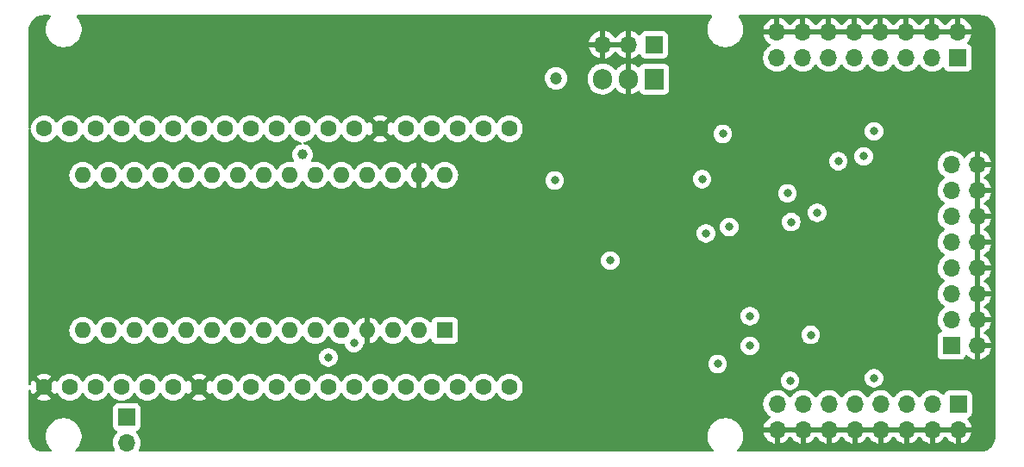
<source format=gbr>
%TF.GenerationSoftware,KiCad,Pcbnew,(6.0.5-0)*%
%TF.CreationDate,2022-06-25T17:27:44+01:00*%
%TF.ProjectId,revised_minh_design,72657669-7365-4645-9f6d-696e685f6465,rev?*%
%TF.SameCoordinates,Original*%
%TF.FileFunction,Copper,L4,Bot*%
%TF.FilePolarity,Positive*%
%FSLAX46Y46*%
G04 Gerber Fmt 4.6, Leading zero omitted, Abs format (unit mm)*
G04 Created by KiCad (PCBNEW (6.0.5-0)) date 2022-06-25 17:27:44*
%MOMM*%
%LPD*%
G01*
G04 APERTURE LIST*
%TA.AperFunction,ComponentPad*%
%ADD10R,1.700000X1.700000*%
%TD*%
%TA.AperFunction,ComponentPad*%
%ADD11O,1.700000X1.700000*%
%TD*%
%TA.AperFunction,ComponentPad*%
%ADD12R,1.600000X1.600000*%
%TD*%
%TA.AperFunction,ComponentPad*%
%ADD13O,1.600000X1.600000*%
%TD*%
%TA.AperFunction,ComponentPad*%
%ADD14R,1.905000X2.000000*%
%TD*%
%TA.AperFunction,ComponentPad*%
%ADD15O,1.905000X2.000000*%
%TD*%
%TA.AperFunction,ComponentPad*%
%ADD16C,1.600000*%
%TD*%
%TA.AperFunction,ViaPad*%
%ADD17C,0.800000*%
%TD*%
%TA.AperFunction,ViaPad*%
%ADD18C,1.200000*%
%TD*%
%TA.AperFunction,ViaPad*%
%ADD19C,1.000000*%
%TD*%
G04 APERTURE END LIST*
D10*
%TO.P,J5,1,Pin_1*%
%TO.N,RX*%
X60198000Y-78105000D03*
D11*
%TO.P,J5,2,Pin_2*%
%TO.N,TX*%
X60198000Y-80645000D03*
%TD*%
D12*
%TO.P,A1,1,D1/TX*%
%TO.N,RX*%
X91440000Y-69596000D03*
D13*
%TO.P,A1,2,D0/RX*%
%TO.N,TX*%
X88900000Y-69596000D03*
%TO.P,A1,3,~{RESET}*%
%TO.N,unconnected-(A1-Pad3)*%
X86360000Y-69596000D03*
%TO.P,A1,4,GND*%
%TO.N,Earth*%
X83820000Y-69596000D03*
%TO.P,A1,5,D2*%
%TO.N,~{DAC_CS}*%
X81280000Y-69596000D03*
%TO.P,A1,6,D3*%
%TO.N,~{CLR}*%
X78740000Y-69596000D03*
%TO.P,A1,7,D4*%
%TO.N,LDAC*%
X76200000Y-69596000D03*
%TO.P,A1,8,D5*%
%TO.N,unconnected-(A1-Pad8)*%
X73660000Y-69596000D03*
%TO.P,A1,9,D6*%
%TO.N,unconnected-(A1-Pad9)*%
X71120000Y-69596000D03*
%TO.P,A1,10,D7*%
%TO.N,unconnected-(A1-Pad10)*%
X68580000Y-69596000D03*
%TO.P,A1,11,D8*%
%TO.N,unconnected-(A1-Pad11)*%
X66040000Y-69596000D03*
%TO.P,A1,12,D9*%
%TO.N,unconnected-(A1-Pad12)*%
X63500000Y-69596000D03*
%TO.P,A1,13,D10*%
%TO.N,unconnected-(A1-Pad13)*%
X60960000Y-69596000D03*
%TO.P,A1,14,D11*%
%TO.N,SI*%
X58420000Y-69596000D03*
%TO.P,A1,15,D12*%
%TO.N,SO*%
X55880000Y-69596000D03*
%TO.P,A1,16,D13*%
%TO.N,SK*%
X55880000Y-54356000D03*
%TO.P,A1,17,3V3*%
%TO.N,unconnected-(A1-Pad17)*%
X58420000Y-54356000D03*
%TO.P,A1,18,AREF*%
%TO.N,unconnected-(A1-Pad18)*%
X60960000Y-54356000D03*
%TO.P,A1,19,A0*%
%TO.N,MDAT*%
X63500000Y-54356000D03*
%TO.P,A1,20,A1*%
%TO.N,~{ADC2_CS}*%
X66040000Y-54356000D03*
%TO.P,A1,21,A2*%
%TO.N,~{ADC1_CS}*%
X68580000Y-54356000D03*
%TO.P,A1,22,A3*%
%TO.N,unconnected-(A1-Pad22)*%
X71120000Y-54356000D03*
%TO.P,A1,23,A4*%
%TO.N,unconnected-(A1-Pad23)*%
X73660000Y-54356000D03*
%TO.P,A1,24,A5*%
%TO.N,unconnected-(A1-Pad24)*%
X76200000Y-54356000D03*
%TO.P,A1,25,A6*%
%TO.N,unconnected-(A1-Pad25)*%
X78740000Y-54356000D03*
%TO.P,A1,26,A7*%
%TO.N,unconnected-(A1-Pad26)*%
X81280000Y-54356000D03*
%TO.P,A1,27,+5V*%
%TO.N,unconnected-(A1-Pad27)*%
X83820000Y-54356000D03*
%TO.P,A1,28,~{RESET}*%
%TO.N,unconnected-(A1-Pad28)*%
X86360000Y-54356000D03*
%TO.P,A1,29,GND*%
%TO.N,Earth*%
X88900000Y-54356000D03*
%TO.P,A1,30,VIN*%
%TO.N,+5V*%
X91440000Y-54356000D03*
%TD*%
D10*
%TO.P,J3,1,Pin_1*%
%TO.N,ADC2_1*%
X141204000Y-71105000D03*
D11*
%TO.P,J3,2,Pin_2*%
%TO.N,Earth*%
X143744000Y-71105000D03*
%TO.P,J3,3,Pin_3*%
%TO.N,ADC2_2*%
X141204000Y-68565000D03*
%TO.P,J3,4,Pin_4*%
%TO.N,Earth*%
X143744000Y-68565000D03*
%TO.P,J3,5,Pin_5*%
%TO.N,ADC2_3*%
X141204000Y-66025000D03*
%TO.P,J3,6,Pin_6*%
%TO.N,Earth*%
X143744000Y-66025000D03*
%TO.P,J3,7,Pin_7*%
%TO.N,ADC2_4*%
X141204000Y-63485000D03*
%TO.P,J3,8,Pin_8*%
%TO.N,Earth*%
X143744000Y-63485000D03*
%TO.P,J3,9,Pin_9*%
%TO.N,ADC2_5*%
X141204000Y-60945000D03*
%TO.P,J3,10,Pin_10*%
%TO.N,Earth*%
X143744000Y-60945000D03*
%TO.P,J3,11,Pin_11*%
%TO.N,ADC2_6*%
X141204000Y-58405000D03*
%TO.P,J3,12,Pin_12*%
%TO.N,Earth*%
X143744000Y-58405000D03*
%TO.P,J3,13,Pin_13*%
%TO.N,ADC2_7*%
X141204000Y-55865000D03*
%TO.P,J3,14,Pin_14*%
%TO.N,Earth*%
X143744000Y-55865000D03*
%TO.P,J3,15,Pin_15*%
%TO.N,ADC2_8*%
X141204000Y-53325000D03*
%TO.P,J3,16,Pin_16*%
%TO.N,Earth*%
X143744000Y-53325000D03*
%TD*%
D14*
%TO.P,U2,1,VI*%
%TO.N,+12V*%
X112014000Y-44902000D03*
D15*
%TO.P,U2,2,GND*%
%TO.N,Earth*%
X109474000Y-44902000D03*
%TO.P,U2,3,VO*%
%TO.N,+5V*%
X106934000Y-44902000D03*
%TD*%
D10*
%TO.P,J1,1,Pin_1*%
%TO.N,+12V*%
X112014000Y-41529000D03*
D11*
%TO.P,J1,2,Pin_2*%
%TO.N,Earth*%
X109474000Y-41529000D03*
%TO.P,J1,3,Pin_3*%
X106934000Y-41529000D03*
%TD*%
D10*
%TO.P,J2,1,Pin_1*%
%TO.N,ADC1_1*%
X141844000Y-42799000D03*
D11*
%TO.P,J2,2,Pin_2*%
%TO.N,Earth*%
X141844000Y-40259000D03*
%TO.P,J2,3,Pin_3*%
%TO.N,ADC1_2*%
X139304000Y-42799000D03*
%TO.P,J2,4,Pin_4*%
%TO.N,Earth*%
X139304000Y-40259000D03*
%TO.P,J2,5,Pin_5*%
%TO.N,ADC1_3*%
X136764000Y-42799000D03*
%TO.P,J2,6,Pin_6*%
%TO.N,Earth*%
X136764000Y-40259000D03*
%TO.P,J2,7,Pin_7*%
%TO.N,ADC1_4*%
X134224000Y-42799000D03*
%TO.P,J2,8,Pin_8*%
%TO.N,Earth*%
X134224000Y-40259000D03*
%TO.P,J2,9,Pin_9*%
%TO.N,ADC1_5*%
X131684000Y-42799000D03*
%TO.P,J2,10,Pin_10*%
%TO.N,Earth*%
X131684000Y-40259000D03*
%TO.P,J2,11,Pin_11*%
%TO.N,ADC1_6*%
X129144000Y-42799000D03*
%TO.P,J2,12,Pin_12*%
%TO.N,Earth*%
X129144000Y-40259000D03*
%TO.P,J2,13,Pin_13*%
%TO.N,ADC1_7*%
X126604000Y-42799000D03*
%TO.P,J2,14,Pin_14*%
%TO.N,Earth*%
X126604000Y-40259000D03*
%TO.P,J2,15,Pin_15*%
%TO.N,ADC1_8*%
X124064000Y-42799000D03*
%TO.P,J2,16,Pin_16*%
%TO.N,Earth*%
X124064000Y-40259000D03*
%TD*%
D16*
%TO.P,U1,38,5V*%
%TO.N,+5V*%
X97785000Y-49784000D03*
%TO.P,U1,37,CMD*%
%TO.N,unconnected-(U1-Pad37)*%
X95245000Y-49784000D03*
%TO.P,U1,36,D3*%
%TO.N,unconnected-(U1-Pad36)*%
X92705000Y-49784000D03*
%TO.P,U1,35,D2*%
%TO.N,unconnected-(U1-Pad35)*%
X90165000Y-49784000D03*
%TO.P,U1,34,13*%
%TO.N,SO*%
X87625000Y-49784000D03*
%TO.P,U1,33,GND*%
%TO.N,Earth*%
X85085000Y-49784000D03*
%TO.P,U1,32,12*%
%TO.N,SI*%
X82547858Y-49789715D03*
%TO.P,U1,31,14*%
%TO.N,SK*%
X80010715Y-49789715D03*
%TO.P,U1,30,27*%
%TO.N,unconnected-(U1-Pad30)*%
X77465000Y-49784000D03*
%TO.P,U1,29,26*%
%TO.N,unconnected-(U1-Pad29)*%
X74925000Y-49784000D03*
%TO.P,U1,28,25*%
%TO.N,unconnected-(U1-Pad28)*%
X72385000Y-49784000D03*
%TO.P,U1,27,33*%
%TO.N,~{ADC1_CS}*%
X69845000Y-49784000D03*
%TO.P,U1,26,32*%
%TO.N,~{ADC2_CS}*%
X67305000Y-49784000D03*
%TO.P,U1,25,35*%
%TO.N,MDAT*%
X64765000Y-49784000D03*
%TO.P,U1,24,34*%
%TO.N,unconnected-(U1-Pad24)*%
X62250715Y-49789715D03*
%TO.P,U1,23,VN*%
%TO.N,unconnected-(U1-Pad23)*%
X59713572Y-49789715D03*
%TO.P,U1,22,VP*%
%TO.N,unconnected-(U1-Pad22)*%
X57145000Y-49784000D03*
%TO.P,U1,21,EN*%
%TO.N,unconnected-(U1-Pad21)*%
X54599014Y-49789715D03*
%TO.P,U1,20,3V3*%
%TO.N,unconnected-(U1-Pad20)*%
X52102143Y-49789715D03*
%TO.P,U1,19,GND*%
%TO.N,Earth*%
X52065000Y-75184000D03*
%TO.P,U1,18,23*%
%TO.N,unconnected-(U1-Pad18)*%
X54605000Y-75184000D03*
%TO.P,U1,17,22*%
%TO.N,unconnected-(U1-Pad17)*%
X57145000Y-75184000D03*
%TO.P,U1,16,TX*%
%TO.N,RX*%
X59685000Y-75184000D03*
%TO.P,U1,15,RX*%
%TO.N,TX*%
X62225000Y-75184000D03*
%TO.P,U1,14,21*%
%TO.N,unconnected-(U1-Pad14)*%
X64765000Y-75184000D03*
%TO.P,U1,13,GND*%
%TO.N,Earth*%
X67305000Y-75184000D03*
%TO.P,U1,12,19*%
%TO.N,unconnected-(U1-Pad12)*%
X69845000Y-75184000D03*
%TO.P,U1,11,18*%
%TO.N,unconnected-(U1-Pad11)*%
X72385000Y-75184000D03*
%TO.P,U1,10,5*%
%TO.N,unconnected-(U1-Pad10)*%
X74925000Y-75184000D03*
%TO.P,U1,9,17*%
%TO.N,LDAC*%
X77465000Y-75184000D03*
%TO.P,U1,8,16*%
%TO.N,~{CLR}*%
X80005000Y-75184000D03*
%TO.P,U1,7,4*%
%TO.N,~{DAC_CS}*%
X82545000Y-75184000D03*
%TO.P,U1,6,0*%
%TO.N,unconnected-(U1-Pad6)*%
X85085000Y-75184000D03*
%TO.P,U1,5,2*%
%TO.N,unconnected-(U1-Pad5)*%
X87625000Y-75184000D03*
%TO.P,U1,4,15*%
%TO.N,unconnected-(U1-Pad4)*%
X90165000Y-75184000D03*
%TO.P,U1,3,D1*%
%TO.N,unconnected-(U1-Pad3)*%
X92705000Y-75184000D03*
%TO.P,U1,2,D0*%
%TO.N,unconnected-(U1-Pad2)*%
X95245000Y-75184000D03*
%TO.P,U1,1,CLK*%
%TO.N,unconnected-(U1-Pad1)*%
X97785000Y-75184000D03*
%TD*%
D10*
%TO.P,J4,1,Pin_1*%
%TO.N,VoutB*%
X141859000Y-76835000D03*
D11*
%TO.P,J4,2,Pin_2*%
%TO.N,Earth*%
X141859000Y-79375000D03*
%TO.P,J4,3,Pin_3*%
%TO.N,VoutD*%
X139319000Y-76835000D03*
%TO.P,J4,4,Pin_4*%
%TO.N,Earth*%
X139319000Y-79375000D03*
%TO.P,J4,5,Pin_5*%
%TO.N,VoutF*%
X136779000Y-76835000D03*
%TO.P,J4,6,Pin_6*%
%TO.N,Earth*%
X136779000Y-79375000D03*
%TO.P,J4,7,Pin_7*%
%TO.N,VoutH*%
X134239000Y-76835000D03*
%TO.P,J4,8,Pin_8*%
%TO.N,Earth*%
X134239000Y-79375000D03*
%TO.P,J4,9,Pin_9*%
%TO.N,VoutG*%
X131699000Y-76835000D03*
%TO.P,J4,10,Pin_10*%
%TO.N,Earth*%
X131699000Y-79375000D03*
%TO.P,J4,11,Pin_11*%
%TO.N,VoutE*%
X129159000Y-76835000D03*
%TO.P,J4,12,Pin_12*%
%TO.N,Earth*%
X129159000Y-79375000D03*
%TO.P,J4,13,Pin_13*%
%TO.N,VoutC*%
X126619000Y-76835000D03*
%TO.P,J4,14,Pin_14*%
%TO.N,Earth*%
X126619000Y-79375000D03*
%TO.P,J4,15,Pin_15*%
%TO.N,VoutA*%
X124079000Y-76835000D03*
%TO.P,J4,16,Pin_16*%
%TO.N,Earth*%
X124079000Y-79375000D03*
%TD*%
D17*
%TO.N,Earth*%
X102870000Y-80010000D03*
X105410000Y-77470000D03*
X100330000Y-77470000D03*
X115570000Y-77470000D03*
X110490000Y-77470000D03*
X113030000Y-80010000D03*
X107950000Y-80010000D03*
X99060000Y-68580000D03*
X93980000Y-68580000D03*
X96520000Y-66040000D03*
X93980000Y-63500000D03*
X112395000Y-50165000D03*
X114046000Y-50673000D03*
X115443000Y-50038000D03*
X116840000Y-50546000D03*
X130810000Y-55880000D03*
X93980000Y-43180000D03*
X66040000Y-66040000D03*
X68580000Y-63500000D03*
X71120000Y-66040000D03*
X73660000Y-63500000D03*
X63500000Y-43180000D03*
X68580000Y-43180000D03*
X73660000Y-43180000D03*
X78740000Y-43180000D03*
X83820000Y-43180000D03*
X88900000Y-43180000D03*
X88900000Y-63500000D03*
X83820000Y-63500000D03*
X81280000Y-66040000D03*
X86360000Y-66040000D03*
X91440000Y-66040000D03*
X60960000Y-45720000D03*
X66040000Y-45720000D03*
X71120000Y-45720000D03*
X76200000Y-45720000D03*
X81280000Y-45720000D03*
X86360000Y-45720000D03*
X91440000Y-45720000D03*
X91440000Y-40640000D03*
X86360000Y-40640000D03*
X81280000Y-40640000D03*
X76200000Y-40640000D03*
X71120000Y-40640000D03*
X66040000Y-40640000D03*
X60960000Y-40640000D03*
X130556000Y-67437000D03*
X130556000Y-68453000D03*
X127127000Y-45974000D03*
X127127000Y-46990000D03*
X126111000Y-45974000D03*
X126111000Y-46990000D03*
X129968938Y-56308938D03*
X131572000Y-68453000D03*
%TO.N,~{DAC_CS}*%
X82529511Y-70845511D03*
%TO.N,~{CLR}*%
X80010000Y-72263000D03*
%TO.N,Earth*%
X127254000Y-62230011D03*
X106807000Y-75184000D03*
X130937000Y-50594500D03*
D18*
X117983000Y-43688000D03*
D17*
X113284000Y-73660000D03*
X126259500Y-67399500D03*
X127381000Y-61349500D03*
X113652311Y-54375651D03*
D19*
X117602000Y-61849000D03*
D17*
X102305000Y-65405000D03*
D18*
X117983000Y-45212000D03*
D17*
X114681000Y-71844489D03*
X105156000Y-69469000D03*
X101473000Y-75184000D03*
X101473000Y-74295000D03*
X126238000Y-53086000D03*
X105778495Y-65149065D03*
D19*
X100584000Y-43307000D03*
D17*
X105664000Y-62738000D03*
X120523000Y-52705000D03*
X119253000Y-67564000D03*
X106807000Y-74295000D03*
X102305000Y-64008000D03*
X125391819Y-50949902D03*
X112522000Y-76200000D03*
X113030000Y-68585009D03*
X135143100Y-69860114D03*
X116078000Y-66675000D03*
X135382000Y-51816000D03*
X120904000Y-62357000D03*
X120777923Y-74417599D03*
X119888000Y-54864000D03*
D19*
X99822000Y-44069000D03*
X111760000Y-61722000D03*
X111760000Y-60071000D03*
D17*
X131318000Y-51562000D03*
X109220000Y-54466500D03*
X111760000Y-66167000D03*
%TO.N,+5V*%
X102235000Y-54864000D03*
D18*
X102362000Y-44831000D03*
D17*
X107696000Y-62738000D03*
%TO.N,+3.3VA*%
X132588000Y-52488500D03*
X119380000Y-59436000D03*
X125466083Y-58950433D03*
X117094000Y-60071000D03*
%TO.N,+3.3VDAC*%
X133604000Y-50038000D03*
X125349000Y-74549000D03*
X118237000Y-72898000D03*
X128016000Y-58039000D03*
%TO.N,CLK*%
X116713000Y-54737000D03*
X125095000Y-56134000D03*
%TO.N,LDAC*%
X121412000Y-71120000D03*
X121412000Y-68199000D03*
%TO.N,~{CLR}*%
X127381000Y-70034020D03*
X133604000Y-74295000D03*
%TO.N,MDAT*%
X118745000Y-50292000D03*
D19*
X77470000Y-52324000D03*
D17*
%TO.N,~{ADC2_CS}*%
X130096500Y-52972689D03*
%TD*%
%TA.AperFunction,Conductor*%
%TO.N,Earth*%
G36*
X52671191Y-38628502D02*
G01*
X52717684Y-38682158D01*
X52727788Y-38752432D01*
X52694845Y-38820833D01*
X52632763Y-38886828D01*
X52632758Y-38886834D01*
X52629557Y-38890237D01*
X52480576Y-39104991D01*
X52478510Y-39109181D01*
X52478508Y-39109184D01*
X52376399Y-39316242D01*
X52364975Y-39339407D01*
X52363553Y-39343850D01*
X52363552Y-39343852D01*
X52335360Y-39431926D01*
X52285293Y-39588335D01*
X52243279Y-39846307D01*
X52243218Y-39850980D01*
X52241279Y-39999135D01*
X52239858Y-40107655D01*
X52275104Y-40366638D01*
X52276412Y-40371124D01*
X52276412Y-40371126D01*
X52292147Y-40425109D01*
X52348243Y-40617567D01*
X52350203Y-40621820D01*
X52350204Y-40621821D01*
X52370009Y-40664781D01*
X52457668Y-40854928D01*
X52460231Y-40858837D01*
X52598410Y-41069596D01*
X52598414Y-41069601D01*
X52600976Y-41073509D01*
X52775018Y-41268506D01*
X52975970Y-41435637D01*
X52979973Y-41438066D01*
X53195422Y-41568804D01*
X53195426Y-41568806D01*
X53199419Y-41571229D01*
X53440455Y-41672303D01*
X53693783Y-41736641D01*
X53698434Y-41737109D01*
X53698438Y-41737110D01*
X53891308Y-41756531D01*
X53910867Y-41758500D01*
X54066354Y-41758500D01*
X54068679Y-41758327D01*
X54068685Y-41758327D01*
X54256000Y-41744407D01*
X54256004Y-41744406D01*
X54260652Y-41744061D01*
X54265200Y-41743032D01*
X54265206Y-41743031D01*
X54476987Y-41695109D01*
X54515577Y-41686377D01*
X54551769Y-41672303D01*
X54754824Y-41593340D01*
X54754827Y-41593339D01*
X54759177Y-41591647D01*
X54986098Y-41461951D01*
X55191357Y-41300138D01*
X55226121Y-41263183D01*
X105598389Y-41263183D01*
X105599912Y-41271607D01*
X105612292Y-41275000D01*
X106661885Y-41275000D01*
X106677124Y-41270525D01*
X106678329Y-41269135D01*
X106680000Y-41261452D01*
X106680000Y-41256885D01*
X107188000Y-41256885D01*
X107192475Y-41272124D01*
X107193865Y-41273329D01*
X107201548Y-41275000D01*
X109201885Y-41275000D01*
X109217124Y-41270525D01*
X109218329Y-41269135D01*
X109220000Y-41261452D01*
X109220000Y-40212102D01*
X109216082Y-40198758D01*
X109201806Y-40196771D01*
X109163324Y-40202660D01*
X109153288Y-40205051D01*
X108950868Y-40271212D01*
X108941359Y-40275209D01*
X108752463Y-40373542D01*
X108743738Y-40379036D01*
X108573433Y-40506905D01*
X108565726Y-40513748D01*
X108418590Y-40667717D01*
X108412104Y-40675727D01*
X108307193Y-40829521D01*
X108252282Y-40874524D01*
X108181757Y-40882695D01*
X108118010Y-40851441D01*
X108097313Y-40826957D01*
X108016427Y-40701926D01*
X108010136Y-40693757D01*
X107866806Y-40536240D01*
X107859273Y-40529215D01*
X107692139Y-40397222D01*
X107683552Y-40391517D01*
X107497117Y-40288599D01*
X107487705Y-40284369D01*
X107286959Y-40213280D01*
X107276988Y-40210646D01*
X107205837Y-40197972D01*
X107192540Y-40199432D01*
X107188000Y-40213989D01*
X107188000Y-41256885D01*
X106680000Y-41256885D01*
X106680000Y-40212102D01*
X106676082Y-40198758D01*
X106661806Y-40196771D01*
X106623324Y-40202660D01*
X106613288Y-40205051D01*
X106410868Y-40271212D01*
X106401359Y-40275209D01*
X106212463Y-40373542D01*
X106203738Y-40379036D01*
X106033433Y-40506905D01*
X106025726Y-40513748D01*
X105878590Y-40667717D01*
X105872104Y-40675727D01*
X105752098Y-40851649D01*
X105747000Y-40860623D01*
X105657338Y-41053783D01*
X105653775Y-41063470D01*
X105598389Y-41263183D01*
X55226121Y-41263183D01*
X55370443Y-41109763D01*
X55503561Y-40917876D01*
X55516759Y-40898851D01*
X55516761Y-40898848D01*
X55519424Y-40895009D01*
X55525497Y-40882695D01*
X55632960Y-40664781D01*
X55632961Y-40664778D01*
X55635025Y-40660593D01*
X55661931Y-40576540D01*
X55713280Y-40416123D01*
X55714707Y-40411665D01*
X55756721Y-40153693D01*
X55758845Y-39991452D01*
X55760081Y-39897022D01*
X55760081Y-39897019D01*
X55760142Y-39892345D01*
X55724896Y-39633362D01*
X55710473Y-39583877D01*
X55685767Y-39499115D01*
X55651757Y-39382433D01*
X55542332Y-39145072D01*
X55509519Y-39095024D01*
X55401590Y-38930404D01*
X55401586Y-38930399D01*
X55399024Y-38926491D01*
X55327212Y-38846033D01*
X55302550Y-38818401D01*
X55272112Y-38754260D01*
X55281184Y-38683845D01*
X55326884Y-38629513D01*
X55396553Y-38608500D01*
X117603070Y-38608500D01*
X117671191Y-38628502D01*
X117717684Y-38682158D01*
X117727788Y-38752432D01*
X117694845Y-38820833D01*
X117632763Y-38886828D01*
X117632758Y-38886834D01*
X117629557Y-38890237D01*
X117480576Y-39104991D01*
X117478510Y-39109181D01*
X117478508Y-39109184D01*
X117376399Y-39316242D01*
X117364975Y-39339407D01*
X117363553Y-39343850D01*
X117363552Y-39343852D01*
X117335360Y-39431926D01*
X117285293Y-39588335D01*
X117243279Y-39846307D01*
X117243218Y-39850980D01*
X117241279Y-39999135D01*
X117239858Y-40107655D01*
X117275104Y-40366638D01*
X117276412Y-40371124D01*
X117276412Y-40371126D01*
X117292147Y-40425109D01*
X117348243Y-40617567D01*
X117350203Y-40621820D01*
X117350204Y-40621821D01*
X117370009Y-40664781D01*
X117457668Y-40854928D01*
X117460231Y-40858837D01*
X117598410Y-41069596D01*
X117598414Y-41069601D01*
X117600976Y-41073509D01*
X117775018Y-41268506D01*
X117975970Y-41435637D01*
X117979973Y-41438066D01*
X118195422Y-41568804D01*
X118195426Y-41568806D01*
X118199419Y-41571229D01*
X118440455Y-41672303D01*
X118693783Y-41736641D01*
X118698434Y-41737109D01*
X118698438Y-41737110D01*
X118891308Y-41756531D01*
X118910867Y-41758500D01*
X119066354Y-41758500D01*
X119068679Y-41758327D01*
X119068685Y-41758327D01*
X119256000Y-41744407D01*
X119256004Y-41744406D01*
X119260652Y-41744061D01*
X119265200Y-41743032D01*
X119265206Y-41743031D01*
X119476987Y-41695109D01*
X119515577Y-41686377D01*
X119551769Y-41672303D01*
X119754824Y-41593340D01*
X119754827Y-41593339D01*
X119759177Y-41591647D01*
X119986098Y-41461951D01*
X120191357Y-41300138D01*
X120370443Y-41109763D01*
X120503561Y-40917876D01*
X120516759Y-40898851D01*
X120516761Y-40898848D01*
X120519424Y-40895009D01*
X120525497Y-40882695D01*
X120632960Y-40664781D01*
X120632961Y-40664778D01*
X120635025Y-40660593D01*
X120661931Y-40576540D01*
X120713280Y-40416123D01*
X120714707Y-40411665D01*
X120756721Y-40153693D01*
X120758822Y-39993183D01*
X122728389Y-39993183D01*
X122729912Y-40001607D01*
X122742292Y-40005000D01*
X123791885Y-40005000D01*
X123807124Y-40000525D01*
X123808329Y-39999135D01*
X123810000Y-39991452D01*
X123810000Y-39986885D01*
X124318000Y-39986885D01*
X124322475Y-40002124D01*
X124323865Y-40003329D01*
X124331548Y-40005000D01*
X126331885Y-40005000D01*
X126347124Y-40000525D01*
X126348329Y-39999135D01*
X126350000Y-39991452D01*
X126350000Y-39986885D01*
X126858000Y-39986885D01*
X126862475Y-40002124D01*
X126863865Y-40003329D01*
X126871548Y-40005000D01*
X128871885Y-40005000D01*
X128887124Y-40000525D01*
X128888329Y-39999135D01*
X128890000Y-39991452D01*
X128890000Y-39986885D01*
X129398000Y-39986885D01*
X129402475Y-40002124D01*
X129403865Y-40003329D01*
X129411548Y-40005000D01*
X131411885Y-40005000D01*
X131427124Y-40000525D01*
X131428329Y-39999135D01*
X131430000Y-39991452D01*
X131430000Y-39986885D01*
X131938000Y-39986885D01*
X131942475Y-40002124D01*
X131943865Y-40003329D01*
X131951548Y-40005000D01*
X133951885Y-40005000D01*
X133967124Y-40000525D01*
X133968329Y-39999135D01*
X133970000Y-39991452D01*
X133970000Y-39986885D01*
X134478000Y-39986885D01*
X134482475Y-40002124D01*
X134483865Y-40003329D01*
X134491548Y-40005000D01*
X136491885Y-40005000D01*
X136507124Y-40000525D01*
X136508329Y-39999135D01*
X136510000Y-39991452D01*
X136510000Y-39986885D01*
X137018000Y-39986885D01*
X137022475Y-40002124D01*
X137023865Y-40003329D01*
X137031548Y-40005000D01*
X139031885Y-40005000D01*
X139047124Y-40000525D01*
X139048329Y-39999135D01*
X139050000Y-39991452D01*
X139050000Y-39986885D01*
X139558000Y-39986885D01*
X139562475Y-40002124D01*
X139563865Y-40003329D01*
X139571548Y-40005000D01*
X141571885Y-40005000D01*
X141587124Y-40000525D01*
X141588329Y-39999135D01*
X141590000Y-39991452D01*
X141590000Y-39986885D01*
X142098000Y-39986885D01*
X142102475Y-40002124D01*
X142103865Y-40003329D01*
X142111548Y-40005000D01*
X143162344Y-40005000D01*
X143175875Y-40001027D01*
X143177180Y-39991947D01*
X143135214Y-39824875D01*
X143131894Y-39815124D01*
X143046972Y-39619814D01*
X143042105Y-39610739D01*
X142926426Y-39431926D01*
X142920136Y-39423757D01*
X142776806Y-39266240D01*
X142769273Y-39259215D01*
X142602139Y-39127222D01*
X142593552Y-39121517D01*
X142407117Y-39018599D01*
X142397705Y-39014369D01*
X142196959Y-38943280D01*
X142186988Y-38940646D01*
X142115837Y-38927972D01*
X142102540Y-38929432D01*
X142098000Y-38943989D01*
X142098000Y-39986885D01*
X141590000Y-39986885D01*
X141590000Y-38942102D01*
X141586082Y-38928758D01*
X141571806Y-38926771D01*
X141533324Y-38932660D01*
X141523288Y-38935051D01*
X141320868Y-39001212D01*
X141311359Y-39005209D01*
X141122463Y-39103542D01*
X141113738Y-39109036D01*
X140943433Y-39236905D01*
X140935726Y-39243748D01*
X140788590Y-39397717D01*
X140782104Y-39405727D01*
X140677193Y-39559521D01*
X140622282Y-39604524D01*
X140551757Y-39612695D01*
X140488010Y-39581441D01*
X140467313Y-39556957D01*
X140386427Y-39431926D01*
X140380136Y-39423757D01*
X140236806Y-39266240D01*
X140229273Y-39259215D01*
X140062139Y-39127222D01*
X140053552Y-39121517D01*
X139867117Y-39018599D01*
X139857705Y-39014369D01*
X139656959Y-38943280D01*
X139646988Y-38940646D01*
X139575837Y-38927972D01*
X139562540Y-38929432D01*
X139558000Y-38943989D01*
X139558000Y-39986885D01*
X139050000Y-39986885D01*
X139050000Y-38942102D01*
X139046082Y-38928758D01*
X139031806Y-38926771D01*
X138993324Y-38932660D01*
X138983288Y-38935051D01*
X138780868Y-39001212D01*
X138771359Y-39005209D01*
X138582463Y-39103542D01*
X138573738Y-39109036D01*
X138403433Y-39236905D01*
X138395726Y-39243748D01*
X138248590Y-39397717D01*
X138242104Y-39405727D01*
X138137193Y-39559521D01*
X138082282Y-39604524D01*
X138011757Y-39612695D01*
X137948010Y-39581441D01*
X137927313Y-39556957D01*
X137846427Y-39431926D01*
X137840136Y-39423757D01*
X137696806Y-39266240D01*
X137689273Y-39259215D01*
X137522139Y-39127222D01*
X137513552Y-39121517D01*
X137327117Y-39018599D01*
X137317705Y-39014369D01*
X137116959Y-38943280D01*
X137106988Y-38940646D01*
X137035837Y-38927972D01*
X137022540Y-38929432D01*
X137018000Y-38943989D01*
X137018000Y-39986885D01*
X136510000Y-39986885D01*
X136510000Y-38942102D01*
X136506082Y-38928758D01*
X136491806Y-38926771D01*
X136453324Y-38932660D01*
X136443288Y-38935051D01*
X136240868Y-39001212D01*
X136231359Y-39005209D01*
X136042463Y-39103542D01*
X136033738Y-39109036D01*
X135863433Y-39236905D01*
X135855726Y-39243748D01*
X135708590Y-39397717D01*
X135702104Y-39405727D01*
X135597193Y-39559521D01*
X135542282Y-39604524D01*
X135471757Y-39612695D01*
X135408010Y-39581441D01*
X135387313Y-39556957D01*
X135306427Y-39431926D01*
X135300136Y-39423757D01*
X135156806Y-39266240D01*
X135149273Y-39259215D01*
X134982139Y-39127222D01*
X134973552Y-39121517D01*
X134787117Y-39018599D01*
X134777705Y-39014369D01*
X134576959Y-38943280D01*
X134566988Y-38940646D01*
X134495837Y-38927972D01*
X134482540Y-38929432D01*
X134478000Y-38943989D01*
X134478000Y-39986885D01*
X133970000Y-39986885D01*
X133970000Y-38942102D01*
X133966082Y-38928758D01*
X133951806Y-38926771D01*
X133913324Y-38932660D01*
X133903288Y-38935051D01*
X133700868Y-39001212D01*
X133691359Y-39005209D01*
X133502463Y-39103542D01*
X133493738Y-39109036D01*
X133323433Y-39236905D01*
X133315726Y-39243748D01*
X133168590Y-39397717D01*
X133162104Y-39405727D01*
X133057193Y-39559521D01*
X133002282Y-39604524D01*
X132931757Y-39612695D01*
X132868010Y-39581441D01*
X132847313Y-39556957D01*
X132766427Y-39431926D01*
X132760136Y-39423757D01*
X132616806Y-39266240D01*
X132609273Y-39259215D01*
X132442139Y-39127222D01*
X132433552Y-39121517D01*
X132247117Y-39018599D01*
X132237705Y-39014369D01*
X132036959Y-38943280D01*
X132026988Y-38940646D01*
X131955837Y-38927972D01*
X131942540Y-38929432D01*
X131938000Y-38943989D01*
X131938000Y-39986885D01*
X131430000Y-39986885D01*
X131430000Y-38942102D01*
X131426082Y-38928758D01*
X131411806Y-38926771D01*
X131373324Y-38932660D01*
X131363288Y-38935051D01*
X131160868Y-39001212D01*
X131151359Y-39005209D01*
X130962463Y-39103542D01*
X130953738Y-39109036D01*
X130783433Y-39236905D01*
X130775726Y-39243748D01*
X130628590Y-39397717D01*
X130622104Y-39405727D01*
X130517193Y-39559521D01*
X130462282Y-39604524D01*
X130391757Y-39612695D01*
X130328010Y-39581441D01*
X130307313Y-39556957D01*
X130226427Y-39431926D01*
X130220136Y-39423757D01*
X130076806Y-39266240D01*
X130069273Y-39259215D01*
X129902139Y-39127222D01*
X129893552Y-39121517D01*
X129707117Y-39018599D01*
X129697705Y-39014369D01*
X129496959Y-38943280D01*
X129486988Y-38940646D01*
X129415837Y-38927972D01*
X129402540Y-38929432D01*
X129398000Y-38943989D01*
X129398000Y-39986885D01*
X128890000Y-39986885D01*
X128890000Y-38942102D01*
X128886082Y-38928758D01*
X128871806Y-38926771D01*
X128833324Y-38932660D01*
X128823288Y-38935051D01*
X128620868Y-39001212D01*
X128611359Y-39005209D01*
X128422463Y-39103542D01*
X128413738Y-39109036D01*
X128243433Y-39236905D01*
X128235726Y-39243748D01*
X128088590Y-39397717D01*
X128082104Y-39405727D01*
X127977193Y-39559521D01*
X127922282Y-39604524D01*
X127851757Y-39612695D01*
X127788010Y-39581441D01*
X127767313Y-39556957D01*
X127686427Y-39431926D01*
X127680136Y-39423757D01*
X127536806Y-39266240D01*
X127529273Y-39259215D01*
X127362139Y-39127222D01*
X127353552Y-39121517D01*
X127167117Y-39018599D01*
X127157705Y-39014369D01*
X126956959Y-38943280D01*
X126946988Y-38940646D01*
X126875837Y-38927972D01*
X126862540Y-38929432D01*
X126858000Y-38943989D01*
X126858000Y-39986885D01*
X126350000Y-39986885D01*
X126350000Y-38942102D01*
X126346082Y-38928758D01*
X126331806Y-38926771D01*
X126293324Y-38932660D01*
X126283288Y-38935051D01*
X126080868Y-39001212D01*
X126071359Y-39005209D01*
X125882463Y-39103542D01*
X125873738Y-39109036D01*
X125703433Y-39236905D01*
X125695726Y-39243748D01*
X125548590Y-39397717D01*
X125542104Y-39405727D01*
X125437193Y-39559521D01*
X125382282Y-39604524D01*
X125311757Y-39612695D01*
X125248010Y-39581441D01*
X125227313Y-39556957D01*
X125146427Y-39431926D01*
X125140136Y-39423757D01*
X124996806Y-39266240D01*
X124989273Y-39259215D01*
X124822139Y-39127222D01*
X124813552Y-39121517D01*
X124627117Y-39018599D01*
X124617705Y-39014369D01*
X124416959Y-38943280D01*
X124406988Y-38940646D01*
X124335837Y-38927972D01*
X124322540Y-38929432D01*
X124318000Y-38943989D01*
X124318000Y-39986885D01*
X123810000Y-39986885D01*
X123810000Y-38942102D01*
X123806082Y-38928758D01*
X123791806Y-38926771D01*
X123753324Y-38932660D01*
X123743288Y-38935051D01*
X123540868Y-39001212D01*
X123531359Y-39005209D01*
X123342463Y-39103542D01*
X123333738Y-39109036D01*
X123163433Y-39236905D01*
X123155726Y-39243748D01*
X123008590Y-39397717D01*
X123002104Y-39405727D01*
X122882098Y-39581649D01*
X122877000Y-39590623D01*
X122787338Y-39783783D01*
X122783775Y-39793470D01*
X122728389Y-39993183D01*
X120758822Y-39993183D01*
X120758845Y-39991452D01*
X120760081Y-39897022D01*
X120760081Y-39897019D01*
X120760142Y-39892345D01*
X120724896Y-39633362D01*
X120710473Y-39583877D01*
X120685767Y-39499115D01*
X120651757Y-39382433D01*
X120542332Y-39145072D01*
X120509519Y-39095024D01*
X120401590Y-38930404D01*
X120401586Y-38930399D01*
X120399024Y-38926491D01*
X120327212Y-38846033D01*
X120302550Y-38818401D01*
X120272112Y-38754260D01*
X120281184Y-38683845D01*
X120326884Y-38629513D01*
X120396553Y-38608500D01*
X143968633Y-38608500D01*
X143988018Y-38610000D01*
X144002851Y-38612310D01*
X144002855Y-38612310D01*
X144011724Y-38613691D01*
X144026981Y-38611696D01*
X144052302Y-38610953D01*
X144200629Y-38621562D01*
X144225826Y-38623364D01*
X144243620Y-38625922D01*
X144438420Y-38668298D01*
X144455661Y-38673360D01*
X144642455Y-38743032D01*
X144658790Y-38750493D01*
X144833758Y-38846033D01*
X144848882Y-38855752D01*
X145008469Y-38975218D01*
X145022055Y-38986991D01*
X145163009Y-39127945D01*
X145174782Y-39141531D01*
X145294248Y-39301118D01*
X145303967Y-39316242D01*
X145399507Y-39491210D01*
X145406968Y-39507545D01*
X145476640Y-39694339D01*
X145481702Y-39711580D01*
X145524078Y-39906380D01*
X145526636Y-39924174D01*
X145538539Y-40090601D01*
X145537793Y-40108561D01*
X145537692Y-40116846D01*
X145536309Y-40125724D01*
X145540436Y-40157283D01*
X145541500Y-40173621D01*
X145541500Y-79960633D01*
X145540000Y-79980018D01*
X145537690Y-79994851D01*
X145537690Y-79994855D01*
X145536309Y-80003724D01*
X145538136Y-80017693D01*
X145538304Y-80018976D01*
X145539047Y-80044302D01*
X145536421Y-80081020D01*
X145526636Y-80217826D01*
X145524078Y-80235620D01*
X145481702Y-80430420D01*
X145476640Y-80447661D01*
X145406968Y-80634455D01*
X145399507Y-80650790D01*
X145303967Y-80825758D01*
X145294248Y-80840882D01*
X145174782Y-81000469D01*
X145163009Y-81014055D01*
X145022055Y-81155009D01*
X145008469Y-81166782D01*
X144848882Y-81286248D01*
X144833758Y-81295967D01*
X144658790Y-81391507D01*
X144642455Y-81398968D01*
X144455661Y-81468640D01*
X144438420Y-81473702D01*
X144243620Y-81516078D01*
X144225826Y-81518636D01*
X144059399Y-81530539D01*
X144041439Y-81529793D01*
X144033154Y-81529692D01*
X144024276Y-81528309D01*
X143992714Y-81532436D01*
X143976379Y-81533500D01*
X120258692Y-81533500D01*
X120190571Y-81513498D01*
X120144078Y-81459842D01*
X120133974Y-81389568D01*
X120163468Y-81324988D01*
X120180688Y-81308549D01*
X120187686Y-81303033D01*
X120187694Y-81303026D01*
X120191357Y-81300138D01*
X120370443Y-81109763D01*
X120519424Y-80895009D01*
X120541425Y-80850396D01*
X120632960Y-80664781D01*
X120632961Y-80664778D01*
X120635025Y-80660593D01*
X120654012Y-80601279D01*
X120713280Y-80416123D01*
X120714707Y-80411665D01*
X120756721Y-80153693D01*
X120758501Y-80017693D01*
X120760081Y-79897022D01*
X120760081Y-79897019D01*
X120760142Y-79892345D01*
X120726203Y-79642966D01*
X122747257Y-79642966D01*
X122777565Y-79777446D01*
X122780645Y-79787275D01*
X122860770Y-79984603D01*
X122865413Y-79993794D01*
X122976694Y-80175388D01*
X122982777Y-80183699D01*
X123122213Y-80344667D01*
X123129580Y-80351883D01*
X123293434Y-80487916D01*
X123301881Y-80493831D01*
X123485756Y-80601279D01*
X123495042Y-80605729D01*
X123694001Y-80681703D01*
X123703899Y-80684579D01*
X123807250Y-80705606D01*
X123821299Y-80704410D01*
X123825000Y-80694065D01*
X123825000Y-80693517D01*
X124333000Y-80693517D01*
X124337064Y-80707359D01*
X124350478Y-80709393D01*
X124357184Y-80708534D01*
X124367262Y-80706392D01*
X124571255Y-80645191D01*
X124580842Y-80641433D01*
X124772095Y-80547739D01*
X124780945Y-80542464D01*
X124954328Y-80418792D01*
X124962200Y-80412139D01*
X125113052Y-80261812D01*
X125119730Y-80253965D01*
X125247022Y-80076819D01*
X125248147Y-80077627D01*
X125295669Y-80033876D01*
X125365607Y-80021661D01*
X125431046Y-80049197D01*
X125458870Y-80081028D01*
X125516690Y-80175383D01*
X125522777Y-80183699D01*
X125662213Y-80344667D01*
X125669580Y-80351883D01*
X125833434Y-80487916D01*
X125841881Y-80493831D01*
X126025756Y-80601279D01*
X126035042Y-80605729D01*
X126234001Y-80681703D01*
X126243899Y-80684579D01*
X126347250Y-80705606D01*
X126361299Y-80704410D01*
X126365000Y-80694065D01*
X126365000Y-80693517D01*
X126873000Y-80693517D01*
X126877064Y-80707359D01*
X126890478Y-80709393D01*
X126897184Y-80708534D01*
X126907262Y-80706392D01*
X127111255Y-80645191D01*
X127120842Y-80641433D01*
X127312095Y-80547739D01*
X127320945Y-80542464D01*
X127494328Y-80418792D01*
X127502200Y-80412139D01*
X127653052Y-80261812D01*
X127659730Y-80253965D01*
X127787022Y-80076819D01*
X127788147Y-80077627D01*
X127835669Y-80033876D01*
X127905607Y-80021661D01*
X127971046Y-80049197D01*
X127998870Y-80081028D01*
X128056690Y-80175383D01*
X128062777Y-80183699D01*
X128202213Y-80344667D01*
X128209580Y-80351883D01*
X128373434Y-80487916D01*
X128381881Y-80493831D01*
X128565756Y-80601279D01*
X128575042Y-80605729D01*
X128774001Y-80681703D01*
X128783899Y-80684579D01*
X128887250Y-80705606D01*
X128901299Y-80704410D01*
X128905000Y-80694065D01*
X128905000Y-80693517D01*
X129413000Y-80693517D01*
X129417064Y-80707359D01*
X129430478Y-80709393D01*
X129437184Y-80708534D01*
X129447262Y-80706392D01*
X129651255Y-80645191D01*
X129660842Y-80641433D01*
X129852095Y-80547739D01*
X129860945Y-80542464D01*
X130034328Y-80418792D01*
X130042200Y-80412139D01*
X130193052Y-80261812D01*
X130199730Y-80253965D01*
X130327022Y-80076819D01*
X130328147Y-80077627D01*
X130375669Y-80033876D01*
X130445607Y-80021661D01*
X130511046Y-80049197D01*
X130538870Y-80081028D01*
X130596690Y-80175383D01*
X130602777Y-80183699D01*
X130742213Y-80344667D01*
X130749580Y-80351883D01*
X130913434Y-80487916D01*
X130921881Y-80493831D01*
X131105756Y-80601279D01*
X131115042Y-80605729D01*
X131314001Y-80681703D01*
X131323899Y-80684579D01*
X131427250Y-80705606D01*
X131441299Y-80704410D01*
X131445000Y-80694065D01*
X131445000Y-80693517D01*
X131953000Y-80693517D01*
X131957064Y-80707359D01*
X131970478Y-80709393D01*
X131977184Y-80708534D01*
X131987262Y-80706392D01*
X132191255Y-80645191D01*
X132200842Y-80641433D01*
X132392095Y-80547739D01*
X132400945Y-80542464D01*
X132574328Y-80418792D01*
X132582200Y-80412139D01*
X132733052Y-80261812D01*
X132739730Y-80253965D01*
X132867022Y-80076819D01*
X132868147Y-80077627D01*
X132915669Y-80033876D01*
X132985607Y-80021661D01*
X133051046Y-80049197D01*
X133078870Y-80081028D01*
X133136690Y-80175383D01*
X133142777Y-80183699D01*
X133282213Y-80344667D01*
X133289580Y-80351883D01*
X133453434Y-80487916D01*
X133461881Y-80493831D01*
X133645756Y-80601279D01*
X133655042Y-80605729D01*
X133854001Y-80681703D01*
X133863899Y-80684579D01*
X133967250Y-80705606D01*
X133981299Y-80704410D01*
X133985000Y-80694065D01*
X133985000Y-80693517D01*
X134493000Y-80693517D01*
X134497064Y-80707359D01*
X134510478Y-80709393D01*
X134517184Y-80708534D01*
X134527262Y-80706392D01*
X134731255Y-80645191D01*
X134740842Y-80641433D01*
X134932095Y-80547739D01*
X134940945Y-80542464D01*
X135114328Y-80418792D01*
X135122200Y-80412139D01*
X135273052Y-80261812D01*
X135279730Y-80253965D01*
X135407022Y-80076819D01*
X135408147Y-80077627D01*
X135455669Y-80033876D01*
X135525607Y-80021661D01*
X135591046Y-80049197D01*
X135618870Y-80081028D01*
X135676690Y-80175383D01*
X135682777Y-80183699D01*
X135822213Y-80344667D01*
X135829580Y-80351883D01*
X135993434Y-80487916D01*
X136001881Y-80493831D01*
X136185756Y-80601279D01*
X136195042Y-80605729D01*
X136394001Y-80681703D01*
X136403899Y-80684579D01*
X136507250Y-80705606D01*
X136521299Y-80704410D01*
X136525000Y-80694065D01*
X136525000Y-80693517D01*
X137033000Y-80693517D01*
X137037064Y-80707359D01*
X137050478Y-80709393D01*
X137057184Y-80708534D01*
X137067262Y-80706392D01*
X137271255Y-80645191D01*
X137280842Y-80641433D01*
X137472095Y-80547739D01*
X137480945Y-80542464D01*
X137654328Y-80418792D01*
X137662200Y-80412139D01*
X137813052Y-80261812D01*
X137819730Y-80253965D01*
X137947022Y-80076819D01*
X137948147Y-80077627D01*
X137995669Y-80033876D01*
X138065607Y-80021661D01*
X138131046Y-80049197D01*
X138158870Y-80081028D01*
X138216690Y-80175383D01*
X138222777Y-80183699D01*
X138362213Y-80344667D01*
X138369580Y-80351883D01*
X138533434Y-80487916D01*
X138541881Y-80493831D01*
X138725756Y-80601279D01*
X138735042Y-80605729D01*
X138934001Y-80681703D01*
X138943899Y-80684579D01*
X139047250Y-80705606D01*
X139061299Y-80704410D01*
X139065000Y-80694065D01*
X139065000Y-80693517D01*
X139573000Y-80693517D01*
X139577064Y-80707359D01*
X139590478Y-80709393D01*
X139597184Y-80708534D01*
X139607262Y-80706392D01*
X139811255Y-80645191D01*
X139820842Y-80641433D01*
X140012095Y-80547739D01*
X140020945Y-80542464D01*
X140194328Y-80418792D01*
X140202200Y-80412139D01*
X140353052Y-80261812D01*
X140359730Y-80253965D01*
X140487022Y-80076819D01*
X140488147Y-80077627D01*
X140535669Y-80033876D01*
X140605607Y-80021661D01*
X140671046Y-80049197D01*
X140698870Y-80081028D01*
X140756690Y-80175383D01*
X140762777Y-80183699D01*
X140902213Y-80344667D01*
X140909580Y-80351883D01*
X141073434Y-80487916D01*
X141081881Y-80493831D01*
X141265756Y-80601279D01*
X141275042Y-80605729D01*
X141474001Y-80681703D01*
X141483899Y-80684579D01*
X141587250Y-80705606D01*
X141601299Y-80704410D01*
X141605000Y-80694065D01*
X141605000Y-80693517D01*
X142113000Y-80693517D01*
X142117064Y-80707359D01*
X142130478Y-80709393D01*
X142137184Y-80708534D01*
X142147262Y-80706392D01*
X142351255Y-80645191D01*
X142360842Y-80641433D01*
X142552095Y-80547739D01*
X142560945Y-80542464D01*
X142734328Y-80418792D01*
X142742200Y-80412139D01*
X142893052Y-80261812D01*
X142899730Y-80253965D01*
X143024003Y-80081020D01*
X143029313Y-80072183D01*
X143123670Y-79881267D01*
X143127469Y-79871672D01*
X143189377Y-79667910D01*
X143191555Y-79657837D01*
X143192986Y-79646962D01*
X143190775Y-79632778D01*
X143177617Y-79629000D01*
X142131115Y-79629000D01*
X142115876Y-79633475D01*
X142114671Y-79634865D01*
X142113000Y-79642548D01*
X142113000Y-80693517D01*
X141605000Y-80693517D01*
X141605000Y-79647115D01*
X141600525Y-79631876D01*
X141599135Y-79630671D01*
X141591452Y-79629000D01*
X139591115Y-79629000D01*
X139575876Y-79633475D01*
X139574671Y-79634865D01*
X139573000Y-79642548D01*
X139573000Y-80693517D01*
X139065000Y-80693517D01*
X139065000Y-79647115D01*
X139060525Y-79631876D01*
X139059135Y-79630671D01*
X139051452Y-79629000D01*
X137051115Y-79629000D01*
X137035876Y-79633475D01*
X137034671Y-79634865D01*
X137033000Y-79642548D01*
X137033000Y-80693517D01*
X136525000Y-80693517D01*
X136525000Y-79647115D01*
X136520525Y-79631876D01*
X136519135Y-79630671D01*
X136511452Y-79629000D01*
X134511115Y-79629000D01*
X134495876Y-79633475D01*
X134494671Y-79634865D01*
X134493000Y-79642548D01*
X134493000Y-80693517D01*
X133985000Y-80693517D01*
X133985000Y-79647115D01*
X133980525Y-79631876D01*
X133979135Y-79630671D01*
X133971452Y-79629000D01*
X131971115Y-79629000D01*
X131955876Y-79633475D01*
X131954671Y-79634865D01*
X131953000Y-79642548D01*
X131953000Y-80693517D01*
X131445000Y-80693517D01*
X131445000Y-79647115D01*
X131440525Y-79631876D01*
X131439135Y-79630671D01*
X131431452Y-79629000D01*
X129431115Y-79629000D01*
X129415876Y-79633475D01*
X129414671Y-79634865D01*
X129413000Y-79642548D01*
X129413000Y-80693517D01*
X128905000Y-80693517D01*
X128905000Y-79647115D01*
X128900525Y-79631876D01*
X128899135Y-79630671D01*
X128891452Y-79629000D01*
X126891115Y-79629000D01*
X126875876Y-79633475D01*
X126874671Y-79634865D01*
X126873000Y-79642548D01*
X126873000Y-80693517D01*
X126365000Y-80693517D01*
X126365000Y-79647115D01*
X126360525Y-79631876D01*
X126359135Y-79630671D01*
X126351452Y-79629000D01*
X124351115Y-79629000D01*
X124335876Y-79633475D01*
X124334671Y-79634865D01*
X124333000Y-79642548D01*
X124333000Y-80693517D01*
X123825000Y-80693517D01*
X123825000Y-79647115D01*
X123820525Y-79631876D01*
X123819135Y-79630671D01*
X123811452Y-79629000D01*
X122762225Y-79629000D01*
X122748694Y-79632973D01*
X122747257Y-79642966D01*
X120726203Y-79642966D01*
X120724896Y-79633362D01*
X120723359Y-79628087D01*
X120659433Y-79408768D01*
X120651757Y-79382433D01*
X120542332Y-79145072D01*
X120451501Y-79006531D01*
X120401590Y-78930404D01*
X120401586Y-78930399D01*
X120399024Y-78926491D01*
X120224982Y-78731494D01*
X120024030Y-78564363D01*
X119940568Y-78513717D01*
X119804578Y-78431196D01*
X119804574Y-78431194D01*
X119800581Y-78428771D01*
X119559545Y-78327697D01*
X119306217Y-78263359D01*
X119301566Y-78262891D01*
X119301562Y-78262890D01*
X119092271Y-78241816D01*
X119089133Y-78241500D01*
X118933646Y-78241500D01*
X118931321Y-78241673D01*
X118931315Y-78241673D01*
X118744000Y-78255593D01*
X118743996Y-78255594D01*
X118739348Y-78255939D01*
X118734800Y-78256968D01*
X118734794Y-78256969D01*
X118593554Y-78288929D01*
X118484423Y-78313623D01*
X118480071Y-78315315D01*
X118480069Y-78315316D01*
X118245176Y-78406660D01*
X118245173Y-78406661D01*
X118240823Y-78408353D01*
X118013902Y-78538049D01*
X117808643Y-78699862D01*
X117629557Y-78890237D01*
X117480576Y-79104991D01*
X117478510Y-79109181D01*
X117478508Y-79109184D01*
X117474641Y-79117027D01*
X117364975Y-79339407D01*
X117363553Y-79343850D01*
X117363552Y-79343852D01*
X117310497Y-79509598D01*
X117285293Y-79588335D01*
X117243279Y-79846307D01*
X117242737Y-79887711D01*
X117240207Y-80081028D01*
X117239858Y-80107655D01*
X117275104Y-80366638D01*
X117276412Y-80371124D01*
X117276412Y-80371126D01*
X117289883Y-80417342D01*
X117348243Y-80617567D01*
X117457668Y-80854928D01*
X117460231Y-80858837D01*
X117598410Y-81069596D01*
X117598414Y-81069601D01*
X117600976Y-81073509D01*
X117775018Y-81268506D01*
X117778611Y-81271494D01*
X117778619Y-81271502D01*
X117825661Y-81310627D01*
X117865245Y-81369564D01*
X117866680Y-81440546D01*
X117829512Y-81501037D01*
X117765541Y-81531829D01*
X117745091Y-81533500D01*
X61476649Y-81533500D01*
X61408528Y-81513498D01*
X61362035Y-81459842D01*
X61351931Y-81389568D01*
X61366963Y-81347329D01*
X61366453Y-81347077D01*
X61368593Y-81342747D01*
X61396517Y-81286248D01*
X61463136Y-81151453D01*
X61463137Y-81151451D01*
X61465430Y-81146811D01*
X61497900Y-81039940D01*
X61528865Y-80938023D01*
X61528865Y-80938021D01*
X61530370Y-80933069D01*
X61559529Y-80711590D01*
X61559611Y-80708240D01*
X61561074Y-80648365D01*
X61561074Y-80648361D01*
X61561156Y-80645000D01*
X61542852Y-80422361D01*
X61488431Y-80205702D01*
X61399354Y-80000840D01*
X61332191Y-79897022D01*
X61280822Y-79817617D01*
X61280820Y-79817614D01*
X61278014Y-79813277D01*
X61274532Y-79809450D01*
X61130798Y-79651488D01*
X61099746Y-79587642D01*
X61108141Y-79517143D01*
X61153317Y-79462375D01*
X61179761Y-79448706D01*
X61286297Y-79408767D01*
X61294705Y-79405615D01*
X61411261Y-79318261D01*
X61498615Y-79201705D01*
X61549745Y-79065316D01*
X61556500Y-79003134D01*
X61556500Y-77206866D01*
X61549745Y-77144684D01*
X61498615Y-77008295D01*
X61411261Y-76891739D01*
X61294705Y-76804385D01*
X61287529Y-76801695D01*
X122716251Y-76801695D01*
X122716548Y-76806848D01*
X122716548Y-76806851D01*
X122721443Y-76891739D01*
X122729110Y-77024715D01*
X122730247Y-77029761D01*
X122730248Y-77029767D01*
X122754304Y-77136508D01*
X122778222Y-77242639D01*
X122862266Y-77449616D01*
X122899685Y-77510678D01*
X122976291Y-77635688D01*
X122978987Y-77640088D01*
X123125250Y-77808938D01*
X123297126Y-77951632D01*
X123370955Y-77994774D01*
X123419679Y-78046412D01*
X123432750Y-78116195D01*
X123406019Y-78181967D01*
X123365562Y-78215327D01*
X123357457Y-78219546D01*
X123348738Y-78225036D01*
X123178433Y-78352905D01*
X123170726Y-78359748D01*
X123023590Y-78513717D01*
X123017104Y-78521727D01*
X122897098Y-78697649D01*
X122892000Y-78706623D01*
X122802338Y-78899783D01*
X122798775Y-78909470D01*
X122743389Y-79109183D01*
X122744912Y-79117607D01*
X122757292Y-79121000D01*
X143177344Y-79121000D01*
X143190875Y-79117027D01*
X143192180Y-79107947D01*
X143150214Y-78940875D01*
X143146894Y-78931124D01*
X143061972Y-78735814D01*
X143057105Y-78726739D01*
X142941426Y-78547926D01*
X142935136Y-78539757D01*
X142791293Y-78381677D01*
X142760241Y-78317831D01*
X142768635Y-78247333D01*
X142813812Y-78192564D01*
X142840256Y-78178895D01*
X142947297Y-78138767D01*
X142955705Y-78135615D01*
X143072261Y-78048261D01*
X143159615Y-77931705D01*
X143210745Y-77795316D01*
X143217500Y-77733134D01*
X143217500Y-75936866D01*
X143210745Y-75874684D01*
X143159615Y-75738295D01*
X143072261Y-75621739D01*
X142955705Y-75534385D01*
X142819316Y-75483255D01*
X142757134Y-75476500D01*
X140960866Y-75476500D01*
X140898684Y-75483255D01*
X140762295Y-75534385D01*
X140645739Y-75621739D01*
X140558385Y-75738295D01*
X140555233Y-75746703D01*
X140513919Y-75856907D01*
X140471277Y-75913671D01*
X140404716Y-75938371D01*
X140335367Y-75923163D01*
X140302743Y-75897476D01*
X140252151Y-75841875D01*
X140252142Y-75841866D01*
X140248670Y-75838051D01*
X140244619Y-75834852D01*
X140244615Y-75834848D01*
X140077414Y-75702800D01*
X140077410Y-75702798D01*
X140073359Y-75699598D01*
X139877789Y-75591638D01*
X139872920Y-75589914D01*
X139872916Y-75589912D01*
X139672087Y-75518795D01*
X139672083Y-75518794D01*
X139667212Y-75517069D01*
X139662119Y-75516162D01*
X139662116Y-75516161D01*
X139452373Y-75478800D01*
X139452367Y-75478799D01*
X139447284Y-75477894D01*
X139373452Y-75476992D01*
X139229081Y-75475228D01*
X139229079Y-75475228D01*
X139223911Y-75475165D01*
X139003091Y-75508955D01*
X138790756Y-75578357D01*
X138592607Y-75681507D01*
X138588474Y-75684610D01*
X138588471Y-75684612D01*
X138418100Y-75812530D01*
X138413965Y-75815635D01*
X138385897Y-75845006D01*
X138320280Y-75913671D01*
X138259629Y-75977138D01*
X138152201Y-76134621D01*
X138097293Y-76179621D01*
X138026768Y-76187792D01*
X137963021Y-76156538D01*
X137942324Y-76132054D01*
X137861822Y-76007617D01*
X137861820Y-76007614D01*
X137859014Y-76003277D01*
X137708670Y-75838051D01*
X137704619Y-75834852D01*
X137704615Y-75834848D01*
X137537414Y-75702800D01*
X137537410Y-75702798D01*
X137533359Y-75699598D01*
X137337789Y-75591638D01*
X137332920Y-75589914D01*
X137332916Y-75589912D01*
X137132087Y-75518795D01*
X137132083Y-75518794D01*
X137127212Y-75517069D01*
X137122119Y-75516162D01*
X137122116Y-75516161D01*
X136912373Y-75478800D01*
X136912367Y-75478799D01*
X136907284Y-75477894D01*
X136833452Y-75476992D01*
X136689081Y-75475228D01*
X136689079Y-75475228D01*
X136683911Y-75475165D01*
X136463091Y-75508955D01*
X136250756Y-75578357D01*
X136052607Y-75681507D01*
X136048474Y-75684610D01*
X136048471Y-75684612D01*
X135878100Y-75812530D01*
X135873965Y-75815635D01*
X135845897Y-75845006D01*
X135780280Y-75913671D01*
X135719629Y-75977138D01*
X135612201Y-76134621D01*
X135557293Y-76179621D01*
X135486768Y-76187792D01*
X135423021Y-76156538D01*
X135402324Y-76132054D01*
X135321822Y-76007617D01*
X135321820Y-76007614D01*
X135319014Y-76003277D01*
X135168670Y-75838051D01*
X135164619Y-75834852D01*
X135164615Y-75834848D01*
X134997414Y-75702800D01*
X134997410Y-75702798D01*
X134993359Y-75699598D01*
X134797789Y-75591638D01*
X134792920Y-75589914D01*
X134792916Y-75589912D01*
X134592087Y-75518795D01*
X134592083Y-75518794D01*
X134587212Y-75517069D01*
X134582119Y-75516162D01*
X134582116Y-75516161D01*
X134372373Y-75478800D01*
X134372367Y-75478799D01*
X134367284Y-75477894D01*
X134293452Y-75476992D01*
X134149081Y-75475228D01*
X134149079Y-75475228D01*
X134143911Y-75475165D01*
X133923091Y-75508955D01*
X133710756Y-75578357D01*
X133512607Y-75681507D01*
X133508474Y-75684610D01*
X133508471Y-75684612D01*
X133338100Y-75812530D01*
X133333965Y-75815635D01*
X133305897Y-75845006D01*
X133240280Y-75913671D01*
X133179629Y-75977138D01*
X133072201Y-76134621D01*
X133017293Y-76179621D01*
X132946768Y-76187792D01*
X132883021Y-76156538D01*
X132862324Y-76132054D01*
X132781822Y-76007617D01*
X132781820Y-76007614D01*
X132779014Y-76003277D01*
X132628670Y-75838051D01*
X132624619Y-75834852D01*
X132624615Y-75834848D01*
X132457414Y-75702800D01*
X132457410Y-75702798D01*
X132453359Y-75699598D01*
X132257789Y-75591638D01*
X132252920Y-75589914D01*
X132252916Y-75589912D01*
X132052087Y-75518795D01*
X132052083Y-75518794D01*
X132047212Y-75517069D01*
X132042119Y-75516162D01*
X132042116Y-75516161D01*
X131832373Y-75478800D01*
X131832367Y-75478799D01*
X131827284Y-75477894D01*
X131753452Y-75476992D01*
X131609081Y-75475228D01*
X131609079Y-75475228D01*
X131603911Y-75475165D01*
X131383091Y-75508955D01*
X131170756Y-75578357D01*
X130972607Y-75681507D01*
X130968474Y-75684610D01*
X130968471Y-75684612D01*
X130798100Y-75812530D01*
X130793965Y-75815635D01*
X130765897Y-75845006D01*
X130700280Y-75913671D01*
X130639629Y-75977138D01*
X130532201Y-76134621D01*
X130477293Y-76179621D01*
X130406768Y-76187792D01*
X130343021Y-76156538D01*
X130322324Y-76132054D01*
X130241822Y-76007617D01*
X130241820Y-76007614D01*
X130239014Y-76003277D01*
X130088670Y-75838051D01*
X130084619Y-75834852D01*
X130084615Y-75834848D01*
X129917414Y-75702800D01*
X129917410Y-75702798D01*
X129913359Y-75699598D01*
X129717789Y-75591638D01*
X129712920Y-75589914D01*
X129712916Y-75589912D01*
X129512087Y-75518795D01*
X129512083Y-75518794D01*
X129507212Y-75517069D01*
X129502119Y-75516162D01*
X129502116Y-75516161D01*
X129292373Y-75478800D01*
X129292367Y-75478799D01*
X129287284Y-75477894D01*
X129213452Y-75476992D01*
X129069081Y-75475228D01*
X129069079Y-75475228D01*
X129063911Y-75475165D01*
X128843091Y-75508955D01*
X128630756Y-75578357D01*
X128432607Y-75681507D01*
X128428474Y-75684610D01*
X128428471Y-75684612D01*
X128258100Y-75812530D01*
X128253965Y-75815635D01*
X128225897Y-75845006D01*
X128160280Y-75913671D01*
X128099629Y-75977138D01*
X127992201Y-76134621D01*
X127937293Y-76179621D01*
X127866768Y-76187792D01*
X127803021Y-76156538D01*
X127782324Y-76132054D01*
X127701822Y-76007617D01*
X127701820Y-76007614D01*
X127699014Y-76003277D01*
X127548670Y-75838051D01*
X127544619Y-75834852D01*
X127544615Y-75834848D01*
X127377414Y-75702800D01*
X127377410Y-75702798D01*
X127373359Y-75699598D01*
X127177789Y-75591638D01*
X127172920Y-75589914D01*
X127172916Y-75589912D01*
X126972087Y-75518795D01*
X126972083Y-75518794D01*
X126967212Y-75517069D01*
X126962119Y-75516162D01*
X126962116Y-75516161D01*
X126752373Y-75478800D01*
X126752367Y-75478799D01*
X126747284Y-75477894D01*
X126673452Y-75476992D01*
X126529081Y-75475228D01*
X126529079Y-75475228D01*
X126523911Y-75475165D01*
X126303091Y-75508955D01*
X126090756Y-75578357D01*
X125892607Y-75681507D01*
X125888474Y-75684610D01*
X125888471Y-75684612D01*
X125718100Y-75812530D01*
X125713965Y-75815635D01*
X125685897Y-75845006D01*
X125620280Y-75913671D01*
X125559629Y-75977138D01*
X125452201Y-76134621D01*
X125397293Y-76179621D01*
X125326768Y-76187792D01*
X125263021Y-76156538D01*
X125242324Y-76132054D01*
X125161822Y-76007617D01*
X125161820Y-76007614D01*
X125159014Y-76003277D01*
X125008670Y-75838051D01*
X125004619Y-75834852D01*
X125004615Y-75834848D01*
X124837414Y-75702800D01*
X124837410Y-75702798D01*
X124833359Y-75699598D01*
X124637789Y-75591638D01*
X124632920Y-75589914D01*
X124632916Y-75589912D01*
X124432087Y-75518795D01*
X124432083Y-75518794D01*
X124427212Y-75517069D01*
X124422119Y-75516162D01*
X124422116Y-75516161D01*
X124212373Y-75478800D01*
X124212367Y-75478799D01*
X124207284Y-75477894D01*
X124133452Y-75476992D01*
X123989081Y-75475228D01*
X123989079Y-75475228D01*
X123983911Y-75475165D01*
X123763091Y-75508955D01*
X123550756Y-75578357D01*
X123352607Y-75681507D01*
X123348474Y-75684610D01*
X123348471Y-75684612D01*
X123178100Y-75812530D01*
X123173965Y-75815635D01*
X123145897Y-75845006D01*
X123080280Y-75913671D01*
X123019629Y-75977138D01*
X122893743Y-76161680D01*
X122879039Y-76193357D01*
X122819547Y-76321523D01*
X122799688Y-76364305D01*
X122739989Y-76579570D01*
X122716251Y-76801695D01*
X61287529Y-76801695D01*
X61158316Y-76753255D01*
X61096134Y-76746500D01*
X59724774Y-76746500D01*
X59686650Y-76735306D01*
X59670052Y-76744030D01*
X59645226Y-76746500D01*
X59299866Y-76746500D01*
X59237684Y-76753255D01*
X59101295Y-76804385D01*
X58984739Y-76891739D01*
X58897385Y-77008295D01*
X58846255Y-77144684D01*
X58839500Y-77206866D01*
X58839500Y-79003134D01*
X58846255Y-79065316D01*
X58897385Y-79201705D01*
X58984739Y-79318261D01*
X59101295Y-79405615D01*
X59109704Y-79408767D01*
X59109705Y-79408768D01*
X59218451Y-79449535D01*
X59275216Y-79492176D01*
X59299916Y-79558738D01*
X59284709Y-79628087D01*
X59265316Y-79654568D01*
X59138629Y-79787138D01*
X59012743Y-79971680D01*
X58991385Y-80017693D01*
X58926114Y-80158308D01*
X58918688Y-80174305D01*
X58858989Y-80389570D01*
X58835251Y-80611695D01*
X58835548Y-80616848D01*
X58835548Y-80616851D01*
X58840884Y-80709393D01*
X58848110Y-80834715D01*
X58849247Y-80839761D01*
X58849248Y-80839767D01*
X58851708Y-80850682D01*
X58897222Y-81052639D01*
X58981266Y-81259616D01*
X58983969Y-81264026D01*
X58983970Y-81264029D01*
X59031545Y-81341665D01*
X59050084Y-81410198D01*
X59028628Y-81477875D01*
X58973989Y-81523208D01*
X58924113Y-81533500D01*
X55258692Y-81533500D01*
X55190571Y-81513498D01*
X55144078Y-81459842D01*
X55133974Y-81389568D01*
X55163468Y-81324988D01*
X55180688Y-81308549D01*
X55187686Y-81303033D01*
X55187694Y-81303026D01*
X55191357Y-81300138D01*
X55370443Y-81109763D01*
X55519424Y-80895009D01*
X55541425Y-80850396D01*
X55632960Y-80664781D01*
X55632961Y-80664778D01*
X55635025Y-80660593D01*
X55654012Y-80601279D01*
X55713280Y-80416123D01*
X55714707Y-80411665D01*
X55756721Y-80153693D01*
X55758501Y-80017693D01*
X55760081Y-79897022D01*
X55760081Y-79897019D01*
X55760142Y-79892345D01*
X55724896Y-79633362D01*
X55723359Y-79628087D01*
X55659433Y-79408768D01*
X55651757Y-79382433D01*
X55542332Y-79145072D01*
X55451501Y-79006531D01*
X55401590Y-78930404D01*
X55401586Y-78930399D01*
X55399024Y-78926491D01*
X55224982Y-78731494D01*
X55024030Y-78564363D01*
X54940568Y-78513717D01*
X54804578Y-78431196D01*
X54804574Y-78431194D01*
X54800581Y-78428771D01*
X54559545Y-78327697D01*
X54306217Y-78263359D01*
X54301566Y-78262891D01*
X54301562Y-78262890D01*
X54092271Y-78241816D01*
X54089133Y-78241500D01*
X53933646Y-78241500D01*
X53931321Y-78241673D01*
X53931315Y-78241673D01*
X53744000Y-78255593D01*
X53743996Y-78255594D01*
X53739348Y-78255939D01*
X53734800Y-78256968D01*
X53734794Y-78256969D01*
X53593554Y-78288929D01*
X53484423Y-78313623D01*
X53480071Y-78315315D01*
X53480069Y-78315316D01*
X53245176Y-78406660D01*
X53245173Y-78406661D01*
X53240823Y-78408353D01*
X53013902Y-78538049D01*
X52808643Y-78699862D01*
X52629557Y-78890237D01*
X52480576Y-79104991D01*
X52478510Y-79109181D01*
X52478508Y-79109184D01*
X52474641Y-79117027D01*
X52364975Y-79339407D01*
X52363553Y-79343850D01*
X52363552Y-79343852D01*
X52310497Y-79509598D01*
X52285293Y-79588335D01*
X52243279Y-79846307D01*
X52242737Y-79887711D01*
X52240207Y-80081028D01*
X52239858Y-80107655D01*
X52275104Y-80366638D01*
X52276412Y-80371124D01*
X52276412Y-80371126D01*
X52289883Y-80417342D01*
X52348243Y-80617567D01*
X52457668Y-80854928D01*
X52460231Y-80858837D01*
X52598410Y-81069596D01*
X52598414Y-81069601D01*
X52600976Y-81073509D01*
X52775018Y-81268506D01*
X52778611Y-81271494D01*
X52778619Y-81271502D01*
X52825661Y-81310627D01*
X52865245Y-81369564D01*
X52866680Y-81440546D01*
X52829512Y-81501037D01*
X52765541Y-81531829D01*
X52745091Y-81533500D01*
X52119367Y-81533500D01*
X52099982Y-81532000D01*
X52085149Y-81529690D01*
X52085145Y-81529690D01*
X52076276Y-81528309D01*
X52061019Y-81530304D01*
X52035698Y-81531047D01*
X51887371Y-81520438D01*
X51862174Y-81518636D01*
X51844380Y-81516078D01*
X51649580Y-81473702D01*
X51632339Y-81468640D01*
X51445545Y-81398968D01*
X51429210Y-81391507D01*
X51254242Y-81295967D01*
X51239118Y-81286248D01*
X51079531Y-81166782D01*
X51065945Y-81155009D01*
X50924991Y-81014055D01*
X50913218Y-81000469D01*
X50793752Y-80840882D01*
X50784033Y-80825758D01*
X50688493Y-80650790D01*
X50681032Y-80634455D01*
X50611360Y-80447661D01*
X50606298Y-80430420D01*
X50563922Y-80235620D01*
X50561364Y-80217826D01*
X50549719Y-80055012D01*
X50550806Y-80032245D01*
X50550334Y-80032203D01*
X50550770Y-80027345D01*
X50551576Y-80022552D01*
X50551729Y-80010000D01*
X50547773Y-79982376D01*
X50546500Y-79964514D01*
X50546500Y-76270062D01*
X51343493Y-76270062D01*
X51352789Y-76282077D01*
X51403994Y-76317931D01*
X51413489Y-76323414D01*
X51610947Y-76415490D01*
X51621239Y-76419236D01*
X51831688Y-76475625D01*
X51842481Y-76477528D01*
X52059525Y-76496517D01*
X52070475Y-76496517D01*
X52287519Y-76477528D01*
X52298312Y-76475625D01*
X52508761Y-76419236D01*
X52519053Y-76415490D01*
X52716511Y-76323414D01*
X52726006Y-76317931D01*
X52778048Y-76281491D01*
X52786424Y-76271012D01*
X52779356Y-76257566D01*
X52077812Y-75556022D01*
X52063868Y-75548408D01*
X52062035Y-75548539D01*
X52055420Y-75552790D01*
X51349923Y-76258287D01*
X51343493Y-76270062D01*
X50546500Y-76270062D01*
X50546500Y-75527671D01*
X50566502Y-75459550D01*
X50620158Y-75413057D01*
X50690432Y-75402953D01*
X50755012Y-75432447D01*
X50794207Y-75495060D01*
X50829764Y-75627761D01*
X50833510Y-75638053D01*
X50925586Y-75835511D01*
X50931069Y-75845006D01*
X50967509Y-75897048D01*
X50977988Y-75905424D01*
X50991434Y-75898356D01*
X51692978Y-75196812D01*
X51699356Y-75185132D01*
X52429408Y-75185132D01*
X52429539Y-75186965D01*
X52433790Y-75193580D01*
X53139287Y-75899077D01*
X53151062Y-75905507D01*
X53163077Y-75896211D01*
X53198931Y-75845006D01*
X53204414Y-75835511D01*
X53220529Y-75800951D01*
X53267446Y-75747666D01*
X53335723Y-75728205D01*
X53403683Y-75748747D01*
X53448919Y-75800951D01*
X53465151Y-75835762D01*
X53465154Y-75835767D01*
X53467477Y-75840749D01*
X53506312Y-75896211D01*
X53584320Y-76007617D01*
X53598802Y-76028300D01*
X53760700Y-76190198D01*
X53765208Y-76193355D01*
X53765211Y-76193357D01*
X53843389Y-76248098D01*
X53948251Y-76321523D01*
X53953233Y-76323846D01*
X53953238Y-76323849D01*
X54050703Y-76369297D01*
X54155757Y-76418284D01*
X54161065Y-76419706D01*
X54161067Y-76419707D01*
X54371598Y-76476119D01*
X54371600Y-76476119D01*
X54376913Y-76477543D01*
X54605000Y-76497498D01*
X54833087Y-76477543D01*
X54838400Y-76476119D01*
X54838402Y-76476119D01*
X55048933Y-76419707D01*
X55048935Y-76419706D01*
X55054243Y-76418284D01*
X55159297Y-76369297D01*
X55256762Y-76323849D01*
X55256767Y-76323846D01*
X55261749Y-76321523D01*
X55366611Y-76248098D01*
X55444789Y-76193357D01*
X55444792Y-76193355D01*
X55449300Y-76190198D01*
X55611198Y-76028300D01*
X55625681Y-76007617D01*
X55703688Y-75896211D01*
X55742523Y-75840749D01*
X55744846Y-75835767D01*
X55744849Y-75835762D01*
X55760805Y-75801543D01*
X55807722Y-75748258D01*
X55875999Y-75728797D01*
X55943959Y-75749339D01*
X55989195Y-75801543D01*
X56005151Y-75835762D01*
X56005154Y-75835767D01*
X56007477Y-75840749D01*
X56046312Y-75896211D01*
X56124320Y-76007617D01*
X56138802Y-76028300D01*
X56300700Y-76190198D01*
X56305208Y-76193355D01*
X56305211Y-76193357D01*
X56383389Y-76248098D01*
X56488251Y-76321523D01*
X56493233Y-76323846D01*
X56493238Y-76323849D01*
X56590703Y-76369297D01*
X56695757Y-76418284D01*
X56701065Y-76419706D01*
X56701067Y-76419707D01*
X56911598Y-76476119D01*
X56911600Y-76476119D01*
X56916913Y-76477543D01*
X57145000Y-76497498D01*
X57373087Y-76477543D01*
X57378400Y-76476119D01*
X57378402Y-76476119D01*
X57588933Y-76419707D01*
X57588935Y-76419706D01*
X57594243Y-76418284D01*
X57699297Y-76369297D01*
X57796762Y-76323849D01*
X57796767Y-76323846D01*
X57801749Y-76321523D01*
X57906611Y-76248098D01*
X57984789Y-76193357D01*
X57984792Y-76193355D01*
X57989300Y-76190198D01*
X58151198Y-76028300D01*
X58165681Y-76007617D01*
X58243688Y-75896211D01*
X58282523Y-75840749D01*
X58284846Y-75835767D01*
X58284849Y-75835762D01*
X58300805Y-75801543D01*
X58347722Y-75748258D01*
X58415999Y-75728797D01*
X58483959Y-75749339D01*
X58529195Y-75801543D01*
X58545151Y-75835762D01*
X58545154Y-75835767D01*
X58547477Y-75840749D01*
X58586312Y-75896211D01*
X58664320Y-76007617D01*
X58678802Y-76028300D01*
X58840700Y-76190198D01*
X58845208Y-76193355D01*
X58845211Y-76193357D01*
X58923389Y-76248098D01*
X59028251Y-76321523D01*
X59033233Y-76323846D01*
X59033238Y-76323849D01*
X59130703Y-76369297D01*
X59235757Y-76418284D01*
X59241065Y-76419706D01*
X59241067Y-76419707D01*
X59451598Y-76476119D01*
X59451600Y-76476119D01*
X59456913Y-76477543D01*
X59656208Y-76494979D01*
X59681238Y-76504770D01*
X59689276Y-76499604D01*
X59713792Y-76494979D01*
X59913087Y-76477543D01*
X59918400Y-76476119D01*
X59918402Y-76476119D01*
X60128933Y-76419707D01*
X60128935Y-76419706D01*
X60134243Y-76418284D01*
X60239297Y-76369297D01*
X60336762Y-76323849D01*
X60336767Y-76323846D01*
X60341749Y-76321523D01*
X60446611Y-76248098D01*
X60524789Y-76193357D01*
X60524792Y-76193355D01*
X60529300Y-76190198D01*
X60691198Y-76028300D01*
X60705681Y-76007617D01*
X60783688Y-75896211D01*
X60822523Y-75840749D01*
X60824846Y-75835767D01*
X60824849Y-75835762D01*
X60840805Y-75801543D01*
X60887722Y-75748258D01*
X60955999Y-75728797D01*
X61023959Y-75749339D01*
X61069195Y-75801543D01*
X61085151Y-75835762D01*
X61085154Y-75835767D01*
X61087477Y-75840749D01*
X61126312Y-75896211D01*
X61204320Y-76007617D01*
X61218802Y-76028300D01*
X61380700Y-76190198D01*
X61385208Y-76193355D01*
X61385211Y-76193357D01*
X61463389Y-76248098D01*
X61568251Y-76321523D01*
X61573233Y-76323846D01*
X61573238Y-76323849D01*
X61670703Y-76369297D01*
X61775757Y-76418284D01*
X61781065Y-76419706D01*
X61781067Y-76419707D01*
X61991598Y-76476119D01*
X61991600Y-76476119D01*
X61996913Y-76477543D01*
X62225000Y-76497498D01*
X62453087Y-76477543D01*
X62458400Y-76476119D01*
X62458402Y-76476119D01*
X62668933Y-76419707D01*
X62668935Y-76419706D01*
X62674243Y-76418284D01*
X62779297Y-76369297D01*
X62876762Y-76323849D01*
X62876767Y-76323846D01*
X62881749Y-76321523D01*
X62986611Y-76248098D01*
X63064789Y-76193357D01*
X63064792Y-76193355D01*
X63069300Y-76190198D01*
X63231198Y-76028300D01*
X63245681Y-76007617D01*
X63323688Y-75896211D01*
X63362523Y-75840749D01*
X63364846Y-75835767D01*
X63364849Y-75835762D01*
X63380805Y-75801543D01*
X63427722Y-75748258D01*
X63495999Y-75728797D01*
X63563959Y-75749339D01*
X63609195Y-75801543D01*
X63625151Y-75835762D01*
X63625154Y-75835767D01*
X63627477Y-75840749D01*
X63666312Y-75896211D01*
X63744320Y-76007617D01*
X63758802Y-76028300D01*
X63920700Y-76190198D01*
X63925208Y-76193355D01*
X63925211Y-76193357D01*
X64003389Y-76248098D01*
X64108251Y-76321523D01*
X64113233Y-76323846D01*
X64113238Y-76323849D01*
X64210703Y-76369297D01*
X64315757Y-76418284D01*
X64321065Y-76419706D01*
X64321067Y-76419707D01*
X64531598Y-76476119D01*
X64531600Y-76476119D01*
X64536913Y-76477543D01*
X64765000Y-76497498D01*
X64993087Y-76477543D01*
X64998400Y-76476119D01*
X64998402Y-76476119D01*
X65208933Y-76419707D01*
X65208935Y-76419706D01*
X65214243Y-76418284D01*
X65319297Y-76369297D01*
X65416762Y-76323849D01*
X65416767Y-76323846D01*
X65421749Y-76321523D01*
X65495243Y-76270062D01*
X66583493Y-76270062D01*
X66592789Y-76282077D01*
X66643994Y-76317931D01*
X66653489Y-76323414D01*
X66850947Y-76415490D01*
X66861239Y-76419236D01*
X67071688Y-76475625D01*
X67082481Y-76477528D01*
X67299525Y-76496517D01*
X67310475Y-76496517D01*
X67527519Y-76477528D01*
X67538312Y-76475625D01*
X67748761Y-76419236D01*
X67759053Y-76415490D01*
X67956511Y-76323414D01*
X67966006Y-76317931D01*
X68018048Y-76281491D01*
X68026424Y-76271012D01*
X68019356Y-76257566D01*
X67317812Y-75556022D01*
X67303868Y-75548408D01*
X67302035Y-75548539D01*
X67295420Y-75552790D01*
X66589923Y-76258287D01*
X66583493Y-76270062D01*
X65495243Y-76270062D01*
X65526611Y-76248098D01*
X65604789Y-76193357D01*
X65604792Y-76193355D01*
X65609300Y-76190198D01*
X65771198Y-76028300D01*
X65785681Y-76007617D01*
X65863688Y-75896211D01*
X65902523Y-75840749D01*
X65904846Y-75835767D01*
X65904849Y-75835762D01*
X65921081Y-75800951D01*
X65967998Y-75747666D01*
X66036275Y-75728205D01*
X66104235Y-75748747D01*
X66149471Y-75800951D01*
X66165586Y-75835511D01*
X66171069Y-75845006D01*
X66207509Y-75897048D01*
X66217988Y-75905424D01*
X66231434Y-75898356D01*
X66932978Y-75196812D01*
X66939356Y-75185132D01*
X67669408Y-75185132D01*
X67669539Y-75186965D01*
X67673790Y-75193580D01*
X68379287Y-75899077D01*
X68391062Y-75905507D01*
X68403077Y-75896211D01*
X68438931Y-75845006D01*
X68444414Y-75835511D01*
X68460529Y-75800951D01*
X68507446Y-75747666D01*
X68575723Y-75728205D01*
X68643683Y-75748747D01*
X68688919Y-75800951D01*
X68705151Y-75835762D01*
X68705154Y-75835767D01*
X68707477Y-75840749D01*
X68746312Y-75896211D01*
X68824320Y-76007617D01*
X68838802Y-76028300D01*
X69000700Y-76190198D01*
X69005208Y-76193355D01*
X69005211Y-76193357D01*
X69083389Y-76248098D01*
X69188251Y-76321523D01*
X69193233Y-76323846D01*
X69193238Y-76323849D01*
X69290703Y-76369297D01*
X69395757Y-76418284D01*
X69401065Y-76419706D01*
X69401067Y-76419707D01*
X69611598Y-76476119D01*
X69611600Y-76476119D01*
X69616913Y-76477543D01*
X69845000Y-76497498D01*
X70073087Y-76477543D01*
X70078400Y-76476119D01*
X70078402Y-76476119D01*
X70288933Y-76419707D01*
X70288935Y-76419706D01*
X70294243Y-76418284D01*
X70399297Y-76369297D01*
X70496762Y-76323849D01*
X70496767Y-76323846D01*
X70501749Y-76321523D01*
X70606611Y-76248098D01*
X70684789Y-76193357D01*
X70684792Y-76193355D01*
X70689300Y-76190198D01*
X70851198Y-76028300D01*
X70865681Y-76007617D01*
X70943688Y-75896211D01*
X70982523Y-75840749D01*
X70984846Y-75835767D01*
X70984849Y-75835762D01*
X71000805Y-75801543D01*
X71047722Y-75748258D01*
X71115999Y-75728797D01*
X71183959Y-75749339D01*
X71229195Y-75801543D01*
X71245151Y-75835762D01*
X71245154Y-75835767D01*
X71247477Y-75840749D01*
X71286312Y-75896211D01*
X71364320Y-76007617D01*
X71378802Y-76028300D01*
X71540700Y-76190198D01*
X71545208Y-76193355D01*
X71545211Y-76193357D01*
X71623389Y-76248098D01*
X71728251Y-76321523D01*
X71733233Y-76323846D01*
X71733238Y-76323849D01*
X71830703Y-76369297D01*
X71935757Y-76418284D01*
X71941065Y-76419706D01*
X71941067Y-76419707D01*
X72151598Y-76476119D01*
X72151600Y-76476119D01*
X72156913Y-76477543D01*
X72385000Y-76497498D01*
X72613087Y-76477543D01*
X72618400Y-76476119D01*
X72618402Y-76476119D01*
X72828933Y-76419707D01*
X72828935Y-76419706D01*
X72834243Y-76418284D01*
X72939297Y-76369297D01*
X73036762Y-76323849D01*
X73036767Y-76323846D01*
X73041749Y-76321523D01*
X73146611Y-76248098D01*
X73224789Y-76193357D01*
X73224792Y-76193355D01*
X73229300Y-76190198D01*
X73391198Y-76028300D01*
X73405681Y-76007617D01*
X73483688Y-75896211D01*
X73522523Y-75840749D01*
X73524846Y-75835767D01*
X73524849Y-75835762D01*
X73540805Y-75801543D01*
X73587722Y-75748258D01*
X73655999Y-75728797D01*
X73723959Y-75749339D01*
X73769195Y-75801543D01*
X73785151Y-75835762D01*
X73785154Y-75835767D01*
X73787477Y-75840749D01*
X73826312Y-75896211D01*
X73904320Y-76007617D01*
X73918802Y-76028300D01*
X74080700Y-76190198D01*
X74085208Y-76193355D01*
X74085211Y-76193357D01*
X74163389Y-76248098D01*
X74268251Y-76321523D01*
X74273233Y-76323846D01*
X74273238Y-76323849D01*
X74370703Y-76369297D01*
X74475757Y-76418284D01*
X74481065Y-76419706D01*
X74481067Y-76419707D01*
X74691598Y-76476119D01*
X74691600Y-76476119D01*
X74696913Y-76477543D01*
X74925000Y-76497498D01*
X75153087Y-76477543D01*
X75158400Y-76476119D01*
X75158402Y-76476119D01*
X75368933Y-76419707D01*
X75368935Y-76419706D01*
X75374243Y-76418284D01*
X75479297Y-76369297D01*
X75576762Y-76323849D01*
X75576767Y-76323846D01*
X75581749Y-76321523D01*
X75686611Y-76248098D01*
X75764789Y-76193357D01*
X75764792Y-76193355D01*
X75769300Y-76190198D01*
X75931198Y-76028300D01*
X75945681Y-76007617D01*
X76023688Y-75896211D01*
X76062523Y-75840749D01*
X76064846Y-75835767D01*
X76064849Y-75835762D01*
X76080805Y-75801543D01*
X76127722Y-75748258D01*
X76195999Y-75728797D01*
X76263959Y-75749339D01*
X76309195Y-75801543D01*
X76325151Y-75835762D01*
X76325154Y-75835767D01*
X76327477Y-75840749D01*
X76366312Y-75896211D01*
X76444320Y-76007617D01*
X76458802Y-76028300D01*
X76620700Y-76190198D01*
X76625208Y-76193355D01*
X76625211Y-76193357D01*
X76703389Y-76248098D01*
X76808251Y-76321523D01*
X76813233Y-76323846D01*
X76813238Y-76323849D01*
X76910703Y-76369297D01*
X77015757Y-76418284D01*
X77021065Y-76419706D01*
X77021067Y-76419707D01*
X77231598Y-76476119D01*
X77231600Y-76476119D01*
X77236913Y-76477543D01*
X77465000Y-76497498D01*
X77693087Y-76477543D01*
X77698400Y-76476119D01*
X77698402Y-76476119D01*
X77908933Y-76419707D01*
X77908935Y-76419706D01*
X77914243Y-76418284D01*
X78019297Y-76369297D01*
X78116762Y-76323849D01*
X78116767Y-76323846D01*
X78121749Y-76321523D01*
X78226611Y-76248098D01*
X78304789Y-76193357D01*
X78304792Y-76193355D01*
X78309300Y-76190198D01*
X78471198Y-76028300D01*
X78485681Y-76007617D01*
X78563688Y-75896211D01*
X78602523Y-75840749D01*
X78604846Y-75835767D01*
X78604849Y-75835762D01*
X78620805Y-75801543D01*
X78667722Y-75748258D01*
X78735999Y-75728797D01*
X78803959Y-75749339D01*
X78849195Y-75801543D01*
X78865151Y-75835762D01*
X78865154Y-75835767D01*
X78867477Y-75840749D01*
X78906312Y-75896211D01*
X78984320Y-76007617D01*
X78998802Y-76028300D01*
X79160700Y-76190198D01*
X79165208Y-76193355D01*
X79165211Y-76193357D01*
X79243389Y-76248098D01*
X79348251Y-76321523D01*
X79353233Y-76323846D01*
X79353238Y-76323849D01*
X79450703Y-76369297D01*
X79555757Y-76418284D01*
X79561065Y-76419706D01*
X79561067Y-76419707D01*
X79771598Y-76476119D01*
X79771600Y-76476119D01*
X79776913Y-76477543D01*
X80005000Y-76497498D01*
X80233087Y-76477543D01*
X80238400Y-76476119D01*
X80238402Y-76476119D01*
X80448933Y-76419707D01*
X80448935Y-76419706D01*
X80454243Y-76418284D01*
X80559297Y-76369297D01*
X80656762Y-76323849D01*
X80656767Y-76323846D01*
X80661749Y-76321523D01*
X80766611Y-76248098D01*
X80844789Y-76193357D01*
X80844792Y-76193355D01*
X80849300Y-76190198D01*
X81011198Y-76028300D01*
X81025681Y-76007617D01*
X81103688Y-75896211D01*
X81142523Y-75840749D01*
X81144846Y-75835767D01*
X81144849Y-75835762D01*
X81160805Y-75801543D01*
X81207722Y-75748258D01*
X81275999Y-75728797D01*
X81343959Y-75749339D01*
X81389195Y-75801543D01*
X81405151Y-75835762D01*
X81405154Y-75835767D01*
X81407477Y-75840749D01*
X81446312Y-75896211D01*
X81524320Y-76007617D01*
X81538802Y-76028300D01*
X81700700Y-76190198D01*
X81705208Y-76193355D01*
X81705211Y-76193357D01*
X81783389Y-76248098D01*
X81888251Y-76321523D01*
X81893233Y-76323846D01*
X81893238Y-76323849D01*
X81990703Y-76369297D01*
X82095757Y-76418284D01*
X82101065Y-76419706D01*
X82101067Y-76419707D01*
X82311598Y-76476119D01*
X82311600Y-76476119D01*
X82316913Y-76477543D01*
X82545000Y-76497498D01*
X82773087Y-76477543D01*
X82778400Y-76476119D01*
X82778402Y-76476119D01*
X82988933Y-76419707D01*
X82988935Y-76419706D01*
X82994243Y-76418284D01*
X83099297Y-76369297D01*
X83196762Y-76323849D01*
X83196767Y-76323846D01*
X83201749Y-76321523D01*
X83306611Y-76248098D01*
X83384789Y-76193357D01*
X83384792Y-76193355D01*
X83389300Y-76190198D01*
X83551198Y-76028300D01*
X83565681Y-76007617D01*
X83643688Y-75896211D01*
X83682523Y-75840749D01*
X83684846Y-75835767D01*
X83684849Y-75835762D01*
X83700805Y-75801543D01*
X83747722Y-75748258D01*
X83815999Y-75728797D01*
X83883959Y-75749339D01*
X83929195Y-75801543D01*
X83945151Y-75835762D01*
X83945154Y-75835767D01*
X83947477Y-75840749D01*
X83986312Y-75896211D01*
X84064320Y-76007617D01*
X84078802Y-76028300D01*
X84240700Y-76190198D01*
X84245208Y-76193355D01*
X84245211Y-76193357D01*
X84323389Y-76248098D01*
X84428251Y-76321523D01*
X84433233Y-76323846D01*
X84433238Y-76323849D01*
X84530703Y-76369297D01*
X84635757Y-76418284D01*
X84641065Y-76419706D01*
X84641067Y-76419707D01*
X84851598Y-76476119D01*
X84851600Y-76476119D01*
X84856913Y-76477543D01*
X85085000Y-76497498D01*
X85313087Y-76477543D01*
X85318400Y-76476119D01*
X85318402Y-76476119D01*
X85528933Y-76419707D01*
X85528935Y-76419706D01*
X85534243Y-76418284D01*
X85639297Y-76369297D01*
X85736762Y-76323849D01*
X85736767Y-76323846D01*
X85741749Y-76321523D01*
X85846611Y-76248098D01*
X85924789Y-76193357D01*
X85924792Y-76193355D01*
X85929300Y-76190198D01*
X86091198Y-76028300D01*
X86105681Y-76007617D01*
X86183688Y-75896211D01*
X86222523Y-75840749D01*
X86224846Y-75835767D01*
X86224849Y-75835762D01*
X86240805Y-75801543D01*
X86287722Y-75748258D01*
X86355999Y-75728797D01*
X86423959Y-75749339D01*
X86469195Y-75801543D01*
X86485151Y-75835762D01*
X86485154Y-75835767D01*
X86487477Y-75840749D01*
X86526312Y-75896211D01*
X86604320Y-76007617D01*
X86618802Y-76028300D01*
X86780700Y-76190198D01*
X86785208Y-76193355D01*
X86785211Y-76193357D01*
X86863389Y-76248098D01*
X86968251Y-76321523D01*
X86973233Y-76323846D01*
X86973238Y-76323849D01*
X87070703Y-76369297D01*
X87175757Y-76418284D01*
X87181065Y-76419706D01*
X87181067Y-76419707D01*
X87391598Y-76476119D01*
X87391600Y-76476119D01*
X87396913Y-76477543D01*
X87625000Y-76497498D01*
X87853087Y-76477543D01*
X87858400Y-76476119D01*
X87858402Y-76476119D01*
X88068933Y-76419707D01*
X88068935Y-76419706D01*
X88074243Y-76418284D01*
X88179297Y-76369297D01*
X88276762Y-76323849D01*
X88276767Y-76323846D01*
X88281749Y-76321523D01*
X88386611Y-76248098D01*
X88464789Y-76193357D01*
X88464792Y-76193355D01*
X88469300Y-76190198D01*
X88631198Y-76028300D01*
X88645681Y-76007617D01*
X88723688Y-75896211D01*
X88762523Y-75840749D01*
X88764846Y-75835767D01*
X88764849Y-75835762D01*
X88780805Y-75801543D01*
X88827722Y-75748258D01*
X88895999Y-75728797D01*
X88963959Y-75749339D01*
X89009195Y-75801543D01*
X89025151Y-75835762D01*
X89025154Y-75835767D01*
X89027477Y-75840749D01*
X89066312Y-75896211D01*
X89144320Y-76007617D01*
X89158802Y-76028300D01*
X89320700Y-76190198D01*
X89325208Y-76193355D01*
X89325211Y-76193357D01*
X89403389Y-76248098D01*
X89508251Y-76321523D01*
X89513233Y-76323846D01*
X89513238Y-76323849D01*
X89610703Y-76369297D01*
X89715757Y-76418284D01*
X89721065Y-76419706D01*
X89721067Y-76419707D01*
X89931598Y-76476119D01*
X89931600Y-76476119D01*
X89936913Y-76477543D01*
X90165000Y-76497498D01*
X90393087Y-76477543D01*
X90398400Y-76476119D01*
X90398402Y-76476119D01*
X90608933Y-76419707D01*
X90608935Y-76419706D01*
X90614243Y-76418284D01*
X90719297Y-76369297D01*
X90816762Y-76323849D01*
X90816767Y-76323846D01*
X90821749Y-76321523D01*
X90926611Y-76248098D01*
X91004789Y-76193357D01*
X91004792Y-76193355D01*
X91009300Y-76190198D01*
X91171198Y-76028300D01*
X91185681Y-76007617D01*
X91263688Y-75896211D01*
X91302523Y-75840749D01*
X91304846Y-75835767D01*
X91304849Y-75835762D01*
X91320805Y-75801543D01*
X91367722Y-75748258D01*
X91435999Y-75728797D01*
X91503959Y-75749339D01*
X91549195Y-75801543D01*
X91565151Y-75835762D01*
X91565154Y-75835767D01*
X91567477Y-75840749D01*
X91606312Y-75896211D01*
X91684320Y-76007617D01*
X91698802Y-76028300D01*
X91860700Y-76190198D01*
X91865208Y-76193355D01*
X91865211Y-76193357D01*
X91943389Y-76248098D01*
X92048251Y-76321523D01*
X92053233Y-76323846D01*
X92053238Y-76323849D01*
X92150703Y-76369297D01*
X92255757Y-76418284D01*
X92261065Y-76419706D01*
X92261067Y-76419707D01*
X92471598Y-76476119D01*
X92471600Y-76476119D01*
X92476913Y-76477543D01*
X92705000Y-76497498D01*
X92933087Y-76477543D01*
X92938400Y-76476119D01*
X92938402Y-76476119D01*
X93148933Y-76419707D01*
X93148935Y-76419706D01*
X93154243Y-76418284D01*
X93259297Y-76369297D01*
X93356762Y-76323849D01*
X93356767Y-76323846D01*
X93361749Y-76321523D01*
X93466611Y-76248098D01*
X93544789Y-76193357D01*
X93544792Y-76193355D01*
X93549300Y-76190198D01*
X93711198Y-76028300D01*
X93725681Y-76007617D01*
X93803688Y-75896211D01*
X93842523Y-75840749D01*
X93844846Y-75835767D01*
X93844849Y-75835762D01*
X93860805Y-75801543D01*
X93907722Y-75748258D01*
X93975999Y-75728797D01*
X94043959Y-75749339D01*
X94089195Y-75801543D01*
X94105151Y-75835762D01*
X94105154Y-75835767D01*
X94107477Y-75840749D01*
X94146312Y-75896211D01*
X94224320Y-76007617D01*
X94238802Y-76028300D01*
X94400700Y-76190198D01*
X94405208Y-76193355D01*
X94405211Y-76193357D01*
X94483389Y-76248098D01*
X94588251Y-76321523D01*
X94593233Y-76323846D01*
X94593238Y-76323849D01*
X94690703Y-76369297D01*
X94795757Y-76418284D01*
X94801065Y-76419706D01*
X94801067Y-76419707D01*
X95011598Y-76476119D01*
X95011600Y-76476119D01*
X95016913Y-76477543D01*
X95245000Y-76497498D01*
X95473087Y-76477543D01*
X95478400Y-76476119D01*
X95478402Y-76476119D01*
X95688933Y-76419707D01*
X95688935Y-76419706D01*
X95694243Y-76418284D01*
X95799297Y-76369297D01*
X95896762Y-76323849D01*
X95896767Y-76323846D01*
X95901749Y-76321523D01*
X96006611Y-76248098D01*
X96084789Y-76193357D01*
X96084792Y-76193355D01*
X96089300Y-76190198D01*
X96251198Y-76028300D01*
X96265681Y-76007617D01*
X96343688Y-75896211D01*
X96382523Y-75840749D01*
X96384846Y-75835767D01*
X96384849Y-75835762D01*
X96400805Y-75801543D01*
X96447722Y-75748258D01*
X96515999Y-75728797D01*
X96583959Y-75749339D01*
X96629195Y-75801543D01*
X96645151Y-75835762D01*
X96645154Y-75835767D01*
X96647477Y-75840749D01*
X96686312Y-75896211D01*
X96764320Y-76007617D01*
X96778802Y-76028300D01*
X96940700Y-76190198D01*
X96945208Y-76193355D01*
X96945211Y-76193357D01*
X97023389Y-76248098D01*
X97128251Y-76321523D01*
X97133233Y-76323846D01*
X97133238Y-76323849D01*
X97230703Y-76369297D01*
X97335757Y-76418284D01*
X97341065Y-76419706D01*
X97341067Y-76419707D01*
X97551598Y-76476119D01*
X97551600Y-76476119D01*
X97556913Y-76477543D01*
X97785000Y-76497498D01*
X98013087Y-76477543D01*
X98018400Y-76476119D01*
X98018402Y-76476119D01*
X98228933Y-76419707D01*
X98228935Y-76419706D01*
X98234243Y-76418284D01*
X98339297Y-76369297D01*
X98436762Y-76323849D01*
X98436767Y-76323846D01*
X98441749Y-76321523D01*
X98546611Y-76248098D01*
X98624789Y-76193357D01*
X98624792Y-76193355D01*
X98629300Y-76190198D01*
X98791198Y-76028300D01*
X98805681Y-76007617D01*
X98883688Y-75896211D01*
X98922523Y-75840749D01*
X98924846Y-75835767D01*
X98924849Y-75835762D01*
X99016961Y-75638225D01*
X99016961Y-75638224D01*
X99019284Y-75633243D01*
X99023809Y-75616358D01*
X99077119Y-75417402D01*
X99077119Y-75417400D01*
X99078543Y-75412087D01*
X99098498Y-75184000D01*
X99078543Y-74955913D01*
X99047572Y-74840329D01*
X99020707Y-74740067D01*
X99020706Y-74740065D01*
X99019284Y-74734757D01*
X98932665Y-74549000D01*
X124435496Y-74549000D01*
X124455458Y-74738928D01*
X124514473Y-74920556D01*
X124517776Y-74926278D01*
X124517777Y-74926279D01*
X124531818Y-74950598D01*
X124609960Y-75085944D01*
X124614378Y-75090851D01*
X124614379Y-75090852D01*
X124706876Y-75193580D01*
X124737747Y-75227866D01*
X124892248Y-75340118D01*
X124898276Y-75342802D01*
X124898278Y-75342803D01*
X125056072Y-75413057D01*
X125066712Y-75417794D01*
X125135649Y-75432447D01*
X125247056Y-75456128D01*
X125247061Y-75456128D01*
X125253513Y-75457500D01*
X125444487Y-75457500D01*
X125450939Y-75456128D01*
X125450944Y-75456128D01*
X125562351Y-75432447D01*
X125631288Y-75417794D01*
X125641928Y-75413057D01*
X125799722Y-75342803D01*
X125799724Y-75342802D01*
X125805752Y-75340118D01*
X125960253Y-75227866D01*
X125991124Y-75193580D01*
X126083621Y-75090852D01*
X126083622Y-75090851D01*
X126088040Y-75085944D01*
X126166182Y-74950598D01*
X126180223Y-74926279D01*
X126180224Y-74926278D01*
X126183527Y-74920556D01*
X126242542Y-74738928D01*
X126262504Y-74549000D01*
X126254301Y-74470952D01*
X126243232Y-74365635D01*
X126243232Y-74365633D01*
X126242542Y-74359072D01*
X126221724Y-74295000D01*
X132690496Y-74295000D01*
X132691186Y-74301565D01*
X132708852Y-74469644D01*
X132710458Y-74484928D01*
X132769473Y-74666556D01*
X132864960Y-74831944D01*
X132869378Y-74836851D01*
X132869379Y-74836852D01*
X132956458Y-74933563D01*
X132992747Y-74973866D01*
X133147248Y-75086118D01*
X133153276Y-75088802D01*
X133153278Y-75088803D01*
X133315681Y-75161109D01*
X133321712Y-75163794D01*
X133391016Y-75178525D01*
X133502056Y-75202128D01*
X133502061Y-75202128D01*
X133508513Y-75203500D01*
X133699487Y-75203500D01*
X133705939Y-75202128D01*
X133705944Y-75202128D01*
X133816984Y-75178525D01*
X133886288Y-75163794D01*
X133892319Y-75161109D01*
X134054722Y-75088803D01*
X134054724Y-75088802D01*
X134060752Y-75086118D01*
X134215253Y-74973866D01*
X134251542Y-74933563D01*
X134338621Y-74836852D01*
X134338622Y-74836851D01*
X134343040Y-74831944D01*
X134438527Y-74666556D01*
X134497542Y-74484928D01*
X134499149Y-74469644D01*
X134516814Y-74301565D01*
X134517504Y-74295000D01*
X134497542Y-74105072D01*
X134438527Y-73923444D01*
X134343040Y-73758056D01*
X134215253Y-73616134D01*
X134060752Y-73503882D01*
X134054724Y-73501198D01*
X134054722Y-73501197D01*
X133892319Y-73428891D01*
X133892318Y-73428891D01*
X133886288Y-73426206D01*
X133792887Y-73406353D01*
X133705944Y-73387872D01*
X133705939Y-73387872D01*
X133699487Y-73386500D01*
X133508513Y-73386500D01*
X133502061Y-73387872D01*
X133502056Y-73387872D01*
X133415113Y-73406353D01*
X133321712Y-73426206D01*
X133315682Y-73428891D01*
X133315681Y-73428891D01*
X133153278Y-73501197D01*
X133153276Y-73501198D01*
X133147248Y-73503882D01*
X132992747Y-73616134D01*
X132864960Y-73758056D01*
X132769473Y-73923444D01*
X132710458Y-74105072D01*
X132690496Y-74295000D01*
X126221724Y-74295000D01*
X126183527Y-74177444D01*
X126088040Y-74012056D01*
X126008254Y-73923444D01*
X125964675Y-73875045D01*
X125964674Y-73875044D01*
X125960253Y-73870134D01*
X125819907Y-73768166D01*
X125811094Y-73761763D01*
X125811093Y-73761762D01*
X125805752Y-73757882D01*
X125799724Y-73755198D01*
X125799722Y-73755197D01*
X125637319Y-73682891D01*
X125637318Y-73682891D01*
X125631288Y-73680206D01*
X125537887Y-73660353D01*
X125450944Y-73641872D01*
X125450939Y-73641872D01*
X125444487Y-73640500D01*
X125253513Y-73640500D01*
X125247061Y-73641872D01*
X125247056Y-73641872D01*
X125160113Y-73660353D01*
X125066712Y-73680206D01*
X125060682Y-73682891D01*
X125060681Y-73682891D01*
X124898278Y-73755197D01*
X124898276Y-73755198D01*
X124892248Y-73757882D01*
X124886907Y-73761762D01*
X124886906Y-73761763D01*
X124878093Y-73768166D01*
X124737747Y-73870134D01*
X124733326Y-73875044D01*
X124733325Y-73875045D01*
X124689747Y-73923444D01*
X124609960Y-74012056D01*
X124514473Y-74177444D01*
X124455458Y-74359072D01*
X124454768Y-74365633D01*
X124454768Y-74365635D01*
X124443699Y-74470952D01*
X124435496Y-74549000D01*
X98932665Y-74549000D01*
X98924849Y-74532238D01*
X98924846Y-74532233D01*
X98922523Y-74527251D01*
X98809358Y-74365635D01*
X98794357Y-74344211D01*
X98794355Y-74344208D01*
X98791198Y-74339700D01*
X98629300Y-74177802D01*
X98624792Y-74174645D01*
X98624789Y-74174643D01*
X98498920Y-74086509D01*
X98441749Y-74046477D01*
X98436767Y-74044154D01*
X98436762Y-74044151D01*
X98239225Y-73952039D01*
X98239224Y-73952039D01*
X98234243Y-73949716D01*
X98228935Y-73948294D01*
X98228933Y-73948293D01*
X98018402Y-73891881D01*
X98018400Y-73891881D01*
X98013087Y-73890457D01*
X97785000Y-73870502D01*
X97556913Y-73890457D01*
X97551600Y-73891881D01*
X97551598Y-73891881D01*
X97341067Y-73948293D01*
X97341065Y-73948294D01*
X97335757Y-73949716D01*
X97330776Y-73952039D01*
X97330775Y-73952039D01*
X97133238Y-74044151D01*
X97133233Y-74044154D01*
X97128251Y-74046477D01*
X97071080Y-74086509D01*
X96945211Y-74174643D01*
X96945208Y-74174645D01*
X96940700Y-74177802D01*
X96778802Y-74339700D01*
X96775645Y-74344208D01*
X96775643Y-74344211D01*
X96760642Y-74365635D01*
X96647477Y-74527251D01*
X96645154Y-74532233D01*
X96645151Y-74532238D01*
X96629195Y-74566457D01*
X96582278Y-74619742D01*
X96514001Y-74639203D01*
X96446041Y-74618661D01*
X96400805Y-74566457D01*
X96384849Y-74532238D01*
X96384846Y-74532233D01*
X96382523Y-74527251D01*
X96269358Y-74365635D01*
X96254357Y-74344211D01*
X96254355Y-74344208D01*
X96251198Y-74339700D01*
X96089300Y-74177802D01*
X96084792Y-74174645D01*
X96084789Y-74174643D01*
X95958920Y-74086509D01*
X95901749Y-74046477D01*
X95896767Y-74044154D01*
X95896762Y-74044151D01*
X95699225Y-73952039D01*
X95699224Y-73952039D01*
X95694243Y-73949716D01*
X95688935Y-73948294D01*
X95688933Y-73948293D01*
X95478402Y-73891881D01*
X95478400Y-73891881D01*
X95473087Y-73890457D01*
X95245000Y-73870502D01*
X95016913Y-73890457D01*
X95011600Y-73891881D01*
X95011598Y-73891881D01*
X94801067Y-73948293D01*
X94801065Y-73948294D01*
X94795757Y-73949716D01*
X94790776Y-73952039D01*
X94790775Y-73952039D01*
X94593238Y-74044151D01*
X94593233Y-74044154D01*
X94588251Y-74046477D01*
X94531080Y-74086509D01*
X94405211Y-74174643D01*
X94405208Y-74174645D01*
X94400700Y-74177802D01*
X94238802Y-74339700D01*
X94235645Y-74344208D01*
X94235643Y-74344211D01*
X94220642Y-74365635D01*
X94107477Y-74527251D01*
X94105154Y-74532233D01*
X94105151Y-74532238D01*
X94089195Y-74566457D01*
X94042278Y-74619742D01*
X93974001Y-74639203D01*
X93906041Y-74618661D01*
X93860805Y-74566457D01*
X93844849Y-74532238D01*
X93844846Y-74532233D01*
X93842523Y-74527251D01*
X93729358Y-74365635D01*
X93714357Y-74344211D01*
X93714355Y-74344208D01*
X93711198Y-74339700D01*
X93549300Y-74177802D01*
X93544792Y-74174645D01*
X93544789Y-74174643D01*
X93418920Y-74086509D01*
X93361749Y-74046477D01*
X93356767Y-74044154D01*
X93356762Y-74044151D01*
X93159225Y-73952039D01*
X93159224Y-73952039D01*
X93154243Y-73949716D01*
X93148935Y-73948294D01*
X93148933Y-73948293D01*
X92938402Y-73891881D01*
X92938400Y-73891881D01*
X92933087Y-73890457D01*
X92705000Y-73870502D01*
X92476913Y-73890457D01*
X92471600Y-73891881D01*
X92471598Y-73891881D01*
X92261067Y-73948293D01*
X92261065Y-73948294D01*
X92255757Y-73949716D01*
X92250776Y-73952039D01*
X92250775Y-73952039D01*
X92053238Y-74044151D01*
X92053233Y-74044154D01*
X92048251Y-74046477D01*
X91991080Y-74086509D01*
X91865211Y-74174643D01*
X91865208Y-74174645D01*
X91860700Y-74177802D01*
X91698802Y-74339700D01*
X91695645Y-74344208D01*
X91695643Y-74344211D01*
X91680642Y-74365635D01*
X91567477Y-74527251D01*
X91565154Y-74532233D01*
X91565151Y-74532238D01*
X91549195Y-74566457D01*
X91502278Y-74619742D01*
X91434001Y-74639203D01*
X91366041Y-74618661D01*
X91320805Y-74566457D01*
X91304849Y-74532238D01*
X91304846Y-74532233D01*
X91302523Y-74527251D01*
X91189358Y-74365635D01*
X91174357Y-74344211D01*
X91174355Y-74344208D01*
X91171198Y-74339700D01*
X91009300Y-74177802D01*
X91004792Y-74174645D01*
X91004789Y-74174643D01*
X90878920Y-74086509D01*
X90821749Y-74046477D01*
X90816767Y-74044154D01*
X90816762Y-74044151D01*
X90619225Y-73952039D01*
X90619224Y-73952039D01*
X90614243Y-73949716D01*
X90608935Y-73948294D01*
X90608933Y-73948293D01*
X90398402Y-73891881D01*
X90398400Y-73891881D01*
X90393087Y-73890457D01*
X90165000Y-73870502D01*
X89936913Y-73890457D01*
X89931600Y-73891881D01*
X89931598Y-73891881D01*
X89721067Y-73948293D01*
X89721065Y-73948294D01*
X89715757Y-73949716D01*
X89710776Y-73952039D01*
X89710775Y-73952039D01*
X89513238Y-74044151D01*
X89513233Y-74044154D01*
X89508251Y-74046477D01*
X89451080Y-74086509D01*
X89325211Y-74174643D01*
X89325208Y-74174645D01*
X89320700Y-74177802D01*
X89158802Y-74339700D01*
X89155645Y-74344208D01*
X89155643Y-74344211D01*
X89140642Y-74365635D01*
X89027477Y-74527251D01*
X89025154Y-74532233D01*
X89025151Y-74532238D01*
X89009195Y-74566457D01*
X88962278Y-74619742D01*
X88894001Y-74639203D01*
X88826041Y-74618661D01*
X88780805Y-74566457D01*
X88764849Y-74532238D01*
X88764846Y-74532233D01*
X88762523Y-74527251D01*
X88649358Y-74365635D01*
X88634357Y-74344211D01*
X88634355Y-74344208D01*
X88631198Y-74339700D01*
X88469300Y-74177802D01*
X88464792Y-74174645D01*
X88464789Y-74174643D01*
X88338920Y-74086509D01*
X88281749Y-74046477D01*
X88276767Y-74044154D01*
X88276762Y-74044151D01*
X88079225Y-73952039D01*
X88079224Y-73952039D01*
X88074243Y-73949716D01*
X88068935Y-73948294D01*
X88068933Y-73948293D01*
X87858402Y-73891881D01*
X87858400Y-73891881D01*
X87853087Y-73890457D01*
X87625000Y-73870502D01*
X87396913Y-73890457D01*
X87391600Y-73891881D01*
X87391598Y-73891881D01*
X87181067Y-73948293D01*
X87181065Y-73948294D01*
X87175757Y-73949716D01*
X87170776Y-73952039D01*
X87170775Y-73952039D01*
X86973238Y-74044151D01*
X86973233Y-74044154D01*
X86968251Y-74046477D01*
X86911080Y-74086509D01*
X86785211Y-74174643D01*
X86785208Y-74174645D01*
X86780700Y-74177802D01*
X86618802Y-74339700D01*
X86615645Y-74344208D01*
X86615643Y-74344211D01*
X86600642Y-74365635D01*
X86487477Y-74527251D01*
X86485154Y-74532233D01*
X86485151Y-74532238D01*
X86469195Y-74566457D01*
X86422278Y-74619742D01*
X86354001Y-74639203D01*
X86286041Y-74618661D01*
X86240805Y-74566457D01*
X86224849Y-74532238D01*
X86224846Y-74532233D01*
X86222523Y-74527251D01*
X86109358Y-74365635D01*
X86094357Y-74344211D01*
X86094355Y-74344208D01*
X86091198Y-74339700D01*
X85929300Y-74177802D01*
X85924792Y-74174645D01*
X85924789Y-74174643D01*
X85798920Y-74086509D01*
X85741749Y-74046477D01*
X85736767Y-74044154D01*
X85736762Y-74044151D01*
X85539225Y-73952039D01*
X85539224Y-73952039D01*
X85534243Y-73949716D01*
X85528935Y-73948294D01*
X85528933Y-73948293D01*
X85318402Y-73891881D01*
X85318400Y-73891881D01*
X85313087Y-73890457D01*
X85085000Y-73870502D01*
X84856913Y-73890457D01*
X84851600Y-73891881D01*
X84851598Y-73891881D01*
X84641067Y-73948293D01*
X84641065Y-73948294D01*
X84635757Y-73949716D01*
X84630776Y-73952039D01*
X84630775Y-73952039D01*
X84433238Y-74044151D01*
X84433233Y-74044154D01*
X84428251Y-74046477D01*
X84371080Y-74086509D01*
X84245211Y-74174643D01*
X84245208Y-74174645D01*
X84240700Y-74177802D01*
X84078802Y-74339700D01*
X84075645Y-74344208D01*
X84075643Y-74344211D01*
X84060642Y-74365635D01*
X83947477Y-74527251D01*
X83945154Y-74532233D01*
X83945151Y-74532238D01*
X83929195Y-74566457D01*
X83882278Y-74619742D01*
X83814001Y-74639203D01*
X83746041Y-74618661D01*
X83700805Y-74566457D01*
X83684849Y-74532238D01*
X83684846Y-74532233D01*
X83682523Y-74527251D01*
X83569358Y-74365635D01*
X83554357Y-74344211D01*
X83554355Y-74344208D01*
X83551198Y-74339700D01*
X83389300Y-74177802D01*
X83384792Y-74174645D01*
X83384789Y-74174643D01*
X83258920Y-74086509D01*
X83201749Y-74046477D01*
X83196767Y-74044154D01*
X83196762Y-74044151D01*
X82999225Y-73952039D01*
X82999224Y-73952039D01*
X82994243Y-73949716D01*
X82988935Y-73948294D01*
X82988933Y-73948293D01*
X82778402Y-73891881D01*
X82778400Y-73891881D01*
X82773087Y-73890457D01*
X82545000Y-73870502D01*
X82316913Y-73890457D01*
X82311600Y-73891881D01*
X82311598Y-73891881D01*
X82101067Y-73948293D01*
X82101065Y-73948294D01*
X82095757Y-73949716D01*
X82090776Y-73952039D01*
X82090775Y-73952039D01*
X81893238Y-74044151D01*
X81893233Y-74044154D01*
X81888251Y-74046477D01*
X81831080Y-74086509D01*
X81705211Y-74174643D01*
X81705208Y-74174645D01*
X81700700Y-74177802D01*
X81538802Y-74339700D01*
X81535645Y-74344208D01*
X81535643Y-74344211D01*
X81520642Y-74365635D01*
X81407477Y-74527251D01*
X81405154Y-74532233D01*
X81405151Y-74532238D01*
X81389195Y-74566457D01*
X81342278Y-74619742D01*
X81274001Y-74639203D01*
X81206041Y-74618661D01*
X81160805Y-74566457D01*
X81144849Y-74532238D01*
X81144846Y-74532233D01*
X81142523Y-74527251D01*
X81029358Y-74365635D01*
X81014357Y-74344211D01*
X81014355Y-74344208D01*
X81011198Y-74339700D01*
X80849300Y-74177802D01*
X80844792Y-74174645D01*
X80844789Y-74174643D01*
X80718920Y-74086509D01*
X80661749Y-74046477D01*
X80656767Y-74044154D01*
X80656762Y-74044151D01*
X80459225Y-73952039D01*
X80459224Y-73952039D01*
X80454243Y-73949716D01*
X80448935Y-73948294D01*
X80448933Y-73948293D01*
X80238402Y-73891881D01*
X80238400Y-73891881D01*
X80233087Y-73890457D01*
X80005000Y-73870502D01*
X79776913Y-73890457D01*
X79771600Y-73891881D01*
X79771598Y-73891881D01*
X79561067Y-73948293D01*
X79561065Y-73948294D01*
X79555757Y-73949716D01*
X79550776Y-73952039D01*
X79550775Y-73952039D01*
X79353238Y-74044151D01*
X79353233Y-74044154D01*
X79348251Y-74046477D01*
X79291080Y-74086509D01*
X79165211Y-74174643D01*
X79165208Y-74174645D01*
X79160700Y-74177802D01*
X78998802Y-74339700D01*
X78995645Y-74344208D01*
X78995643Y-74344211D01*
X78980642Y-74365635D01*
X78867477Y-74527251D01*
X78865154Y-74532233D01*
X78865151Y-74532238D01*
X78849195Y-74566457D01*
X78802278Y-74619742D01*
X78734001Y-74639203D01*
X78666041Y-74618661D01*
X78620805Y-74566457D01*
X78604849Y-74532238D01*
X78604846Y-74532233D01*
X78602523Y-74527251D01*
X78489358Y-74365635D01*
X78474357Y-74344211D01*
X78474355Y-74344208D01*
X78471198Y-74339700D01*
X78309300Y-74177802D01*
X78304792Y-74174645D01*
X78304789Y-74174643D01*
X78178920Y-74086509D01*
X78121749Y-74046477D01*
X78116767Y-74044154D01*
X78116762Y-74044151D01*
X77919225Y-73952039D01*
X77919224Y-73952039D01*
X77914243Y-73949716D01*
X77908935Y-73948294D01*
X77908933Y-73948293D01*
X77698402Y-73891881D01*
X77698400Y-73891881D01*
X77693087Y-73890457D01*
X77465000Y-73870502D01*
X77236913Y-73890457D01*
X77231600Y-73891881D01*
X77231598Y-73891881D01*
X77021067Y-73948293D01*
X77021065Y-73948294D01*
X77015757Y-73949716D01*
X77010776Y-73952039D01*
X77010775Y-73952039D01*
X76813238Y-74044151D01*
X76813233Y-74044154D01*
X76808251Y-74046477D01*
X76751080Y-74086509D01*
X76625211Y-74174643D01*
X76625208Y-74174645D01*
X76620700Y-74177802D01*
X76458802Y-74339700D01*
X76455645Y-74344208D01*
X76455643Y-74344211D01*
X76440642Y-74365635D01*
X76327477Y-74527251D01*
X76325154Y-74532233D01*
X76325151Y-74532238D01*
X76309195Y-74566457D01*
X76262278Y-74619742D01*
X76194001Y-74639203D01*
X76126041Y-74618661D01*
X76080805Y-74566457D01*
X76064849Y-74532238D01*
X76064846Y-74532233D01*
X76062523Y-74527251D01*
X75949358Y-74365635D01*
X75934357Y-74344211D01*
X75934355Y-74344208D01*
X75931198Y-74339700D01*
X75769300Y-74177802D01*
X75764792Y-74174645D01*
X75764789Y-74174643D01*
X75638920Y-74086509D01*
X75581749Y-74046477D01*
X75576767Y-74044154D01*
X75576762Y-74044151D01*
X75379225Y-73952039D01*
X75379224Y-73952039D01*
X75374243Y-73949716D01*
X75368935Y-73948294D01*
X75368933Y-73948293D01*
X75158402Y-73891881D01*
X75158400Y-73891881D01*
X75153087Y-73890457D01*
X74925000Y-73870502D01*
X74696913Y-73890457D01*
X74691600Y-73891881D01*
X74691598Y-73891881D01*
X74481067Y-73948293D01*
X74481065Y-73948294D01*
X74475757Y-73949716D01*
X74470776Y-73952039D01*
X74470775Y-73952039D01*
X74273238Y-74044151D01*
X74273233Y-74044154D01*
X74268251Y-74046477D01*
X74211080Y-74086509D01*
X74085211Y-74174643D01*
X74085208Y-74174645D01*
X74080700Y-74177802D01*
X73918802Y-74339700D01*
X73915645Y-74344208D01*
X73915643Y-74344211D01*
X73900642Y-74365635D01*
X73787477Y-74527251D01*
X73785154Y-74532233D01*
X73785151Y-74532238D01*
X73769195Y-74566457D01*
X73722278Y-74619742D01*
X73654001Y-74639203D01*
X73586041Y-74618661D01*
X73540805Y-74566457D01*
X73524849Y-74532238D01*
X73524846Y-74532233D01*
X73522523Y-74527251D01*
X73409358Y-74365635D01*
X73394357Y-74344211D01*
X73394355Y-74344208D01*
X73391198Y-74339700D01*
X73229300Y-74177802D01*
X73224792Y-74174645D01*
X73224789Y-74174643D01*
X73098920Y-74086509D01*
X73041749Y-74046477D01*
X73036767Y-74044154D01*
X73036762Y-74044151D01*
X72839225Y-73952039D01*
X72839224Y-73952039D01*
X72834243Y-73949716D01*
X72828935Y-73948294D01*
X72828933Y-73948293D01*
X72618402Y-73891881D01*
X72618400Y-73891881D01*
X72613087Y-73890457D01*
X72385000Y-73870502D01*
X72156913Y-73890457D01*
X72151600Y-73891881D01*
X72151598Y-73891881D01*
X71941067Y-73948293D01*
X71941065Y-73948294D01*
X71935757Y-73949716D01*
X71930776Y-73952039D01*
X71930775Y-73952039D01*
X71733238Y-74044151D01*
X71733233Y-74044154D01*
X71728251Y-74046477D01*
X71671080Y-74086509D01*
X71545211Y-74174643D01*
X71545208Y-74174645D01*
X71540700Y-74177802D01*
X71378802Y-74339700D01*
X71375645Y-74344208D01*
X71375643Y-74344211D01*
X71360642Y-74365635D01*
X71247477Y-74527251D01*
X71245154Y-74532233D01*
X71245151Y-74532238D01*
X71229195Y-74566457D01*
X71182278Y-74619742D01*
X71114001Y-74639203D01*
X71046041Y-74618661D01*
X71000805Y-74566457D01*
X70984849Y-74532238D01*
X70984846Y-74532233D01*
X70982523Y-74527251D01*
X70869358Y-74365635D01*
X70854357Y-74344211D01*
X70854355Y-74344208D01*
X70851198Y-74339700D01*
X70689300Y-74177802D01*
X70684792Y-74174645D01*
X70684789Y-74174643D01*
X70558920Y-74086509D01*
X70501749Y-74046477D01*
X70496767Y-74044154D01*
X70496762Y-74044151D01*
X70299225Y-73952039D01*
X70299224Y-73952039D01*
X70294243Y-73949716D01*
X70288935Y-73948294D01*
X70288933Y-73948293D01*
X70078402Y-73891881D01*
X70078400Y-73891881D01*
X70073087Y-73890457D01*
X69845000Y-73870502D01*
X69616913Y-73890457D01*
X69611600Y-73891881D01*
X69611598Y-73891881D01*
X69401067Y-73948293D01*
X69401065Y-73948294D01*
X69395757Y-73949716D01*
X69390776Y-73952039D01*
X69390775Y-73952039D01*
X69193238Y-74044151D01*
X69193233Y-74044154D01*
X69188251Y-74046477D01*
X69131080Y-74086509D01*
X69005211Y-74174643D01*
X69005208Y-74174645D01*
X69000700Y-74177802D01*
X68838802Y-74339700D01*
X68835645Y-74344208D01*
X68835643Y-74344211D01*
X68820642Y-74365635D01*
X68707477Y-74527251D01*
X68705154Y-74532233D01*
X68705151Y-74532238D01*
X68688919Y-74567049D01*
X68642002Y-74620334D01*
X68573725Y-74639795D01*
X68505765Y-74619253D01*
X68460529Y-74567049D01*
X68444414Y-74532489D01*
X68438931Y-74522994D01*
X68402491Y-74470952D01*
X68392012Y-74462576D01*
X68378566Y-74469644D01*
X67677022Y-75171188D01*
X67669408Y-75185132D01*
X66939356Y-75185132D01*
X66940592Y-75182868D01*
X66940461Y-75181035D01*
X66936210Y-75174420D01*
X66230713Y-74468923D01*
X66218938Y-74462493D01*
X66206923Y-74471789D01*
X66171069Y-74522994D01*
X66165586Y-74532489D01*
X66149471Y-74567049D01*
X66102554Y-74620334D01*
X66034277Y-74639795D01*
X65966317Y-74619253D01*
X65921081Y-74567049D01*
X65904849Y-74532238D01*
X65904846Y-74532233D01*
X65902523Y-74527251D01*
X65789358Y-74365635D01*
X65774357Y-74344211D01*
X65774355Y-74344208D01*
X65771198Y-74339700D01*
X65609300Y-74177802D01*
X65604792Y-74174645D01*
X65604789Y-74174643D01*
X65493886Y-74096988D01*
X66583576Y-74096988D01*
X66590644Y-74110434D01*
X67292188Y-74811978D01*
X67306132Y-74819592D01*
X67307965Y-74819461D01*
X67314580Y-74815210D01*
X68020077Y-74109713D01*
X68026507Y-74097938D01*
X68017211Y-74085923D01*
X67966006Y-74050069D01*
X67956511Y-74044586D01*
X67759053Y-73952510D01*
X67748761Y-73948764D01*
X67538312Y-73892375D01*
X67527519Y-73890472D01*
X67310475Y-73871483D01*
X67299525Y-73871483D01*
X67082481Y-73890472D01*
X67071688Y-73892375D01*
X66861239Y-73948764D01*
X66850947Y-73952510D01*
X66653489Y-74044586D01*
X66643994Y-74050069D01*
X66591952Y-74086509D01*
X66583576Y-74096988D01*
X65493886Y-74096988D01*
X65478920Y-74086509D01*
X65421749Y-74046477D01*
X65416767Y-74044154D01*
X65416762Y-74044151D01*
X65219225Y-73952039D01*
X65219224Y-73952039D01*
X65214243Y-73949716D01*
X65208935Y-73948294D01*
X65208933Y-73948293D01*
X64998402Y-73891881D01*
X64998400Y-73891881D01*
X64993087Y-73890457D01*
X64765000Y-73870502D01*
X64536913Y-73890457D01*
X64531600Y-73891881D01*
X64531598Y-73891881D01*
X64321067Y-73948293D01*
X64321065Y-73948294D01*
X64315757Y-73949716D01*
X64310776Y-73952039D01*
X64310775Y-73952039D01*
X64113238Y-74044151D01*
X64113233Y-74044154D01*
X64108251Y-74046477D01*
X64051080Y-74086509D01*
X63925211Y-74174643D01*
X63925208Y-74174645D01*
X63920700Y-74177802D01*
X63758802Y-74339700D01*
X63755645Y-74344208D01*
X63755643Y-74344211D01*
X63740642Y-74365635D01*
X63627477Y-74527251D01*
X63625154Y-74532233D01*
X63625151Y-74532238D01*
X63609195Y-74566457D01*
X63562278Y-74619742D01*
X63494001Y-74639203D01*
X63426041Y-74618661D01*
X63380805Y-74566457D01*
X63364849Y-74532238D01*
X63364846Y-74532233D01*
X63362523Y-74527251D01*
X63249358Y-74365635D01*
X63234357Y-74344211D01*
X63234355Y-74344208D01*
X63231198Y-74339700D01*
X63069300Y-74177802D01*
X63064792Y-74174645D01*
X63064789Y-74174643D01*
X62938920Y-74086509D01*
X62881749Y-74046477D01*
X62876767Y-74044154D01*
X62876762Y-74044151D01*
X62679225Y-73952039D01*
X62679224Y-73952039D01*
X62674243Y-73949716D01*
X62668935Y-73948294D01*
X62668933Y-73948293D01*
X62458402Y-73891881D01*
X62458400Y-73891881D01*
X62453087Y-73890457D01*
X62225000Y-73870502D01*
X61996913Y-73890457D01*
X61991600Y-73891881D01*
X61991598Y-73891881D01*
X61781067Y-73948293D01*
X61781065Y-73948294D01*
X61775757Y-73949716D01*
X61770776Y-73952039D01*
X61770775Y-73952039D01*
X61573238Y-74044151D01*
X61573233Y-74044154D01*
X61568251Y-74046477D01*
X61511080Y-74086509D01*
X61385211Y-74174643D01*
X61385208Y-74174645D01*
X61380700Y-74177802D01*
X61218802Y-74339700D01*
X61215645Y-74344208D01*
X61215643Y-74344211D01*
X61200642Y-74365635D01*
X61087477Y-74527251D01*
X61085154Y-74532233D01*
X61085151Y-74532238D01*
X61069195Y-74566457D01*
X61022278Y-74619742D01*
X60954001Y-74639203D01*
X60886041Y-74618661D01*
X60840805Y-74566457D01*
X60824849Y-74532238D01*
X60824846Y-74532233D01*
X60822523Y-74527251D01*
X60709358Y-74365635D01*
X60694357Y-74344211D01*
X60694355Y-74344208D01*
X60691198Y-74339700D01*
X60529300Y-74177802D01*
X60524792Y-74174645D01*
X60524789Y-74174643D01*
X60398920Y-74086509D01*
X60341749Y-74046477D01*
X60336767Y-74044154D01*
X60336762Y-74044151D01*
X60139225Y-73952039D01*
X60139224Y-73952039D01*
X60134243Y-73949716D01*
X60128935Y-73948294D01*
X60128933Y-73948293D01*
X59918402Y-73891881D01*
X59918400Y-73891881D01*
X59913087Y-73890457D01*
X59685000Y-73870502D01*
X59456913Y-73890457D01*
X59451600Y-73891881D01*
X59451598Y-73891881D01*
X59241067Y-73948293D01*
X59241065Y-73948294D01*
X59235757Y-73949716D01*
X59230776Y-73952039D01*
X59230775Y-73952039D01*
X59033238Y-74044151D01*
X59033233Y-74044154D01*
X59028251Y-74046477D01*
X58971080Y-74086509D01*
X58845211Y-74174643D01*
X58845208Y-74174645D01*
X58840700Y-74177802D01*
X58678802Y-74339700D01*
X58675645Y-74344208D01*
X58675643Y-74344211D01*
X58660642Y-74365635D01*
X58547477Y-74527251D01*
X58545154Y-74532233D01*
X58545151Y-74532238D01*
X58529195Y-74566457D01*
X58482278Y-74619742D01*
X58414001Y-74639203D01*
X58346041Y-74618661D01*
X58300805Y-74566457D01*
X58284849Y-74532238D01*
X58284846Y-74532233D01*
X58282523Y-74527251D01*
X58169358Y-74365635D01*
X58154357Y-74344211D01*
X58154355Y-74344208D01*
X58151198Y-74339700D01*
X57989300Y-74177802D01*
X57984792Y-74174645D01*
X57984789Y-74174643D01*
X57858920Y-74086509D01*
X57801749Y-74046477D01*
X57796767Y-74044154D01*
X57796762Y-74044151D01*
X57599225Y-73952039D01*
X57599224Y-73952039D01*
X57594243Y-73949716D01*
X57588935Y-73948294D01*
X57588933Y-73948293D01*
X57378402Y-73891881D01*
X57378400Y-73891881D01*
X57373087Y-73890457D01*
X57145000Y-73870502D01*
X56916913Y-73890457D01*
X56911600Y-73891881D01*
X56911598Y-73891881D01*
X56701067Y-73948293D01*
X56701065Y-73948294D01*
X56695757Y-73949716D01*
X56690776Y-73952039D01*
X56690775Y-73952039D01*
X56493238Y-74044151D01*
X56493233Y-74044154D01*
X56488251Y-74046477D01*
X56431080Y-74086509D01*
X56305211Y-74174643D01*
X56305208Y-74174645D01*
X56300700Y-74177802D01*
X56138802Y-74339700D01*
X56135645Y-74344208D01*
X56135643Y-74344211D01*
X56120642Y-74365635D01*
X56007477Y-74527251D01*
X56005154Y-74532233D01*
X56005151Y-74532238D01*
X55989195Y-74566457D01*
X55942278Y-74619742D01*
X55874001Y-74639203D01*
X55806041Y-74618661D01*
X55760805Y-74566457D01*
X55744849Y-74532238D01*
X55744846Y-74532233D01*
X55742523Y-74527251D01*
X55629358Y-74365635D01*
X55614357Y-74344211D01*
X55614355Y-74344208D01*
X55611198Y-74339700D01*
X55449300Y-74177802D01*
X55444792Y-74174645D01*
X55444789Y-74174643D01*
X55318920Y-74086509D01*
X55261749Y-74046477D01*
X55256767Y-74044154D01*
X55256762Y-74044151D01*
X55059225Y-73952039D01*
X55059224Y-73952039D01*
X55054243Y-73949716D01*
X55048935Y-73948294D01*
X55048933Y-73948293D01*
X54838402Y-73891881D01*
X54838400Y-73891881D01*
X54833087Y-73890457D01*
X54605000Y-73870502D01*
X54376913Y-73890457D01*
X54371600Y-73891881D01*
X54371598Y-73891881D01*
X54161067Y-73948293D01*
X54161065Y-73948294D01*
X54155757Y-73949716D01*
X54150776Y-73952039D01*
X54150775Y-73952039D01*
X53953238Y-74044151D01*
X53953233Y-74044154D01*
X53948251Y-74046477D01*
X53891080Y-74086509D01*
X53765211Y-74174643D01*
X53765208Y-74174645D01*
X53760700Y-74177802D01*
X53598802Y-74339700D01*
X53595645Y-74344208D01*
X53595643Y-74344211D01*
X53580642Y-74365635D01*
X53467477Y-74527251D01*
X53465154Y-74532233D01*
X53465151Y-74532238D01*
X53448919Y-74567049D01*
X53402002Y-74620334D01*
X53333725Y-74639795D01*
X53265765Y-74619253D01*
X53220529Y-74567049D01*
X53204414Y-74532489D01*
X53198931Y-74522994D01*
X53162491Y-74470952D01*
X53152012Y-74462576D01*
X53138566Y-74469644D01*
X52437022Y-75171188D01*
X52429408Y-75185132D01*
X51699356Y-75185132D01*
X51700592Y-75182868D01*
X51700461Y-75181035D01*
X51696210Y-75174420D01*
X50990713Y-74468923D01*
X50978938Y-74462493D01*
X50966923Y-74471789D01*
X50931069Y-74522994D01*
X50925586Y-74532489D01*
X50833510Y-74729947D01*
X50829764Y-74740239D01*
X50794207Y-74872940D01*
X50757255Y-74933563D01*
X50693395Y-74964584D01*
X50622900Y-74956156D01*
X50568153Y-74910953D01*
X50546500Y-74840329D01*
X50546500Y-74096988D01*
X51343576Y-74096988D01*
X51350644Y-74110434D01*
X52052188Y-74811978D01*
X52066132Y-74819592D01*
X52067965Y-74819461D01*
X52074580Y-74815210D01*
X52780077Y-74109713D01*
X52786507Y-74097938D01*
X52777211Y-74085923D01*
X52726006Y-74050069D01*
X52716511Y-74044586D01*
X52519053Y-73952510D01*
X52508761Y-73948764D01*
X52298312Y-73892375D01*
X52287519Y-73890472D01*
X52070475Y-73871483D01*
X52059525Y-73871483D01*
X51842481Y-73890472D01*
X51831688Y-73892375D01*
X51621239Y-73948764D01*
X51610947Y-73952510D01*
X51413489Y-74044586D01*
X51403994Y-74050069D01*
X51351952Y-74086509D01*
X51343576Y-74096988D01*
X50546500Y-74096988D01*
X50546500Y-72263000D01*
X79096496Y-72263000D01*
X79097186Y-72269565D01*
X79114822Y-72437359D01*
X79116458Y-72452928D01*
X79175473Y-72634556D01*
X79270960Y-72799944D01*
X79398747Y-72941866D01*
X79553248Y-73054118D01*
X79559276Y-73056802D01*
X79559278Y-73056803D01*
X79721681Y-73129109D01*
X79727712Y-73131794D01*
X79821113Y-73151647D01*
X79908056Y-73170128D01*
X79908061Y-73170128D01*
X79914513Y-73171500D01*
X80105487Y-73171500D01*
X80111939Y-73170128D01*
X80111944Y-73170128D01*
X80198887Y-73151647D01*
X80292288Y-73131794D01*
X80298319Y-73129109D01*
X80460722Y-73056803D01*
X80460724Y-73056802D01*
X80466752Y-73054118D01*
X80621253Y-72941866D01*
X80660750Y-72898000D01*
X117323496Y-72898000D01*
X117324186Y-72904565D01*
X117340187Y-73056803D01*
X117343458Y-73087928D01*
X117402473Y-73269556D01*
X117497960Y-73434944D01*
X117625747Y-73576866D01*
X117674450Y-73612251D01*
X117767982Y-73680206D01*
X117780248Y-73689118D01*
X117786276Y-73691802D01*
X117786278Y-73691803D01*
X117934695Y-73757882D01*
X117954712Y-73766794D01*
X118048113Y-73786647D01*
X118135056Y-73805128D01*
X118135061Y-73805128D01*
X118141513Y-73806500D01*
X118332487Y-73806500D01*
X118338939Y-73805128D01*
X118338944Y-73805128D01*
X118425887Y-73786647D01*
X118519288Y-73766794D01*
X118539305Y-73757882D01*
X118687722Y-73691803D01*
X118687724Y-73691802D01*
X118693752Y-73689118D01*
X118706019Y-73680206D01*
X118799550Y-73612251D01*
X118848253Y-73576866D01*
X118976040Y-73434944D01*
X119071527Y-73269556D01*
X119130542Y-73087928D01*
X119133814Y-73056803D01*
X119149814Y-72904565D01*
X119150504Y-72898000D01*
X119130542Y-72708072D01*
X119071527Y-72526444D01*
X118976040Y-72361056D01*
X118953236Y-72335729D01*
X118852675Y-72224045D01*
X118852674Y-72224044D01*
X118848253Y-72219134D01*
X118693752Y-72106882D01*
X118687724Y-72104198D01*
X118687722Y-72104197D01*
X118525319Y-72031891D01*
X118525318Y-72031891D01*
X118519288Y-72029206D01*
X118396630Y-72003134D01*
X118338944Y-71990872D01*
X118338939Y-71990872D01*
X118332487Y-71989500D01*
X118141513Y-71989500D01*
X118135061Y-71990872D01*
X118135056Y-71990872D01*
X118077370Y-72003134D01*
X117954712Y-72029206D01*
X117948682Y-72031891D01*
X117948681Y-72031891D01*
X117786278Y-72104197D01*
X117786276Y-72104198D01*
X117780248Y-72106882D01*
X117625747Y-72219134D01*
X117621326Y-72224044D01*
X117621325Y-72224045D01*
X117520765Y-72335729D01*
X117497960Y-72361056D01*
X117402473Y-72526444D01*
X117343458Y-72708072D01*
X117323496Y-72898000D01*
X80660750Y-72898000D01*
X80749040Y-72799944D01*
X80844527Y-72634556D01*
X80903542Y-72452928D01*
X80905179Y-72437359D01*
X80922814Y-72269565D01*
X80923504Y-72263000D01*
X80916178Y-72193297D01*
X80904232Y-72079635D01*
X80904232Y-72079633D01*
X80903542Y-72073072D01*
X80844527Y-71891444D01*
X80749040Y-71726056D01*
X80738460Y-71714305D01*
X80625675Y-71589045D01*
X80625674Y-71589044D01*
X80621253Y-71584134D01*
X80493831Y-71491556D01*
X80472094Y-71475763D01*
X80472093Y-71475762D01*
X80466752Y-71471882D01*
X80460724Y-71469198D01*
X80460722Y-71469197D01*
X80298319Y-71396891D01*
X80298318Y-71396891D01*
X80292288Y-71394206D01*
X80190396Y-71372548D01*
X80111944Y-71355872D01*
X80111939Y-71355872D01*
X80105487Y-71354500D01*
X79914513Y-71354500D01*
X79908061Y-71355872D01*
X79908056Y-71355872D01*
X79829604Y-71372548D01*
X79727712Y-71394206D01*
X79721682Y-71396891D01*
X79721681Y-71396891D01*
X79559278Y-71469197D01*
X79559276Y-71469198D01*
X79553248Y-71471882D01*
X79547907Y-71475762D01*
X79547906Y-71475763D01*
X79526169Y-71491556D01*
X79398747Y-71584134D01*
X79394326Y-71589044D01*
X79394325Y-71589045D01*
X79281541Y-71714305D01*
X79270960Y-71726056D01*
X79175473Y-71891444D01*
X79116458Y-72073072D01*
X79115768Y-72079633D01*
X79115768Y-72079635D01*
X79103822Y-72193297D01*
X79096496Y-72263000D01*
X50546500Y-72263000D01*
X50546500Y-69596000D01*
X54566502Y-69596000D01*
X54586457Y-69824087D01*
X54587881Y-69829400D01*
X54587881Y-69829402D01*
X54638069Y-70016703D01*
X54645716Y-70045243D01*
X54648039Y-70050224D01*
X54648039Y-70050225D01*
X54740151Y-70247762D01*
X54740154Y-70247767D01*
X54742477Y-70252749D01*
X54873802Y-70440300D01*
X55035700Y-70602198D01*
X55040208Y-70605355D01*
X55040211Y-70605357D01*
X55081542Y-70634297D01*
X55223251Y-70733523D01*
X55228233Y-70735846D01*
X55228238Y-70735849D01*
X55411398Y-70821257D01*
X55430757Y-70830284D01*
X55436065Y-70831706D01*
X55436067Y-70831707D01*
X55646598Y-70888119D01*
X55646600Y-70888119D01*
X55651913Y-70889543D01*
X55880000Y-70909498D01*
X56108087Y-70889543D01*
X56113400Y-70888119D01*
X56113402Y-70888119D01*
X56323933Y-70831707D01*
X56323935Y-70831706D01*
X56329243Y-70830284D01*
X56348602Y-70821257D01*
X56531762Y-70735849D01*
X56531767Y-70735846D01*
X56536749Y-70733523D01*
X56678458Y-70634297D01*
X56719789Y-70605357D01*
X56719792Y-70605355D01*
X56724300Y-70602198D01*
X56886198Y-70440300D01*
X57017523Y-70252749D01*
X57019846Y-70247767D01*
X57019849Y-70247762D01*
X57035805Y-70213543D01*
X57082722Y-70160258D01*
X57150999Y-70140797D01*
X57218959Y-70161339D01*
X57264195Y-70213543D01*
X57280151Y-70247762D01*
X57280154Y-70247767D01*
X57282477Y-70252749D01*
X57413802Y-70440300D01*
X57575700Y-70602198D01*
X57580208Y-70605355D01*
X57580211Y-70605357D01*
X57621542Y-70634297D01*
X57763251Y-70733523D01*
X57768233Y-70735846D01*
X57768238Y-70735849D01*
X57951398Y-70821257D01*
X57970757Y-70830284D01*
X57976065Y-70831706D01*
X57976067Y-70831707D01*
X58186598Y-70888119D01*
X58186600Y-70888119D01*
X58191913Y-70889543D01*
X58420000Y-70909498D01*
X58648087Y-70889543D01*
X58653400Y-70888119D01*
X58653402Y-70888119D01*
X58863933Y-70831707D01*
X58863935Y-70831706D01*
X58869243Y-70830284D01*
X58888602Y-70821257D01*
X59071762Y-70735849D01*
X59071767Y-70735846D01*
X59076749Y-70733523D01*
X59218458Y-70634297D01*
X59259789Y-70605357D01*
X59259792Y-70605355D01*
X59264300Y-70602198D01*
X59426198Y-70440300D01*
X59557523Y-70252749D01*
X59559846Y-70247767D01*
X59559849Y-70247762D01*
X59575805Y-70213543D01*
X59622722Y-70160258D01*
X59690999Y-70140797D01*
X59758959Y-70161339D01*
X59804195Y-70213543D01*
X59820151Y-70247762D01*
X59820154Y-70247767D01*
X59822477Y-70252749D01*
X59953802Y-70440300D01*
X60115700Y-70602198D01*
X60120208Y-70605355D01*
X60120211Y-70605357D01*
X60161542Y-70634297D01*
X60303251Y-70733523D01*
X60308233Y-70735846D01*
X60308238Y-70735849D01*
X60491398Y-70821257D01*
X60510757Y-70830284D01*
X60516065Y-70831706D01*
X60516067Y-70831707D01*
X60726598Y-70888119D01*
X60726600Y-70888119D01*
X60731913Y-70889543D01*
X60960000Y-70909498D01*
X61188087Y-70889543D01*
X61193400Y-70888119D01*
X61193402Y-70888119D01*
X61403933Y-70831707D01*
X61403935Y-70831706D01*
X61409243Y-70830284D01*
X61428602Y-70821257D01*
X61611762Y-70735849D01*
X61611767Y-70735846D01*
X61616749Y-70733523D01*
X61758458Y-70634297D01*
X61799789Y-70605357D01*
X61799792Y-70605355D01*
X61804300Y-70602198D01*
X61966198Y-70440300D01*
X62097523Y-70252749D01*
X62099846Y-70247767D01*
X62099849Y-70247762D01*
X62115805Y-70213543D01*
X62162722Y-70160258D01*
X62230999Y-70140797D01*
X62298959Y-70161339D01*
X62344195Y-70213543D01*
X62360151Y-70247762D01*
X62360154Y-70247767D01*
X62362477Y-70252749D01*
X62493802Y-70440300D01*
X62655700Y-70602198D01*
X62660208Y-70605355D01*
X62660211Y-70605357D01*
X62701542Y-70634297D01*
X62843251Y-70733523D01*
X62848233Y-70735846D01*
X62848238Y-70735849D01*
X63031398Y-70821257D01*
X63050757Y-70830284D01*
X63056065Y-70831706D01*
X63056067Y-70831707D01*
X63266598Y-70888119D01*
X63266600Y-70888119D01*
X63271913Y-70889543D01*
X63500000Y-70909498D01*
X63728087Y-70889543D01*
X63733400Y-70888119D01*
X63733402Y-70888119D01*
X63943933Y-70831707D01*
X63943935Y-70831706D01*
X63949243Y-70830284D01*
X63968602Y-70821257D01*
X64151762Y-70735849D01*
X64151767Y-70735846D01*
X64156749Y-70733523D01*
X64298458Y-70634297D01*
X64339789Y-70605357D01*
X64339792Y-70605355D01*
X64344300Y-70602198D01*
X64506198Y-70440300D01*
X64637523Y-70252749D01*
X64639846Y-70247767D01*
X64639849Y-70247762D01*
X64655805Y-70213543D01*
X64702722Y-70160258D01*
X64770999Y-70140797D01*
X64838959Y-70161339D01*
X64884195Y-70213543D01*
X64900151Y-70247762D01*
X64900154Y-70247767D01*
X64902477Y-70252749D01*
X65033802Y-70440300D01*
X65195700Y-70602198D01*
X65200208Y-70605355D01*
X65200211Y-70605357D01*
X65241542Y-70634297D01*
X65383251Y-70733523D01*
X65388233Y-70735846D01*
X65388238Y-70735849D01*
X65571398Y-70821257D01*
X65590757Y-70830284D01*
X65596065Y-70831706D01*
X65596067Y-70831707D01*
X65806598Y-70888119D01*
X65806600Y-70888119D01*
X65811913Y-70889543D01*
X66040000Y-70909498D01*
X66268087Y-70889543D01*
X66273400Y-70888119D01*
X66273402Y-70888119D01*
X66483933Y-70831707D01*
X66483935Y-70831706D01*
X66489243Y-70830284D01*
X66508602Y-70821257D01*
X66691762Y-70735849D01*
X66691767Y-70735846D01*
X66696749Y-70733523D01*
X66838458Y-70634297D01*
X66879789Y-70605357D01*
X66879792Y-70605355D01*
X66884300Y-70602198D01*
X67046198Y-70440300D01*
X67177523Y-70252749D01*
X67179846Y-70247767D01*
X67179849Y-70247762D01*
X67195805Y-70213543D01*
X67242722Y-70160258D01*
X67310999Y-70140797D01*
X67378959Y-70161339D01*
X67424195Y-70213543D01*
X67440151Y-70247762D01*
X67440154Y-70247767D01*
X67442477Y-70252749D01*
X67573802Y-70440300D01*
X67735700Y-70602198D01*
X67740208Y-70605355D01*
X67740211Y-70605357D01*
X67781542Y-70634297D01*
X67923251Y-70733523D01*
X67928233Y-70735846D01*
X67928238Y-70735849D01*
X68111398Y-70821257D01*
X68130757Y-70830284D01*
X68136065Y-70831706D01*
X68136067Y-70831707D01*
X68346598Y-70888119D01*
X68346600Y-70888119D01*
X68351913Y-70889543D01*
X68580000Y-70909498D01*
X68808087Y-70889543D01*
X68813400Y-70888119D01*
X68813402Y-70888119D01*
X69023933Y-70831707D01*
X69023935Y-70831706D01*
X69029243Y-70830284D01*
X69048602Y-70821257D01*
X69231762Y-70735849D01*
X69231767Y-70735846D01*
X69236749Y-70733523D01*
X69378458Y-70634297D01*
X69419789Y-70605357D01*
X69419792Y-70605355D01*
X69424300Y-70602198D01*
X69586198Y-70440300D01*
X69717523Y-70252749D01*
X69719846Y-70247767D01*
X69719849Y-70247762D01*
X69735805Y-70213543D01*
X69782722Y-70160258D01*
X69850999Y-70140797D01*
X69918959Y-70161339D01*
X69964195Y-70213543D01*
X69980151Y-70247762D01*
X69980154Y-70247767D01*
X69982477Y-70252749D01*
X70113802Y-70440300D01*
X70275700Y-70602198D01*
X70280208Y-70605355D01*
X70280211Y-70605357D01*
X70321542Y-70634297D01*
X70463251Y-70733523D01*
X70468233Y-70735846D01*
X70468238Y-70735849D01*
X70651398Y-70821257D01*
X70670757Y-70830284D01*
X70676065Y-70831706D01*
X70676067Y-70831707D01*
X70886598Y-70888119D01*
X70886600Y-70888119D01*
X70891913Y-70889543D01*
X71120000Y-70909498D01*
X71348087Y-70889543D01*
X71353400Y-70888119D01*
X71353402Y-70888119D01*
X71563933Y-70831707D01*
X71563935Y-70831706D01*
X71569243Y-70830284D01*
X71588602Y-70821257D01*
X71771762Y-70735849D01*
X71771767Y-70735846D01*
X71776749Y-70733523D01*
X71918458Y-70634297D01*
X71959789Y-70605357D01*
X71959792Y-70605355D01*
X71964300Y-70602198D01*
X72126198Y-70440300D01*
X72257523Y-70252749D01*
X72259846Y-70247767D01*
X72259849Y-70247762D01*
X72275805Y-70213543D01*
X72322722Y-70160258D01*
X72390999Y-70140797D01*
X72458959Y-70161339D01*
X72504195Y-70213543D01*
X72520151Y-70247762D01*
X72520154Y-70247767D01*
X72522477Y-70252749D01*
X72653802Y-70440300D01*
X72815700Y-70602198D01*
X72820208Y-70605355D01*
X72820211Y-70605357D01*
X72861542Y-70634297D01*
X73003251Y-70733523D01*
X73008233Y-70735846D01*
X73008238Y-70735849D01*
X73191398Y-70821257D01*
X73210757Y-70830284D01*
X73216065Y-70831706D01*
X73216067Y-70831707D01*
X73426598Y-70888119D01*
X73426600Y-70888119D01*
X73431913Y-70889543D01*
X73660000Y-70909498D01*
X73888087Y-70889543D01*
X73893400Y-70888119D01*
X73893402Y-70888119D01*
X74103933Y-70831707D01*
X74103935Y-70831706D01*
X74109243Y-70830284D01*
X74128602Y-70821257D01*
X74311762Y-70735849D01*
X74311767Y-70735846D01*
X74316749Y-70733523D01*
X74458458Y-70634297D01*
X74499789Y-70605357D01*
X74499792Y-70605355D01*
X74504300Y-70602198D01*
X74666198Y-70440300D01*
X74797523Y-70252749D01*
X74799846Y-70247767D01*
X74799849Y-70247762D01*
X74815805Y-70213543D01*
X74862722Y-70160258D01*
X74930999Y-70140797D01*
X74998959Y-70161339D01*
X75044195Y-70213543D01*
X75060151Y-70247762D01*
X75060154Y-70247767D01*
X75062477Y-70252749D01*
X75193802Y-70440300D01*
X75355700Y-70602198D01*
X75360208Y-70605355D01*
X75360211Y-70605357D01*
X75401542Y-70634297D01*
X75543251Y-70733523D01*
X75548233Y-70735846D01*
X75548238Y-70735849D01*
X75731398Y-70821257D01*
X75750757Y-70830284D01*
X75756065Y-70831706D01*
X75756067Y-70831707D01*
X75966598Y-70888119D01*
X75966600Y-70888119D01*
X75971913Y-70889543D01*
X76200000Y-70909498D01*
X76428087Y-70889543D01*
X76433400Y-70888119D01*
X76433402Y-70888119D01*
X76643933Y-70831707D01*
X76643935Y-70831706D01*
X76649243Y-70830284D01*
X76668602Y-70821257D01*
X76851762Y-70735849D01*
X76851767Y-70735846D01*
X76856749Y-70733523D01*
X76998458Y-70634297D01*
X77039789Y-70605357D01*
X77039792Y-70605355D01*
X77044300Y-70602198D01*
X77206198Y-70440300D01*
X77337523Y-70252749D01*
X77339846Y-70247767D01*
X77339849Y-70247762D01*
X77355805Y-70213543D01*
X77402722Y-70160258D01*
X77470999Y-70140797D01*
X77538959Y-70161339D01*
X77584195Y-70213543D01*
X77600151Y-70247762D01*
X77600154Y-70247767D01*
X77602477Y-70252749D01*
X77733802Y-70440300D01*
X77895700Y-70602198D01*
X77900208Y-70605355D01*
X77900211Y-70605357D01*
X77941542Y-70634297D01*
X78083251Y-70733523D01*
X78088233Y-70735846D01*
X78088238Y-70735849D01*
X78271398Y-70821257D01*
X78290757Y-70830284D01*
X78296065Y-70831706D01*
X78296067Y-70831707D01*
X78506598Y-70888119D01*
X78506600Y-70888119D01*
X78511913Y-70889543D01*
X78740000Y-70909498D01*
X78968087Y-70889543D01*
X78973400Y-70888119D01*
X78973402Y-70888119D01*
X79183933Y-70831707D01*
X79183935Y-70831706D01*
X79189243Y-70830284D01*
X79208602Y-70821257D01*
X79391762Y-70735849D01*
X79391767Y-70735846D01*
X79396749Y-70733523D01*
X79538458Y-70634297D01*
X79579789Y-70605357D01*
X79579792Y-70605355D01*
X79584300Y-70602198D01*
X79746198Y-70440300D01*
X79877523Y-70252749D01*
X79879846Y-70247767D01*
X79879849Y-70247762D01*
X79895805Y-70213543D01*
X79942722Y-70160258D01*
X80010999Y-70140797D01*
X80078959Y-70161339D01*
X80124195Y-70213543D01*
X80140151Y-70247762D01*
X80140154Y-70247767D01*
X80142477Y-70252749D01*
X80273802Y-70440300D01*
X80435700Y-70602198D01*
X80440208Y-70605355D01*
X80440211Y-70605357D01*
X80481542Y-70634297D01*
X80623251Y-70733523D01*
X80628233Y-70735846D01*
X80628238Y-70735849D01*
X80811398Y-70821257D01*
X80830757Y-70830284D01*
X80836065Y-70831706D01*
X80836067Y-70831707D01*
X81046598Y-70888119D01*
X81046600Y-70888119D01*
X81051913Y-70889543D01*
X81280000Y-70909498D01*
X81285475Y-70909019D01*
X81285476Y-70909019D01*
X81496261Y-70890578D01*
X81565865Y-70904567D01*
X81616858Y-70953967D01*
X81632552Y-71002929D01*
X81635969Y-71035439D01*
X81694984Y-71217067D01*
X81790471Y-71382455D01*
X81794889Y-71387362D01*
X81794890Y-71387363D01*
X81803469Y-71396891D01*
X81918258Y-71524377D01*
X82072759Y-71636629D01*
X82078787Y-71639313D01*
X82078789Y-71639314D01*
X82118387Y-71656944D01*
X82247223Y-71714305D01*
X82329408Y-71731774D01*
X82427567Y-71752639D01*
X82427572Y-71752639D01*
X82434024Y-71754011D01*
X82624998Y-71754011D01*
X82631450Y-71752639D01*
X82631455Y-71752639D01*
X82729614Y-71731774D01*
X82811799Y-71714305D01*
X82940635Y-71656944D01*
X82980233Y-71639314D01*
X82980235Y-71639313D01*
X82986263Y-71636629D01*
X83140764Y-71524377D01*
X83255553Y-71396891D01*
X83264132Y-71387363D01*
X83264133Y-71387362D01*
X83268551Y-71382455D01*
X83364038Y-71217067D01*
X83395577Y-71120000D01*
X120498496Y-71120000D01*
X120499186Y-71126565D01*
X120509300Y-71222790D01*
X120518458Y-71309928D01*
X120577473Y-71491556D01*
X120672960Y-71656944D01*
X120800747Y-71798866D01*
X120899843Y-71870864D01*
X120936820Y-71897729D01*
X120955248Y-71911118D01*
X120961276Y-71913802D01*
X120961278Y-71913803D01*
X121123681Y-71986109D01*
X121129712Y-71988794D01*
X121213158Y-72006531D01*
X121310056Y-72027128D01*
X121310061Y-72027128D01*
X121316513Y-72028500D01*
X121507487Y-72028500D01*
X121513939Y-72027128D01*
X121513944Y-72027128D01*
X121610842Y-72006531D01*
X121694288Y-71988794D01*
X121700319Y-71986109D01*
X121862722Y-71913803D01*
X121862724Y-71913802D01*
X121868752Y-71911118D01*
X121887181Y-71897729D01*
X121924157Y-71870864D01*
X122023253Y-71798866D01*
X122151040Y-71656944D01*
X122246527Y-71491556D01*
X122305542Y-71309928D01*
X122314701Y-71222790D01*
X122324814Y-71126565D01*
X122325504Y-71120000D01*
X122315926Y-71028874D01*
X122306232Y-70936635D01*
X122306232Y-70936633D01*
X122305542Y-70930072D01*
X122246527Y-70748444D01*
X122235839Y-70729931D01*
X122196113Y-70661124D01*
X122151040Y-70583056D01*
X122140153Y-70570964D01*
X122027675Y-70446045D01*
X122027674Y-70446044D01*
X122023253Y-70441134D01*
X121868752Y-70328882D01*
X121862724Y-70326198D01*
X121862722Y-70326197D01*
X121700319Y-70253891D01*
X121700318Y-70253891D01*
X121694288Y-70251206D01*
X121600888Y-70231353D01*
X121513944Y-70212872D01*
X121513939Y-70212872D01*
X121507487Y-70211500D01*
X121316513Y-70211500D01*
X121310061Y-70212872D01*
X121310056Y-70212872D01*
X121223112Y-70231353D01*
X121129712Y-70251206D01*
X121123682Y-70253891D01*
X121123681Y-70253891D01*
X120961278Y-70326197D01*
X120961276Y-70326198D01*
X120955248Y-70328882D01*
X120800747Y-70441134D01*
X120796326Y-70446044D01*
X120796325Y-70446045D01*
X120683848Y-70570964D01*
X120672960Y-70583056D01*
X120627887Y-70661124D01*
X120588162Y-70729931D01*
X120577473Y-70748444D01*
X120518458Y-70930072D01*
X120517768Y-70936633D01*
X120517768Y-70936635D01*
X120508074Y-71028874D01*
X120498496Y-71120000D01*
X83395577Y-71120000D01*
X83423053Y-71035439D01*
X83427813Y-70990149D01*
X83454826Y-70924492D01*
X83513047Y-70883862D01*
X83550124Y-70877355D01*
X83562599Y-70877058D01*
X83566000Y-70869116D01*
X83566000Y-70863967D01*
X84074000Y-70863967D01*
X84077973Y-70877498D01*
X84086522Y-70878727D01*
X84263761Y-70831236D01*
X84274053Y-70827490D01*
X84471511Y-70735414D01*
X84481007Y-70729931D01*
X84659467Y-70604972D01*
X84667875Y-70597916D01*
X84821916Y-70443875D01*
X84828972Y-70435467D01*
X84953931Y-70257007D01*
X84959414Y-70247511D01*
X84975529Y-70212951D01*
X85022446Y-70159666D01*
X85090723Y-70140205D01*
X85158683Y-70160747D01*
X85203919Y-70212951D01*
X85220151Y-70247762D01*
X85220154Y-70247767D01*
X85222477Y-70252749D01*
X85353802Y-70440300D01*
X85515700Y-70602198D01*
X85520208Y-70605355D01*
X85520211Y-70605357D01*
X85561542Y-70634297D01*
X85703251Y-70733523D01*
X85708233Y-70735846D01*
X85708238Y-70735849D01*
X85891398Y-70821257D01*
X85910757Y-70830284D01*
X85916065Y-70831706D01*
X85916067Y-70831707D01*
X86126598Y-70888119D01*
X86126600Y-70888119D01*
X86131913Y-70889543D01*
X86360000Y-70909498D01*
X86588087Y-70889543D01*
X86593400Y-70888119D01*
X86593402Y-70888119D01*
X86803933Y-70831707D01*
X86803935Y-70831706D01*
X86809243Y-70830284D01*
X86828602Y-70821257D01*
X87011762Y-70735849D01*
X87011767Y-70735846D01*
X87016749Y-70733523D01*
X87158458Y-70634297D01*
X87199789Y-70605357D01*
X87199792Y-70605355D01*
X87204300Y-70602198D01*
X87366198Y-70440300D01*
X87497523Y-70252749D01*
X87499846Y-70247767D01*
X87499849Y-70247762D01*
X87515805Y-70213543D01*
X87562722Y-70160258D01*
X87630999Y-70140797D01*
X87698959Y-70161339D01*
X87744195Y-70213543D01*
X87760151Y-70247762D01*
X87760154Y-70247767D01*
X87762477Y-70252749D01*
X87893802Y-70440300D01*
X88055700Y-70602198D01*
X88060208Y-70605355D01*
X88060211Y-70605357D01*
X88101542Y-70634297D01*
X88243251Y-70733523D01*
X88248233Y-70735846D01*
X88248238Y-70735849D01*
X88431398Y-70821257D01*
X88450757Y-70830284D01*
X88456065Y-70831706D01*
X88456067Y-70831707D01*
X88666598Y-70888119D01*
X88666600Y-70888119D01*
X88671913Y-70889543D01*
X88900000Y-70909498D01*
X89128087Y-70889543D01*
X89133400Y-70888119D01*
X89133402Y-70888119D01*
X89343933Y-70831707D01*
X89343935Y-70831706D01*
X89349243Y-70830284D01*
X89368602Y-70821257D01*
X89551762Y-70735849D01*
X89551767Y-70735846D01*
X89556749Y-70733523D01*
X89698458Y-70634297D01*
X89739789Y-70605357D01*
X89739792Y-70605355D01*
X89744300Y-70602198D01*
X89906198Y-70440300D01*
X89909357Y-70435789D01*
X89912892Y-70431576D01*
X89914026Y-70432527D01*
X89964071Y-70392529D01*
X90034690Y-70385224D01*
X90098049Y-70417258D01*
X90134030Y-70478462D01*
X90137082Y-70495517D01*
X90138255Y-70506316D01*
X90189385Y-70642705D01*
X90276739Y-70759261D01*
X90393295Y-70846615D01*
X90529684Y-70897745D01*
X90591866Y-70904500D01*
X92288134Y-70904500D01*
X92350316Y-70897745D01*
X92486705Y-70846615D01*
X92603261Y-70759261D01*
X92690615Y-70642705D01*
X92741745Y-70506316D01*
X92748500Y-70444134D01*
X92748500Y-70034020D01*
X126467496Y-70034020D01*
X126468186Y-70040585D01*
X126486150Y-70211500D01*
X126487458Y-70223948D01*
X126546473Y-70405576D01*
X126549776Y-70411298D01*
X126549777Y-70411299D01*
X126568771Y-70444197D01*
X126641960Y-70570964D01*
X126646378Y-70575871D01*
X126646379Y-70575872D01*
X126698985Y-70634297D01*
X126769747Y-70712886D01*
X126924248Y-70825138D01*
X126930276Y-70827822D01*
X126930278Y-70827823D01*
X127092681Y-70900129D01*
X127098712Y-70902814D01*
X127192112Y-70922667D01*
X127279056Y-70941148D01*
X127279061Y-70941148D01*
X127285513Y-70942520D01*
X127476487Y-70942520D01*
X127482939Y-70941148D01*
X127482944Y-70941148D01*
X127569888Y-70922667D01*
X127663288Y-70902814D01*
X127669319Y-70900129D01*
X127831722Y-70827823D01*
X127831724Y-70827822D01*
X127837752Y-70825138D01*
X127992253Y-70712886D01*
X128063015Y-70634297D01*
X128115621Y-70575872D01*
X128115622Y-70575871D01*
X128120040Y-70570964D01*
X128193229Y-70444197D01*
X128212223Y-70411299D01*
X128212224Y-70411298D01*
X128215527Y-70405576D01*
X128274542Y-70223948D01*
X128275851Y-70211500D01*
X128293814Y-70040585D01*
X128294504Y-70034020D01*
X128281647Y-69911694D01*
X128275232Y-69850655D01*
X128275232Y-69850653D01*
X128274542Y-69844092D01*
X128215527Y-69662464D01*
X128208768Y-69650756D01*
X128148394Y-69546187D01*
X128120040Y-69497076D01*
X128008676Y-69373393D01*
X127996675Y-69360065D01*
X127996674Y-69360064D01*
X127992253Y-69355154D01*
X127837752Y-69242902D01*
X127831724Y-69240218D01*
X127831722Y-69240217D01*
X127669319Y-69167911D01*
X127669318Y-69167911D01*
X127663288Y-69165226D01*
X127569887Y-69145373D01*
X127482944Y-69126892D01*
X127482939Y-69126892D01*
X127476487Y-69125520D01*
X127285513Y-69125520D01*
X127279061Y-69126892D01*
X127279056Y-69126892D01*
X127192113Y-69145373D01*
X127098712Y-69165226D01*
X127092682Y-69167911D01*
X127092681Y-69167911D01*
X126930278Y-69240217D01*
X126930276Y-69240218D01*
X126924248Y-69242902D01*
X126769747Y-69355154D01*
X126765326Y-69360064D01*
X126765325Y-69360065D01*
X126753325Y-69373393D01*
X126641960Y-69497076D01*
X126613606Y-69546187D01*
X126553233Y-69650756D01*
X126546473Y-69662464D01*
X126487458Y-69844092D01*
X126486768Y-69850653D01*
X126486768Y-69850655D01*
X126480353Y-69911694D01*
X126467496Y-70034020D01*
X92748500Y-70034020D01*
X92748500Y-68747866D01*
X92741745Y-68685684D01*
X92690615Y-68549295D01*
X92603261Y-68432739D01*
X92486705Y-68345385D01*
X92350316Y-68294255D01*
X92288134Y-68287500D01*
X90591866Y-68287500D01*
X90529684Y-68294255D01*
X90393295Y-68345385D01*
X90276739Y-68432739D01*
X90189385Y-68549295D01*
X90138255Y-68685684D01*
X90137083Y-68696474D01*
X90136197Y-68698606D01*
X90135575Y-68701222D01*
X90135152Y-68701121D01*
X90109845Y-68762035D01*
X90051483Y-68802463D01*
X89980529Y-68804922D01*
X89919510Y-68768629D01*
X89912511Y-68759969D01*
X89909354Y-68756207D01*
X89906198Y-68751700D01*
X89744300Y-68589802D01*
X89739792Y-68586645D01*
X89739789Y-68586643D01*
X89653984Y-68526562D01*
X89556749Y-68458477D01*
X89551767Y-68456154D01*
X89551762Y-68456151D01*
X89354225Y-68364039D01*
X89354224Y-68364039D01*
X89349243Y-68361716D01*
X89343935Y-68360294D01*
X89343933Y-68360293D01*
X89133402Y-68303881D01*
X89133400Y-68303881D01*
X89128087Y-68302457D01*
X88900000Y-68282502D01*
X88671913Y-68302457D01*
X88666600Y-68303881D01*
X88666598Y-68303881D01*
X88456067Y-68360293D01*
X88456065Y-68360294D01*
X88450757Y-68361716D01*
X88445776Y-68364039D01*
X88445775Y-68364039D01*
X88248238Y-68456151D01*
X88248233Y-68456154D01*
X88243251Y-68458477D01*
X88146016Y-68526562D01*
X88060211Y-68586643D01*
X88060208Y-68586645D01*
X88055700Y-68589802D01*
X87893802Y-68751700D01*
X87890645Y-68756208D01*
X87890643Y-68756211D01*
X87843544Y-68823475D01*
X87762477Y-68939251D01*
X87760154Y-68944233D01*
X87760151Y-68944238D01*
X87744195Y-68978457D01*
X87697278Y-69031742D01*
X87629001Y-69051203D01*
X87561041Y-69030661D01*
X87515805Y-68978457D01*
X87499849Y-68944238D01*
X87499846Y-68944233D01*
X87497523Y-68939251D01*
X87416456Y-68823475D01*
X87369357Y-68756211D01*
X87369355Y-68756208D01*
X87366198Y-68751700D01*
X87204300Y-68589802D01*
X87199792Y-68586645D01*
X87199789Y-68586643D01*
X87113984Y-68526562D01*
X87016749Y-68458477D01*
X87011767Y-68456154D01*
X87011762Y-68456151D01*
X86814225Y-68364039D01*
X86814224Y-68364039D01*
X86809243Y-68361716D01*
X86803935Y-68360294D01*
X86803933Y-68360293D01*
X86593402Y-68303881D01*
X86593400Y-68303881D01*
X86588087Y-68302457D01*
X86360000Y-68282502D01*
X86131913Y-68302457D01*
X86126600Y-68303881D01*
X86126598Y-68303881D01*
X85916067Y-68360293D01*
X85916065Y-68360294D01*
X85910757Y-68361716D01*
X85905776Y-68364039D01*
X85905775Y-68364039D01*
X85708238Y-68456151D01*
X85708233Y-68456154D01*
X85703251Y-68458477D01*
X85606016Y-68526562D01*
X85520211Y-68586643D01*
X85520208Y-68586645D01*
X85515700Y-68589802D01*
X85353802Y-68751700D01*
X85350645Y-68756208D01*
X85350643Y-68756211D01*
X85303544Y-68823475D01*
X85222477Y-68939251D01*
X85220154Y-68944233D01*
X85220151Y-68944238D01*
X85203919Y-68979049D01*
X85157002Y-69032334D01*
X85088725Y-69051795D01*
X85020765Y-69031253D01*
X84975529Y-68979049D01*
X84959414Y-68944489D01*
X84953931Y-68934993D01*
X84828972Y-68756533D01*
X84821916Y-68748125D01*
X84667875Y-68594084D01*
X84659467Y-68587028D01*
X84481007Y-68462069D01*
X84471511Y-68456586D01*
X84274053Y-68364510D01*
X84263761Y-68360764D01*
X84091497Y-68314606D01*
X84077401Y-68314942D01*
X84074000Y-68322884D01*
X84074000Y-70863967D01*
X83566000Y-70863967D01*
X83566000Y-68328033D01*
X83562027Y-68314502D01*
X83553478Y-68313273D01*
X83376239Y-68360764D01*
X83365947Y-68364510D01*
X83168489Y-68456586D01*
X83158993Y-68462069D01*
X82980533Y-68587028D01*
X82972125Y-68594084D01*
X82818084Y-68748125D01*
X82811028Y-68756533D01*
X82686069Y-68934993D01*
X82680586Y-68944489D01*
X82664471Y-68979049D01*
X82617554Y-69032334D01*
X82549277Y-69051795D01*
X82481317Y-69031253D01*
X82436081Y-68979049D01*
X82419849Y-68944238D01*
X82419846Y-68944233D01*
X82417523Y-68939251D01*
X82336456Y-68823475D01*
X82289357Y-68756211D01*
X82289355Y-68756208D01*
X82286198Y-68751700D01*
X82124300Y-68589802D01*
X82119792Y-68586645D01*
X82119789Y-68586643D01*
X82033984Y-68526562D01*
X81936749Y-68458477D01*
X81931767Y-68456154D01*
X81931762Y-68456151D01*
X81734225Y-68364039D01*
X81734224Y-68364039D01*
X81729243Y-68361716D01*
X81723935Y-68360294D01*
X81723933Y-68360293D01*
X81513402Y-68303881D01*
X81513400Y-68303881D01*
X81508087Y-68302457D01*
X81280000Y-68282502D01*
X81051913Y-68302457D01*
X81046600Y-68303881D01*
X81046598Y-68303881D01*
X80836067Y-68360293D01*
X80836065Y-68360294D01*
X80830757Y-68361716D01*
X80825776Y-68364039D01*
X80825775Y-68364039D01*
X80628238Y-68456151D01*
X80628233Y-68456154D01*
X80623251Y-68458477D01*
X80526016Y-68526562D01*
X80440211Y-68586643D01*
X80440208Y-68586645D01*
X80435700Y-68589802D01*
X80273802Y-68751700D01*
X80270645Y-68756208D01*
X80270643Y-68756211D01*
X80223544Y-68823475D01*
X80142477Y-68939251D01*
X80140154Y-68944233D01*
X80140151Y-68944238D01*
X80124195Y-68978457D01*
X80077278Y-69031742D01*
X80009001Y-69051203D01*
X79941041Y-69030661D01*
X79895805Y-68978457D01*
X79879849Y-68944238D01*
X79879846Y-68944233D01*
X79877523Y-68939251D01*
X79796456Y-68823475D01*
X79749357Y-68756211D01*
X79749355Y-68756208D01*
X79746198Y-68751700D01*
X79584300Y-68589802D01*
X79579792Y-68586645D01*
X79579789Y-68586643D01*
X79493984Y-68526562D01*
X79396749Y-68458477D01*
X79391767Y-68456154D01*
X79391762Y-68456151D01*
X79194225Y-68364039D01*
X79194224Y-68364039D01*
X79189243Y-68361716D01*
X79183935Y-68360294D01*
X79183933Y-68360293D01*
X78973402Y-68303881D01*
X78973400Y-68303881D01*
X78968087Y-68302457D01*
X78740000Y-68282502D01*
X78511913Y-68302457D01*
X78506600Y-68303881D01*
X78506598Y-68303881D01*
X78296067Y-68360293D01*
X78296065Y-68360294D01*
X78290757Y-68361716D01*
X78285776Y-68364039D01*
X78285775Y-68364039D01*
X78088238Y-68456151D01*
X78088233Y-68456154D01*
X78083251Y-68458477D01*
X77986016Y-68526562D01*
X77900211Y-68586643D01*
X77900208Y-68586645D01*
X77895700Y-68589802D01*
X77733802Y-68751700D01*
X77730645Y-68756208D01*
X77730643Y-68756211D01*
X77683544Y-68823475D01*
X77602477Y-68939251D01*
X77600154Y-68944233D01*
X77600151Y-68944238D01*
X77584195Y-68978457D01*
X77537278Y-69031742D01*
X77469001Y-69051203D01*
X77401041Y-69030661D01*
X77355805Y-68978457D01*
X77339849Y-68944238D01*
X77339846Y-68944233D01*
X77337523Y-68939251D01*
X77256456Y-68823475D01*
X77209357Y-68756211D01*
X77209355Y-68756208D01*
X77206198Y-68751700D01*
X77044300Y-68589802D01*
X77039792Y-68586645D01*
X77039789Y-68586643D01*
X76953984Y-68526562D01*
X76856749Y-68458477D01*
X76851767Y-68456154D01*
X76851762Y-68456151D01*
X76654225Y-68364039D01*
X76654224Y-68364039D01*
X76649243Y-68361716D01*
X76643935Y-68360294D01*
X76643933Y-68360293D01*
X76433402Y-68303881D01*
X76433400Y-68303881D01*
X76428087Y-68302457D01*
X76200000Y-68282502D01*
X75971913Y-68302457D01*
X75966600Y-68303881D01*
X75966598Y-68303881D01*
X75756067Y-68360293D01*
X75756065Y-68360294D01*
X75750757Y-68361716D01*
X75745776Y-68364039D01*
X75745775Y-68364039D01*
X75548238Y-68456151D01*
X75548233Y-68456154D01*
X75543251Y-68458477D01*
X75446016Y-68526562D01*
X75360211Y-68586643D01*
X75360208Y-68586645D01*
X75355700Y-68589802D01*
X75193802Y-68751700D01*
X75190645Y-68756208D01*
X75190643Y-68756211D01*
X75143544Y-68823475D01*
X75062477Y-68939251D01*
X75060154Y-68944233D01*
X75060151Y-68944238D01*
X75044195Y-68978457D01*
X74997278Y-69031742D01*
X74929001Y-69051203D01*
X74861041Y-69030661D01*
X74815805Y-68978457D01*
X74799849Y-68944238D01*
X74799846Y-68944233D01*
X74797523Y-68939251D01*
X74716456Y-68823475D01*
X74669357Y-68756211D01*
X74669355Y-68756208D01*
X74666198Y-68751700D01*
X74504300Y-68589802D01*
X74499792Y-68586645D01*
X74499789Y-68586643D01*
X74413984Y-68526562D01*
X74316749Y-68458477D01*
X74311767Y-68456154D01*
X74311762Y-68456151D01*
X74114225Y-68364039D01*
X74114224Y-68364039D01*
X74109243Y-68361716D01*
X74103935Y-68360294D01*
X74103933Y-68360293D01*
X73893402Y-68303881D01*
X73893400Y-68303881D01*
X73888087Y-68302457D01*
X73660000Y-68282502D01*
X73431913Y-68302457D01*
X73426600Y-68303881D01*
X73426598Y-68303881D01*
X73216067Y-68360293D01*
X73216065Y-68360294D01*
X73210757Y-68361716D01*
X73205776Y-68364039D01*
X73205775Y-68364039D01*
X73008238Y-68456151D01*
X73008233Y-68456154D01*
X73003251Y-68458477D01*
X72906016Y-68526562D01*
X72820211Y-68586643D01*
X72820208Y-68586645D01*
X72815700Y-68589802D01*
X72653802Y-68751700D01*
X72650645Y-68756208D01*
X72650643Y-68756211D01*
X72603544Y-68823475D01*
X72522477Y-68939251D01*
X72520154Y-68944233D01*
X72520151Y-68944238D01*
X72504195Y-68978457D01*
X72457278Y-69031742D01*
X72389001Y-69051203D01*
X72321041Y-69030661D01*
X72275805Y-68978457D01*
X72259849Y-68944238D01*
X72259846Y-68944233D01*
X72257523Y-68939251D01*
X72176456Y-68823475D01*
X72129357Y-68756211D01*
X72129355Y-68756208D01*
X72126198Y-68751700D01*
X71964300Y-68589802D01*
X71959792Y-68586645D01*
X71959789Y-68586643D01*
X71873984Y-68526562D01*
X71776749Y-68458477D01*
X71771767Y-68456154D01*
X71771762Y-68456151D01*
X71574225Y-68364039D01*
X71574224Y-68364039D01*
X71569243Y-68361716D01*
X71563935Y-68360294D01*
X71563933Y-68360293D01*
X71353402Y-68303881D01*
X71353400Y-68303881D01*
X71348087Y-68302457D01*
X71120000Y-68282502D01*
X70891913Y-68302457D01*
X70886600Y-68303881D01*
X70886598Y-68303881D01*
X70676067Y-68360293D01*
X70676065Y-68360294D01*
X70670757Y-68361716D01*
X70665776Y-68364039D01*
X70665775Y-68364039D01*
X70468238Y-68456151D01*
X70468233Y-68456154D01*
X70463251Y-68458477D01*
X70366016Y-68526562D01*
X70280211Y-68586643D01*
X70280208Y-68586645D01*
X70275700Y-68589802D01*
X70113802Y-68751700D01*
X70110645Y-68756208D01*
X70110643Y-68756211D01*
X70063544Y-68823475D01*
X69982477Y-68939251D01*
X69980154Y-68944233D01*
X69980151Y-68944238D01*
X69964195Y-68978457D01*
X69917278Y-69031742D01*
X69849001Y-69051203D01*
X69781041Y-69030661D01*
X69735805Y-68978457D01*
X69719849Y-68944238D01*
X69719846Y-68944233D01*
X69717523Y-68939251D01*
X69636456Y-68823475D01*
X69589357Y-68756211D01*
X69589355Y-68756208D01*
X69586198Y-68751700D01*
X69424300Y-68589802D01*
X69419792Y-68586645D01*
X69419789Y-68586643D01*
X69333984Y-68526562D01*
X69236749Y-68458477D01*
X69231767Y-68456154D01*
X69231762Y-68456151D01*
X69034225Y-68364039D01*
X69034224Y-68364039D01*
X69029243Y-68361716D01*
X69023935Y-68360294D01*
X69023933Y-68360293D01*
X68813402Y-68303881D01*
X68813400Y-68303881D01*
X68808087Y-68302457D01*
X68580000Y-68282502D01*
X68351913Y-68302457D01*
X68346600Y-68303881D01*
X68346598Y-68303881D01*
X68136067Y-68360293D01*
X68136065Y-68360294D01*
X68130757Y-68361716D01*
X68125776Y-68364039D01*
X68125775Y-68364039D01*
X67928238Y-68456151D01*
X67928233Y-68456154D01*
X67923251Y-68458477D01*
X67826016Y-68526562D01*
X67740211Y-68586643D01*
X67740208Y-68586645D01*
X67735700Y-68589802D01*
X67573802Y-68751700D01*
X67570645Y-68756208D01*
X67570643Y-68756211D01*
X67523544Y-68823475D01*
X67442477Y-68939251D01*
X67440154Y-68944233D01*
X67440151Y-68944238D01*
X67424195Y-68978457D01*
X67377278Y-69031742D01*
X67309001Y-69051203D01*
X67241041Y-69030661D01*
X67195805Y-68978457D01*
X67179849Y-68944238D01*
X67179846Y-68944233D01*
X67177523Y-68939251D01*
X67096456Y-68823475D01*
X67049357Y-68756211D01*
X67049355Y-68756208D01*
X67046198Y-68751700D01*
X66884300Y-68589802D01*
X66879792Y-68586645D01*
X66879789Y-68586643D01*
X66793984Y-68526562D01*
X66696749Y-68458477D01*
X66691767Y-68456154D01*
X66691762Y-68456151D01*
X66494225Y-68364039D01*
X66494224Y-68364039D01*
X66489243Y-68361716D01*
X66483935Y-68360294D01*
X66483933Y-68360293D01*
X66273402Y-68303881D01*
X66273400Y-68303881D01*
X66268087Y-68302457D01*
X66040000Y-68282502D01*
X65811913Y-68302457D01*
X65806600Y-68303881D01*
X65806598Y-68303881D01*
X65596067Y-68360293D01*
X65596065Y-68360294D01*
X65590757Y-68361716D01*
X65585776Y-68364039D01*
X65585775Y-68364039D01*
X65388238Y-68456151D01*
X65388233Y-68456154D01*
X65383251Y-68458477D01*
X65286016Y-68526562D01*
X65200211Y-68586643D01*
X65200208Y-68586645D01*
X65195700Y-68589802D01*
X65033802Y-68751700D01*
X65030645Y-68756208D01*
X65030643Y-68756211D01*
X64983544Y-68823475D01*
X64902477Y-68939251D01*
X64900154Y-68944233D01*
X64900151Y-68944238D01*
X64884195Y-68978457D01*
X64837278Y-69031742D01*
X64769001Y-69051203D01*
X64701041Y-69030661D01*
X64655805Y-68978457D01*
X64639849Y-68944238D01*
X64639846Y-68944233D01*
X64637523Y-68939251D01*
X64556456Y-68823475D01*
X64509357Y-68756211D01*
X64509355Y-68756208D01*
X64506198Y-68751700D01*
X64344300Y-68589802D01*
X64339792Y-68586645D01*
X64339789Y-68586643D01*
X64253984Y-68526562D01*
X64156749Y-68458477D01*
X64151767Y-68456154D01*
X64151762Y-68456151D01*
X63954225Y-68364039D01*
X63954224Y-68364039D01*
X63949243Y-68361716D01*
X63943935Y-68360294D01*
X63943933Y-68360293D01*
X63733402Y-68303881D01*
X63733400Y-68303881D01*
X63728087Y-68302457D01*
X63500000Y-68282502D01*
X63271913Y-68302457D01*
X63266600Y-68303881D01*
X63266598Y-68303881D01*
X63056067Y-68360293D01*
X63056065Y-68360294D01*
X63050757Y-68361716D01*
X63045776Y-68364039D01*
X63045775Y-68364039D01*
X62848238Y-68456151D01*
X62848233Y-68456154D01*
X62843251Y-68458477D01*
X62746016Y-68526562D01*
X62660211Y-68586643D01*
X62660208Y-68586645D01*
X62655700Y-68589802D01*
X62493802Y-68751700D01*
X62490645Y-68756208D01*
X62490643Y-68756211D01*
X62443544Y-68823475D01*
X62362477Y-68939251D01*
X62360154Y-68944233D01*
X62360151Y-68944238D01*
X62344195Y-68978457D01*
X62297278Y-69031742D01*
X62229001Y-69051203D01*
X62161041Y-69030661D01*
X62115805Y-68978457D01*
X62099849Y-68944238D01*
X62099846Y-68944233D01*
X62097523Y-68939251D01*
X62016456Y-68823475D01*
X61969357Y-68756211D01*
X61969355Y-68756208D01*
X61966198Y-68751700D01*
X61804300Y-68589802D01*
X61799792Y-68586645D01*
X61799789Y-68586643D01*
X61713984Y-68526562D01*
X61616749Y-68458477D01*
X61611767Y-68456154D01*
X61611762Y-68456151D01*
X61414225Y-68364039D01*
X61414224Y-68364039D01*
X61409243Y-68361716D01*
X61403935Y-68360294D01*
X61403933Y-68360293D01*
X61193402Y-68303881D01*
X61193400Y-68303881D01*
X61188087Y-68302457D01*
X60960000Y-68282502D01*
X60731913Y-68302457D01*
X60726600Y-68303881D01*
X60726598Y-68303881D01*
X60516067Y-68360293D01*
X60516065Y-68360294D01*
X60510757Y-68361716D01*
X60505776Y-68364039D01*
X60505775Y-68364039D01*
X60308238Y-68456151D01*
X60308233Y-68456154D01*
X60303251Y-68458477D01*
X60206016Y-68526562D01*
X60120211Y-68586643D01*
X60120208Y-68586645D01*
X60115700Y-68589802D01*
X59953802Y-68751700D01*
X59950645Y-68756208D01*
X59950643Y-68756211D01*
X59903544Y-68823475D01*
X59822477Y-68939251D01*
X59820154Y-68944233D01*
X59820151Y-68944238D01*
X59804195Y-68978457D01*
X59757278Y-69031742D01*
X59689001Y-69051203D01*
X59621041Y-69030661D01*
X59575805Y-68978457D01*
X59559849Y-68944238D01*
X59559846Y-68944233D01*
X59557523Y-68939251D01*
X59476456Y-68823475D01*
X59429357Y-68756211D01*
X59429355Y-68756208D01*
X59426198Y-68751700D01*
X59264300Y-68589802D01*
X59259792Y-68586645D01*
X59259789Y-68586643D01*
X59173984Y-68526562D01*
X59076749Y-68458477D01*
X59071767Y-68456154D01*
X59071762Y-68456151D01*
X58874225Y-68364039D01*
X58874224Y-68364039D01*
X58869243Y-68361716D01*
X58863935Y-68360294D01*
X58863933Y-68360293D01*
X58653402Y-68303881D01*
X58653400Y-68303881D01*
X58648087Y-68302457D01*
X58420000Y-68282502D01*
X58191913Y-68302457D01*
X58186600Y-68303881D01*
X58186598Y-68303881D01*
X57976067Y-68360293D01*
X57976065Y-68360294D01*
X57970757Y-68361716D01*
X57965776Y-68364039D01*
X57965775Y-68364039D01*
X57768238Y-68456151D01*
X57768233Y-68456154D01*
X57763251Y-68458477D01*
X57666016Y-68526562D01*
X57580211Y-68586643D01*
X57580208Y-68586645D01*
X57575700Y-68589802D01*
X57413802Y-68751700D01*
X57410645Y-68756208D01*
X57410643Y-68756211D01*
X57363544Y-68823475D01*
X57282477Y-68939251D01*
X57280154Y-68944233D01*
X57280151Y-68944238D01*
X57264195Y-68978457D01*
X57217278Y-69031742D01*
X57149001Y-69051203D01*
X57081041Y-69030661D01*
X57035805Y-68978457D01*
X57019849Y-68944238D01*
X57019846Y-68944233D01*
X57017523Y-68939251D01*
X56936456Y-68823475D01*
X56889357Y-68756211D01*
X56889355Y-68756208D01*
X56886198Y-68751700D01*
X56724300Y-68589802D01*
X56719792Y-68586645D01*
X56719789Y-68586643D01*
X56633984Y-68526562D01*
X56536749Y-68458477D01*
X56531767Y-68456154D01*
X56531762Y-68456151D01*
X56334225Y-68364039D01*
X56334224Y-68364039D01*
X56329243Y-68361716D01*
X56323935Y-68360294D01*
X56323933Y-68360293D01*
X56113402Y-68303881D01*
X56113400Y-68303881D01*
X56108087Y-68302457D01*
X55880000Y-68282502D01*
X55651913Y-68302457D01*
X55646600Y-68303881D01*
X55646598Y-68303881D01*
X55436067Y-68360293D01*
X55436065Y-68360294D01*
X55430757Y-68361716D01*
X55425776Y-68364039D01*
X55425775Y-68364039D01*
X55228238Y-68456151D01*
X55228233Y-68456154D01*
X55223251Y-68458477D01*
X55126016Y-68526562D01*
X55040211Y-68586643D01*
X55040208Y-68586645D01*
X55035700Y-68589802D01*
X54873802Y-68751700D01*
X54870645Y-68756208D01*
X54870643Y-68756211D01*
X54823544Y-68823475D01*
X54742477Y-68939251D01*
X54740154Y-68944233D01*
X54740151Y-68944238D01*
X54683789Y-69065109D01*
X54645716Y-69146757D01*
X54644294Y-69152065D01*
X54644293Y-69152067D01*
X54612288Y-69271511D01*
X54586457Y-69367913D01*
X54566502Y-69596000D01*
X50546500Y-69596000D01*
X50546500Y-68199000D01*
X120498496Y-68199000D01*
X120499186Y-68205565D01*
X120515892Y-68364510D01*
X120518458Y-68388928D01*
X120577473Y-68570556D01*
X120672960Y-68735944D01*
X120677378Y-68740851D01*
X120677379Y-68740852D01*
X120796325Y-68872955D01*
X120800747Y-68877866D01*
X120879031Y-68934743D01*
X120937778Y-68977425D01*
X120955248Y-68990118D01*
X120961276Y-68992802D01*
X120961278Y-68992803D01*
X121123681Y-69065109D01*
X121129712Y-69067794D01*
X121223112Y-69087647D01*
X121310056Y-69106128D01*
X121310061Y-69106128D01*
X121316513Y-69107500D01*
X121507487Y-69107500D01*
X121513939Y-69106128D01*
X121513944Y-69106128D01*
X121600888Y-69087647D01*
X121694288Y-69067794D01*
X121700319Y-69065109D01*
X121862722Y-68992803D01*
X121862724Y-68992802D01*
X121868752Y-68990118D01*
X121886223Y-68977425D01*
X121944969Y-68934743D01*
X122023253Y-68877866D01*
X122027675Y-68872955D01*
X122146621Y-68740852D01*
X122146622Y-68740851D01*
X122151040Y-68735944D01*
X122246527Y-68570556D01*
X122259154Y-68531695D01*
X139841251Y-68531695D01*
X139841548Y-68536848D01*
X139841548Y-68536851D01*
X139844419Y-68586643D01*
X139854110Y-68754715D01*
X139855247Y-68759761D01*
X139855248Y-68759767D01*
X139868597Y-68819000D01*
X139903222Y-68972639D01*
X139957426Y-69106128D01*
X139976080Y-69152067D01*
X139987266Y-69179616D01*
X140103987Y-69370088D01*
X140250250Y-69538938D01*
X140254230Y-69542242D01*
X140258981Y-69546187D01*
X140298616Y-69605090D01*
X140300113Y-69676071D01*
X140262997Y-69736593D01*
X140222724Y-69761112D01*
X140107295Y-69804385D01*
X139990739Y-69891739D01*
X139903385Y-70008295D01*
X139852255Y-70144684D01*
X139845500Y-70206866D01*
X139845500Y-72003134D01*
X139852255Y-72065316D01*
X139903385Y-72201705D01*
X139990739Y-72318261D01*
X140107295Y-72405615D01*
X140243684Y-72456745D01*
X140305866Y-72463500D01*
X142102134Y-72463500D01*
X142164316Y-72456745D01*
X142300705Y-72405615D01*
X142417261Y-72318261D01*
X142504615Y-72201705D01*
X142548798Y-72083848D01*
X142591440Y-72027084D01*
X142658001Y-72002384D01*
X142727350Y-72017592D01*
X142762017Y-72045580D01*
X142787218Y-72074673D01*
X142794580Y-72081883D01*
X142958434Y-72217916D01*
X142966881Y-72223831D01*
X143150756Y-72331279D01*
X143160042Y-72335729D01*
X143359001Y-72411703D01*
X143368899Y-72414579D01*
X143472250Y-72435606D01*
X143486299Y-72434410D01*
X143490000Y-72424065D01*
X143490000Y-72423517D01*
X143998000Y-72423517D01*
X144002064Y-72437359D01*
X144015478Y-72439393D01*
X144022184Y-72438534D01*
X144032262Y-72436392D01*
X144236255Y-72375191D01*
X144245842Y-72371433D01*
X144437095Y-72277739D01*
X144445945Y-72272464D01*
X144619328Y-72148792D01*
X144627200Y-72142139D01*
X144778052Y-71991812D01*
X144784730Y-71983965D01*
X144909003Y-71811020D01*
X144914313Y-71802183D01*
X145008670Y-71611267D01*
X145012469Y-71601672D01*
X145074377Y-71397910D01*
X145076555Y-71387837D01*
X145077986Y-71376962D01*
X145075775Y-71362778D01*
X145062617Y-71359000D01*
X144016115Y-71359000D01*
X144000876Y-71363475D01*
X143999671Y-71364865D01*
X143998000Y-71372548D01*
X143998000Y-72423517D01*
X143490000Y-72423517D01*
X143490000Y-70832885D01*
X143998000Y-70832885D01*
X144002475Y-70848124D01*
X144003865Y-70849329D01*
X144011548Y-70851000D01*
X145062344Y-70851000D01*
X145075875Y-70847027D01*
X145077180Y-70837947D01*
X145035214Y-70670875D01*
X145031894Y-70661124D01*
X144946972Y-70465814D01*
X144942105Y-70456739D01*
X144826426Y-70277926D01*
X144820136Y-70269757D01*
X144676806Y-70112240D01*
X144669273Y-70105215D01*
X144502139Y-69973222D01*
X144493552Y-69967517D01*
X144456116Y-69946851D01*
X144406146Y-69896419D01*
X144391374Y-69826976D01*
X144416490Y-69760571D01*
X144443842Y-69733964D01*
X144619327Y-69608792D01*
X144627200Y-69602139D01*
X144778052Y-69451812D01*
X144784730Y-69443965D01*
X144909003Y-69271020D01*
X144914313Y-69262183D01*
X145008670Y-69071267D01*
X145012469Y-69061672D01*
X145074377Y-68857910D01*
X145076555Y-68847837D01*
X145077986Y-68836962D01*
X145075775Y-68822778D01*
X145062617Y-68819000D01*
X144016115Y-68819000D01*
X144000876Y-68823475D01*
X143999671Y-68824865D01*
X143998000Y-68832548D01*
X143998000Y-70832885D01*
X143490000Y-70832885D01*
X143490000Y-68292885D01*
X143998000Y-68292885D01*
X144002475Y-68308124D01*
X144003865Y-68309329D01*
X144011548Y-68311000D01*
X145062344Y-68311000D01*
X145075875Y-68307027D01*
X145077180Y-68297947D01*
X145035214Y-68130875D01*
X145031894Y-68121124D01*
X144946972Y-67925814D01*
X144942105Y-67916739D01*
X144826426Y-67737926D01*
X144820136Y-67729757D01*
X144676806Y-67572240D01*
X144669273Y-67565215D01*
X144502139Y-67433222D01*
X144493552Y-67427517D01*
X144456116Y-67406851D01*
X144406146Y-67356419D01*
X144391374Y-67286976D01*
X144416490Y-67220571D01*
X144443842Y-67193964D01*
X144619327Y-67068792D01*
X144627200Y-67062139D01*
X144778052Y-66911812D01*
X144784730Y-66903965D01*
X144909003Y-66731020D01*
X144914313Y-66722183D01*
X145008670Y-66531267D01*
X145012469Y-66521672D01*
X145074377Y-66317910D01*
X145076555Y-66307837D01*
X145077986Y-66296962D01*
X145075775Y-66282778D01*
X145062617Y-66279000D01*
X144016115Y-66279000D01*
X144000876Y-66283475D01*
X143999671Y-66284865D01*
X143998000Y-66292548D01*
X143998000Y-68292885D01*
X143490000Y-68292885D01*
X143490000Y-65752885D01*
X143998000Y-65752885D01*
X144002475Y-65768124D01*
X144003865Y-65769329D01*
X144011548Y-65771000D01*
X145062344Y-65771000D01*
X145075875Y-65767027D01*
X145077180Y-65757947D01*
X145035214Y-65590875D01*
X145031894Y-65581124D01*
X144946972Y-65385814D01*
X144942105Y-65376739D01*
X144826426Y-65197926D01*
X144820136Y-65189757D01*
X144676806Y-65032240D01*
X144669273Y-65025215D01*
X144502139Y-64893222D01*
X144493552Y-64887517D01*
X144456116Y-64866851D01*
X144406146Y-64816419D01*
X144391374Y-64746976D01*
X144416490Y-64680571D01*
X144443842Y-64653964D01*
X144619327Y-64528792D01*
X144627200Y-64522139D01*
X144778052Y-64371812D01*
X144784730Y-64363965D01*
X144909003Y-64191020D01*
X144914313Y-64182183D01*
X145008670Y-63991267D01*
X145012469Y-63981672D01*
X145074377Y-63777910D01*
X145076555Y-63767837D01*
X145077986Y-63756962D01*
X145075775Y-63742778D01*
X145062617Y-63739000D01*
X144016115Y-63739000D01*
X144000876Y-63743475D01*
X143999671Y-63744865D01*
X143998000Y-63752548D01*
X143998000Y-65752885D01*
X143490000Y-65752885D01*
X143490000Y-63212885D01*
X143998000Y-63212885D01*
X144002475Y-63228124D01*
X144003865Y-63229329D01*
X144011548Y-63231000D01*
X145062344Y-63231000D01*
X145075875Y-63227027D01*
X145077180Y-63217947D01*
X145035214Y-63050875D01*
X145031894Y-63041124D01*
X144946972Y-62845814D01*
X144942105Y-62836739D01*
X144826426Y-62657926D01*
X144820136Y-62649757D01*
X144676806Y-62492240D01*
X144669273Y-62485215D01*
X144502139Y-62353222D01*
X144493552Y-62347517D01*
X144456116Y-62326851D01*
X144406146Y-62276419D01*
X144391374Y-62206976D01*
X144416490Y-62140571D01*
X144443842Y-62113964D01*
X144619327Y-61988792D01*
X144627200Y-61982139D01*
X144778052Y-61831812D01*
X144784730Y-61823965D01*
X144909003Y-61651020D01*
X144914313Y-61642183D01*
X145008670Y-61451267D01*
X145012469Y-61441672D01*
X145074377Y-61237910D01*
X145076555Y-61227837D01*
X145077986Y-61216962D01*
X145075775Y-61202778D01*
X145062617Y-61199000D01*
X144016115Y-61199000D01*
X144000876Y-61203475D01*
X143999671Y-61204865D01*
X143998000Y-61212548D01*
X143998000Y-63212885D01*
X143490000Y-63212885D01*
X143490000Y-60672885D01*
X143998000Y-60672885D01*
X144002475Y-60688124D01*
X144003865Y-60689329D01*
X144011548Y-60691000D01*
X145062344Y-60691000D01*
X145075875Y-60687027D01*
X145077180Y-60677947D01*
X145035214Y-60510875D01*
X145031894Y-60501124D01*
X144946972Y-60305814D01*
X144942105Y-60296739D01*
X144826426Y-60117926D01*
X144820136Y-60109757D01*
X144676806Y-59952240D01*
X144669273Y-59945215D01*
X144502139Y-59813222D01*
X144493552Y-59807517D01*
X144456116Y-59786851D01*
X144406146Y-59736419D01*
X144391374Y-59666976D01*
X144416490Y-59600571D01*
X144443842Y-59573964D01*
X144619327Y-59448792D01*
X144627200Y-59442139D01*
X144778052Y-59291812D01*
X144784730Y-59283965D01*
X144909003Y-59111020D01*
X144914313Y-59102183D01*
X145008670Y-58911267D01*
X145012469Y-58901672D01*
X145074377Y-58697910D01*
X145076555Y-58687837D01*
X145077986Y-58676962D01*
X145075775Y-58662778D01*
X145062617Y-58659000D01*
X144016115Y-58659000D01*
X144000876Y-58663475D01*
X143999671Y-58664865D01*
X143998000Y-58672548D01*
X143998000Y-60672885D01*
X143490000Y-60672885D01*
X143490000Y-58132885D01*
X143998000Y-58132885D01*
X144002475Y-58148124D01*
X144003865Y-58149329D01*
X144011548Y-58151000D01*
X145062344Y-58151000D01*
X145075875Y-58147027D01*
X145077180Y-58137947D01*
X145035214Y-57970875D01*
X145031894Y-57961124D01*
X144946972Y-57765814D01*
X144942105Y-57756739D01*
X144826426Y-57577926D01*
X144820136Y-57569757D01*
X144676806Y-57412240D01*
X144669273Y-57405215D01*
X144502139Y-57273222D01*
X144493552Y-57267517D01*
X144456116Y-57246851D01*
X144406146Y-57196419D01*
X144391374Y-57126976D01*
X144416490Y-57060571D01*
X144443842Y-57033964D01*
X144619327Y-56908792D01*
X144627200Y-56902139D01*
X144778052Y-56751812D01*
X144784730Y-56743965D01*
X144909003Y-56571020D01*
X144914313Y-56562183D01*
X145008670Y-56371267D01*
X145012469Y-56361672D01*
X145074377Y-56157910D01*
X145076555Y-56147837D01*
X145077986Y-56136962D01*
X145075775Y-56122778D01*
X145062617Y-56119000D01*
X144016115Y-56119000D01*
X144000876Y-56123475D01*
X143999671Y-56124865D01*
X143998000Y-56132548D01*
X143998000Y-58132885D01*
X143490000Y-58132885D01*
X143490000Y-55592885D01*
X143998000Y-55592885D01*
X144002475Y-55608124D01*
X144003865Y-55609329D01*
X144011548Y-55611000D01*
X145062344Y-55611000D01*
X145075875Y-55607027D01*
X145077180Y-55597947D01*
X145035214Y-55430875D01*
X145031894Y-55421124D01*
X144946972Y-55225814D01*
X144942105Y-55216739D01*
X144826426Y-55037926D01*
X144820136Y-55029757D01*
X144676806Y-54872240D01*
X144669273Y-54865215D01*
X144502139Y-54733222D01*
X144493552Y-54727517D01*
X144456116Y-54706851D01*
X144406146Y-54656419D01*
X144391374Y-54586976D01*
X144416490Y-54520571D01*
X144443842Y-54493964D01*
X144619327Y-54368792D01*
X144627200Y-54362139D01*
X144778052Y-54211812D01*
X144784730Y-54203965D01*
X144909003Y-54031020D01*
X144914313Y-54022183D01*
X145008670Y-53831267D01*
X145012469Y-53821672D01*
X145074377Y-53617910D01*
X145076555Y-53607837D01*
X145077986Y-53596962D01*
X145075775Y-53582778D01*
X145062617Y-53579000D01*
X144016115Y-53579000D01*
X144000876Y-53583475D01*
X143999671Y-53584865D01*
X143998000Y-53592548D01*
X143998000Y-55592885D01*
X143490000Y-55592885D01*
X143490000Y-53052885D01*
X143998000Y-53052885D01*
X144002475Y-53068124D01*
X144003865Y-53069329D01*
X144011548Y-53071000D01*
X145062344Y-53071000D01*
X145075875Y-53067027D01*
X145077180Y-53057947D01*
X145035214Y-52890875D01*
X145031894Y-52881124D01*
X144946972Y-52685814D01*
X144942105Y-52676739D01*
X144826426Y-52497926D01*
X144820136Y-52489757D01*
X144676806Y-52332240D01*
X144669273Y-52325215D01*
X144502139Y-52193222D01*
X144493552Y-52187517D01*
X144307117Y-52084599D01*
X144297705Y-52080369D01*
X144096959Y-52009280D01*
X144086988Y-52006646D01*
X144015837Y-51993972D01*
X144002540Y-51995432D01*
X143998000Y-52009989D01*
X143998000Y-53052885D01*
X143490000Y-53052885D01*
X143490000Y-52008102D01*
X143486082Y-51994758D01*
X143471806Y-51992771D01*
X143433324Y-51998660D01*
X143423288Y-52001051D01*
X143220868Y-52067212D01*
X143211359Y-52071209D01*
X143022463Y-52169542D01*
X143013738Y-52175036D01*
X142843433Y-52302905D01*
X142835726Y-52309748D01*
X142688590Y-52463717D01*
X142682109Y-52471722D01*
X142577498Y-52625074D01*
X142522587Y-52670076D01*
X142452062Y-52678247D01*
X142388315Y-52646993D01*
X142367618Y-52622509D01*
X142286822Y-52497617D01*
X142286820Y-52497614D01*
X142284014Y-52493277D01*
X142133670Y-52328051D01*
X142129619Y-52324852D01*
X142129615Y-52324848D01*
X141962414Y-52192800D01*
X141962410Y-52192798D01*
X141958359Y-52189598D01*
X141922028Y-52169542D01*
X141906136Y-52160769D01*
X141762789Y-52081638D01*
X141757920Y-52079914D01*
X141757916Y-52079912D01*
X141557087Y-52008795D01*
X141557083Y-52008794D01*
X141552212Y-52007069D01*
X141547119Y-52006162D01*
X141547116Y-52006161D01*
X141337373Y-51968800D01*
X141337367Y-51968799D01*
X141332284Y-51967894D01*
X141258452Y-51966992D01*
X141114081Y-51965228D01*
X141114079Y-51965228D01*
X141108911Y-51965165D01*
X140888091Y-51998955D01*
X140675756Y-52068357D01*
X140477607Y-52171507D01*
X140473474Y-52174610D01*
X140473471Y-52174612D01*
X140314697Y-52293823D01*
X140298965Y-52305635D01*
X140144629Y-52467138D01*
X140141715Y-52471410D01*
X140141714Y-52471411D01*
X140089119Y-52548513D01*
X140018743Y-52651680D01*
X139924688Y-52854305D01*
X139864989Y-53069570D01*
X139841251Y-53291695D01*
X139841548Y-53296848D01*
X139841548Y-53296851D01*
X139847323Y-53397000D01*
X139854110Y-53514715D01*
X139855247Y-53519761D01*
X139855248Y-53519767D01*
X139868597Y-53579000D01*
X139903222Y-53732639D01*
X139947419Y-53841483D01*
X139976080Y-53912067D01*
X139987266Y-53939616D01*
X140022977Y-53997891D01*
X140071310Y-54076763D01*
X140103987Y-54130088D01*
X140250250Y-54298938D01*
X140422126Y-54441632D01*
X140492595Y-54482811D01*
X140495445Y-54484476D01*
X140544169Y-54536114D01*
X140557240Y-54605897D01*
X140530509Y-54671669D01*
X140490055Y-54705027D01*
X140477607Y-54711507D01*
X140473474Y-54714610D01*
X140473471Y-54714612D01*
X140303100Y-54842530D01*
X140298965Y-54845635D01*
X140295393Y-54849373D01*
X140226621Y-54921339D01*
X140144629Y-55007138D01*
X140018743Y-55191680D01*
X139978279Y-55278852D01*
X139939592Y-55362198D01*
X139924688Y-55394305D01*
X139864989Y-55609570D01*
X139841251Y-55831695D01*
X139841548Y-55836848D01*
X139841548Y-55836851D01*
X139847730Y-55944072D01*
X139854110Y-56054715D01*
X139855247Y-56059761D01*
X139855248Y-56059767D01*
X139868597Y-56119000D01*
X139903222Y-56272639D01*
X139987266Y-56479616D01*
X139989965Y-56484020D01*
X140101008Y-56665226D01*
X140103987Y-56670088D01*
X140250250Y-56838938D01*
X140422126Y-56981632D01*
X140492595Y-57022811D01*
X140495445Y-57024476D01*
X140544169Y-57076114D01*
X140557240Y-57145897D01*
X140530509Y-57211669D01*
X140490055Y-57245027D01*
X140484571Y-57247882D01*
X140477607Y-57251507D01*
X140473474Y-57254610D01*
X140473471Y-57254612D01*
X140332929Y-57360134D01*
X140298965Y-57385635D01*
X140144629Y-57547138D01*
X140018743Y-57731680D01*
X139924688Y-57934305D01*
X139864989Y-58149570D01*
X139864440Y-58154707D01*
X139863948Y-58159315D01*
X139841251Y-58371695D01*
X139841548Y-58376848D01*
X139841548Y-58376851D01*
X139852445Y-58565834D01*
X139854110Y-58594715D01*
X139855247Y-58599761D01*
X139855248Y-58599767D01*
X139866290Y-58648763D01*
X139903222Y-58812639D01*
X139987266Y-59019616D01*
X140014686Y-59064362D01*
X140065106Y-59146639D01*
X140103987Y-59210088D01*
X140250250Y-59378938D01*
X140422126Y-59521632D01*
X140492595Y-59562811D01*
X140495445Y-59564476D01*
X140544169Y-59616114D01*
X140557240Y-59685897D01*
X140530509Y-59751669D01*
X140490055Y-59785027D01*
X140477607Y-59791507D01*
X140473474Y-59794610D01*
X140473471Y-59794612D01*
X140358317Y-59881072D01*
X140298965Y-59925635D01*
X140295393Y-59929373D01*
X140166325Y-60064435D01*
X140144629Y-60087138D01*
X140018743Y-60271680D01*
X139924688Y-60474305D01*
X139864989Y-60689570D01*
X139841251Y-60911695D01*
X139841548Y-60916848D01*
X139841548Y-60916851D01*
X139847011Y-61011590D01*
X139854110Y-61134715D01*
X139855247Y-61139761D01*
X139855248Y-61139767D01*
X139868597Y-61199000D01*
X139903222Y-61352639D01*
X139987266Y-61559616D01*
X140103987Y-61750088D01*
X140250250Y-61918938D01*
X140422126Y-62061632D01*
X140492595Y-62102811D01*
X140495445Y-62104476D01*
X140544169Y-62156114D01*
X140557240Y-62225897D01*
X140530509Y-62291669D01*
X140490055Y-62325027D01*
X140477607Y-62331507D01*
X140473474Y-62334610D01*
X140473471Y-62334612D01*
X140431075Y-62366444D01*
X140298965Y-62465635D01*
X140144629Y-62627138D01*
X140018743Y-62811680D01*
X140002899Y-62845814D01*
X139961869Y-62934206D01*
X139924688Y-63014305D01*
X139864989Y-63229570D01*
X139841251Y-63451695D01*
X139854110Y-63674715D01*
X139855247Y-63679761D01*
X139855248Y-63679767D01*
X139868597Y-63739000D01*
X139903222Y-63892639D01*
X139987266Y-64099616D01*
X140103987Y-64290088D01*
X140250250Y-64458938D01*
X140422126Y-64601632D01*
X140492595Y-64642811D01*
X140495445Y-64644476D01*
X140544169Y-64696114D01*
X140557240Y-64765897D01*
X140530509Y-64831669D01*
X140490055Y-64865027D01*
X140477607Y-64871507D01*
X140473474Y-64874610D01*
X140473471Y-64874612D01*
X140449247Y-64892800D01*
X140298965Y-65005635D01*
X140144629Y-65167138D01*
X140018743Y-65351680D01*
X139924688Y-65554305D01*
X139864989Y-65769570D01*
X139841251Y-65991695D01*
X139854110Y-66214715D01*
X139855247Y-66219761D01*
X139855248Y-66219767D01*
X139868597Y-66279000D01*
X139903222Y-66432639D01*
X139987266Y-66639616D01*
X140103987Y-66830088D01*
X140250250Y-66998938D01*
X140422126Y-67141632D01*
X140492595Y-67182811D01*
X140495445Y-67184476D01*
X140544169Y-67236114D01*
X140557240Y-67305897D01*
X140530509Y-67371669D01*
X140490055Y-67405027D01*
X140484571Y-67407882D01*
X140477607Y-67411507D01*
X140473474Y-67414610D01*
X140473471Y-67414612D01*
X140332929Y-67520134D01*
X140298965Y-67545635D01*
X140144629Y-67707138D01*
X140018743Y-67891680D01*
X139924688Y-68094305D01*
X139864989Y-68309570D01*
X139841251Y-68531695D01*
X122259154Y-68531695D01*
X122305542Y-68388928D01*
X122308109Y-68364510D01*
X122324814Y-68205565D01*
X122325504Y-68199000D01*
X122305542Y-68009072D01*
X122246527Y-67827444D01*
X122151040Y-67662056D01*
X122070170Y-67572240D01*
X122027675Y-67525045D01*
X122027674Y-67525044D01*
X122023253Y-67520134D01*
X121903049Y-67432800D01*
X121874094Y-67411763D01*
X121874093Y-67411762D01*
X121868752Y-67407882D01*
X121862724Y-67405198D01*
X121862722Y-67405197D01*
X121700319Y-67332891D01*
X121700318Y-67332891D01*
X121694288Y-67330206D01*
X121591497Y-67308357D01*
X121513944Y-67291872D01*
X121513939Y-67291872D01*
X121507487Y-67290500D01*
X121316513Y-67290500D01*
X121310061Y-67291872D01*
X121310056Y-67291872D01*
X121232503Y-67308357D01*
X121129712Y-67330206D01*
X121123682Y-67332891D01*
X121123681Y-67332891D01*
X120961278Y-67405197D01*
X120961276Y-67405198D01*
X120955248Y-67407882D01*
X120949907Y-67411762D01*
X120949906Y-67411763D01*
X120920951Y-67432800D01*
X120800747Y-67520134D01*
X120796326Y-67525044D01*
X120796325Y-67525045D01*
X120753831Y-67572240D01*
X120672960Y-67662056D01*
X120577473Y-67827444D01*
X120518458Y-68009072D01*
X120498496Y-68199000D01*
X50546500Y-68199000D01*
X50546500Y-62738000D01*
X106782496Y-62738000D01*
X106783186Y-62744565D01*
X106793828Y-62845814D01*
X106802458Y-62927928D01*
X106861473Y-63109556D01*
X106956960Y-63274944D01*
X107084747Y-63416866D01*
X107239248Y-63529118D01*
X107245276Y-63531802D01*
X107245278Y-63531803D01*
X107289721Y-63551590D01*
X107413712Y-63606794D01*
X107507113Y-63626647D01*
X107594056Y-63645128D01*
X107594061Y-63645128D01*
X107600513Y-63646500D01*
X107791487Y-63646500D01*
X107797939Y-63645128D01*
X107797944Y-63645128D01*
X107884887Y-63626647D01*
X107978288Y-63606794D01*
X108102279Y-63551590D01*
X108146722Y-63531803D01*
X108146724Y-63531802D01*
X108152752Y-63529118D01*
X108307253Y-63416866D01*
X108435040Y-63274944D01*
X108530527Y-63109556D01*
X108589542Y-62927928D01*
X108598173Y-62845814D01*
X108608814Y-62744565D01*
X108609504Y-62738000D01*
X108589542Y-62548072D01*
X108530527Y-62366444D01*
X108519600Y-62347517D01*
X108444128Y-62216797D01*
X108435040Y-62201056D01*
X108394598Y-62156140D01*
X108311675Y-62064045D01*
X108311674Y-62064044D01*
X108307253Y-62059134D01*
X108152752Y-61946882D01*
X108146724Y-61944198D01*
X108146722Y-61944197D01*
X107984319Y-61871891D01*
X107984318Y-61871891D01*
X107978288Y-61869206D01*
X107884887Y-61849353D01*
X107797944Y-61830872D01*
X107797939Y-61830872D01*
X107791487Y-61829500D01*
X107600513Y-61829500D01*
X107594061Y-61830872D01*
X107594056Y-61830872D01*
X107507113Y-61849353D01*
X107413712Y-61869206D01*
X107407682Y-61871891D01*
X107407681Y-61871891D01*
X107245278Y-61944197D01*
X107245276Y-61944198D01*
X107239248Y-61946882D01*
X107084747Y-62059134D01*
X107080326Y-62064044D01*
X107080325Y-62064045D01*
X106997403Y-62156140D01*
X106956960Y-62201056D01*
X106947872Y-62216797D01*
X106872401Y-62347517D01*
X106861473Y-62366444D01*
X106802458Y-62548072D01*
X106782496Y-62738000D01*
X50546500Y-62738000D01*
X50546500Y-60071000D01*
X116180496Y-60071000D01*
X116181186Y-60077565D01*
X116198792Y-60245074D01*
X116200458Y-60260928D01*
X116259473Y-60442556D01*
X116354960Y-60607944D01*
X116359378Y-60612851D01*
X116359379Y-60612852D01*
X116427154Y-60688124D01*
X116482747Y-60749866D01*
X116637248Y-60862118D01*
X116643276Y-60864802D01*
X116643278Y-60864803D01*
X116805681Y-60937109D01*
X116811712Y-60939794D01*
X116905112Y-60959647D01*
X116992056Y-60978128D01*
X116992061Y-60978128D01*
X116998513Y-60979500D01*
X117189487Y-60979500D01*
X117195939Y-60978128D01*
X117195944Y-60978128D01*
X117282888Y-60959647D01*
X117376288Y-60939794D01*
X117382319Y-60937109D01*
X117544722Y-60864803D01*
X117544724Y-60864802D01*
X117550752Y-60862118D01*
X117705253Y-60749866D01*
X117760846Y-60688124D01*
X117828621Y-60612852D01*
X117828622Y-60612851D01*
X117833040Y-60607944D01*
X117928527Y-60442556D01*
X117987542Y-60260928D01*
X117989209Y-60245074D01*
X118006814Y-60077565D01*
X118007504Y-60071000D01*
X117991939Y-59922905D01*
X117988232Y-59887635D01*
X117988232Y-59887633D01*
X117987542Y-59881072D01*
X117928527Y-59699444D01*
X117833040Y-59534056D01*
X117824204Y-59524242D01*
X117744750Y-59436000D01*
X118466496Y-59436000D01*
X118467186Y-59442565D01*
X118485427Y-59616114D01*
X118486458Y-59625928D01*
X118545473Y-59807556D01*
X118640960Y-59972944D01*
X118645378Y-59977851D01*
X118645379Y-59977852D01*
X118747628Y-60091411D01*
X118768747Y-60114866D01*
X118923248Y-60227118D01*
X118929276Y-60229802D01*
X118929278Y-60229803D01*
X119079620Y-60296739D01*
X119097712Y-60304794D01*
X119191113Y-60324647D01*
X119278056Y-60343128D01*
X119278061Y-60343128D01*
X119284513Y-60344500D01*
X119475487Y-60344500D01*
X119481939Y-60343128D01*
X119481944Y-60343128D01*
X119568887Y-60324647D01*
X119662288Y-60304794D01*
X119680380Y-60296739D01*
X119830722Y-60229803D01*
X119830724Y-60229802D01*
X119836752Y-60227118D01*
X119991253Y-60114866D01*
X120012372Y-60091411D01*
X120114621Y-59977852D01*
X120114622Y-59977851D01*
X120119040Y-59972944D01*
X120214527Y-59807556D01*
X120273542Y-59625928D01*
X120274574Y-59616114D01*
X120292814Y-59442565D01*
X120293504Y-59436000D01*
X120278384Y-59292137D01*
X120274232Y-59252635D01*
X120274232Y-59252633D01*
X120273542Y-59246072D01*
X120214527Y-59064444D01*
X120188646Y-59019616D01*
X120152493Y-58956998D01*
X120148703Y-58950433D01*
X124552579Y-58950433D01*
X124572541Y-59140361D01*
X124631556Y-59321989D01*
X124727043Y-59487377D01*
X124731461Y-59492284D01*
X124731462Y-59492285D01*
X124845885Y-59619365D01*
X124854830Y-59629299D01*
X124861766Y-59634338D01*
X125002192Y-59736364D01*
X125009331Y-59741551D01*
X125015359Y-59744235D01*
X125015361Y-59744236D01*
X125177764Y-59816542D01*
X125183795Y-59819227D01*
X125277195Y-59839080D01*
X125364139Y-59857561D01*
X125364144Y-59857561D01*
X125370596Y-59858933D01*
X125561570Y-59858933D01*
X125568022Y-59857561D01*
X125568027Y-59857561D01*
X125654971Y-59839080D01*
X125748371Y-59819227D01*
X125754402Y-59816542D01*
X125916805Y-59744236D01*
X125916807Y-59744235D01*
X125922835Y-59741551D01*
X125929975Y-59736364D01*
X126070400Y-59634338D01*
X126077336Y-59629299D01*
X126086281Y-59619365D01*
X126200704Y-59492285D01*
X126200705Y-59492284D01*
X126205123Y-59487377D01*
X126300610Y-59321989D01*
X126359625Y-59140361D01*
X126379587Y-58950433D01*
X126366534Y-58826237D01*
X126360315Y-58767068D01*
X126360315Y-58767066D01*
X126359625Y-58760505D01*
X126300610Y-58578877D01*
X126295616Y-58570226D01*
X126208424Y-58419207D01*
X126205123Y-58413489D01*
X126197480Y-58405000D01*
X126081758Y-58276478D01*
X126081757Y-58276477D01*
X126077336Y-58271567D01*
X125922835Y-58159315D01*
X125916807Y-58156631D01*
X125916805Y-58156630D01*
X125754402Y-58084324D01*
X125754401Y-58084324D01*
X125748371Y-58081639D01*
X125654971Y-58061786D01*
X125568027Y-58043305D01*
X125568022Y-58043305D01*
X125561570Y-58041933D01*
X125370596Y-58041933D01*
X125364144Y-58043305D01*
X125364139Y-58043305D01*
X125277195Y-58061786D01*
X125183795Y-58081639D01*
X125177765Y-58084324D01*
X125177764Y-58084324D01*
X125015361Y-58156630D01*
X125015359Y-58156631D01*
X125009331Y-58159315D01*
X124854830Y-58271567D01*
X124850409Y-58276477D01*
X124850408Y-58276478D01*
X124734687Y-58405000D01*
X124727043Y-58413489D01*
X124723742Y-58419207D01*
X124636551Y-58570226D01*
X124631556Y-58578877D01*
X124572541Y-58760505D01*
X124571851Y-58767066D01*
X124571851Y-58767068D01*
X124565632Y-58826237D01*
X124552579Y-58950433D01*
X120148703Y-58950433D01*
X120119040Y-58899056D01*
X119991253Y-58757134D01*
X119836752Y-58644882D01*
X119830724Y-58642198D01*
X119830722Y-58642197D01*
X119668319Y-58569891D01*
X119668318Y-58569891D01*
X119662288Y-58567206D01*
X119568888Y-58547353D01*
X119481944Y-58528872D01*
X119481939Y-58528872D01*
X119475487Y-58527500D01*
X119284513Y-58527500D01*
X119278061Y-58528872D01*
X119278056Y-58528872D01*
X119191112Y-58547353D01*
X119097712Y-58567206D01*
X119091682Y-58569891D01*
X119091681Y-58569891D01*
X118929278Y-58642197D01*
X118929276Y-58642198D01*
X118923248Y-58644882D01*
X118768747Y-58757134D01*
X118640960Y-58899056D01*
X118607507Y-58956998D01*
X118571355Y-59019616D01*
X118545473Y-59064444D01*
X118486458Y-59246072D01*
X118485768Y-59252633D01*
X118485768Y-59252635D01*
X118481616Y-59292137D01*
X118466496Y-59436000D01*
X117744750Y-59436000D01*
X117709675Y-59397045D01*
X117709674Y-59397044D01*
X117705253Y-59392134D01*
X117600057Y-59315704D01*
X117556094Y-59283763D01*
X117556093Y-59283762D01*
X117550752Y-59279882D01*
X117544724Y-59277198D01*
X117544722Y-59277197D01*
X117382319Y-59204891D01*
X117382318Y-59204891D01*
X117376288Y-59202206D01*
X117282887Y-59182353D01*
X117195944Y-59163872D01*
X117195939Y-59163872D01*
X117189487Y-59162500D01*
X116998513Y-59162500D01*
X116992061Y-59163872D01*
X116992056Y-59163872D01*
X116905113Y-59182353D01*
X116811712Y-59202206D01*
X116805682Y-59204891D01*
X116805681Y-59204891D01*
X116643278Y-59277197D01*
X116643276Y-59277198D01*
X116637248Y-59279882D01*
X116631907Y-59283762D01*
X116631906Y-59283763D01*
X116587943Y-59315704D01*
X116482747Y-59392134D01*
X116478326Y-59397044D01*
X116478325Y-59397045D01*
X116363797Y-59524242D01*
X116354960Y-59534056D01*
X116259473Y-59699444D01*
X116200458Y-59881072D01*
X116199768Y-59887633D01*
X116199768Y-59887635D01*
X116196061Y-59922905D01*
X116180496Y-60071000D01*
X50546500Y-60071000D01*
X50546500Y-58039000D01*
X127102496Y-58039000D01*
X127103186Y-58045565D01*
X127114268Y-58151000D01*
X127122458Y-58228928D01*
X127181473Y-58410556D01*
X127184776Y-58416278D01*
X127184777Y-58416279D01*
X127216711Y-58471590D01*
X127276960Y-58575944D01*
X127281378Y-58580851D01*
X127281379Y-58580852D01*
X127400325Y-58712955D01*
X127404747Y-58717866D01*
X127503843Y-58789864D01*
X127541778Y-58817425D01*
X127559248Y-58830118D01*
X127565276Y-58832802D01*
X127565278Y-58832803D01*
X127726929Y-58904774D01*
X127733712Y-58907794D01*
X127827112Y-58927647D01*
X127914056Y-58946128D01*
X127914061Y-58946128D01*
X127920513Y-58947500D01*
X128111487Y-58947500D01*
X128117939Y-58946128D01*
X128117944Y-58946128D01*
X128204888Y-58927647D01*
X128298288Y-58907794D01*
X128305071Y-58904774D01*
X128466722Y-58832803D01*
X128466724Y-58832802D01*
X128472752Y-58830118D01*
X128490223Y-58817425D01*
X128528157Y-58789864D01*
X128627253Y-58717866D01*
X128631675Y-58712955D01*
X128750621Y-58580852D01*
X128750622Y-58580851D01*
X128755040Y-58575944D01*
X128815289Y-58471590D01*
X128847223Y-58416279D01*
X128847224Y-58416278D01*
X128850527Y-58410556D01*
X128909542Y-58228928D01*
X128917733Y-58151000D01*
X128928814Y-58045565D01*
X128929504Y-58039000D01*
X128909542Y-57849072D01*
X128850527Y-57667444D01*
X128755040Y-57502056D01*
X128674170Y-57412240D01*
X128631675Y-57365045D01*
X128631674Y-57365044D01*
X128627253Y-57360134D01*
X128507049Y-57272800D01*
X128478094Y-57251763D01*
X128478093Y-57251762D01*
X128472752Y-57247882D01*
X128466724Y-57245198D01*
X128466722Y-57245197D01*
X128304319Y-57172891D01*
X128304318Y-57172891D01*
X128298288Y-57170206D01*
X128195497Y-57148357D01*
X128117944Y-57131872D01*
X128117939Y-57131872D01*
X128111487Y-57130500D01*
X127920513Y-57130500D01*
X127914061Y-57131872D01*
X127914056Y-57131872D01*
X127836503Y-57148357D01*
X127733712Y-57170206D01*
X127727682Y-57172891D01*
X127727681Y-57172891D01*
X127565278Y-57245197D01*
X127565276Y-57245198D01*
X127559248Y-57247882D01*
X127553907Y-57251762D01*
X127553906Y-57251763D01*
X127524951Y-57272800D01*
X127404747Y-57360134D01*
X127400326Y-57365044D01*
X127400325Y-57365045D01*
X127357831Y-57412240D01*
X127276960Y-57502056D01*
X127181473Y-57667444D01*
X127122458Y-57849072D01*
X127102496Y-58039000D01*
X50546500Y-58039000D01*
X50546500Y-56134000D01*
X124181496Y-56134000D01*
X124201458Y-56323928D01*
X124260473Y-56505556D01*
X124355960Y-56670944D01*
X124483747Y-56812866D01*
X124524177Y-56842240D01*
X124612173Y-56906173D01*
X124638248Y-56925118D01*
X124644276Y-56927802D01*
X124644278Y-56927803D01*
X124757758Y-56978327D01*
X124812712Y-57002794D01*
X124906112Y-57022647D01*
X124993056Y-57041128D01*
X124993061Y-57041128D01*
X124999513Y-57042500D01*
X125190487Y-57042500D01*
X125196939Y-57041128D01*
X125196944Y-57041128D01*
X125283888Y-57022647D01*
X125377288Y-57002794D01*
X125432242Y-56978327D01*
X125545722Y-56927803D01*
X125545724Y-56927802D01*
X125551752Y-56925118D01*
X125577828Y-56906173D01*
X125665823Y-56842240D01*
X125706253Y-56812866D01*
X125834040Y-56670944D01*
X125929527Y-56505556D01*
X125988542Y-56323928D01*
X126008504Y-56134000D01*
X125988542Y-55944072D01*
X125929527Y-55762444D01*
X125834040Y-55597056D01*
X125827943Y-55590284D01*
X125710675Y-55460045D01*
X125710674Y-55460044D01*
X125706253Y-55455134D01*
X125578338Y-55362198D01*
X125557094Y-55346763D01*
X125557093Y-55346762D01*
X125551752Y-55342882D01*
X125545724Y-55340198D01*
X125545722Y-55340197D01*
X125383319Y-55267891D01*
X125383318Y-55267891D01*
X125377288Y-55265206D01*
X125264721Y-55241279D01*
X125196944Y-55226872D01*
X125196939Y-55226872D01*
X125190487Y-55225500D01*
X124999513Y-55225500D01*
X124993061Y-55226872D01*
X124993056Y-55226872D01*
X124925279Y-55241279D01*
X124812712Y-55265206D01*
X124806682Y-55267891D01*
X124806681Y-55267891D01*
X124644278Y-55340197D01*
X124644276Y-55340198D01*
X124638248Y-55342882D01*
X124632907Y-55346762D01*
X124632906Y-55346763D01*
X124611662Y-55362198D01*
X124483747Y-55455134D01*
X124479326Y-55460044D01*
X124479325Y-55460045D01*
X124362058Y-55590284D01*
X124355960Y-55597056D01*
X124260473Y-55762444D01*
X124201458Y-55944072D01*
X124181496Y-56134000D01*
X50546500Y-56134000D01*
X50546500Y-49907865D01*
X50566502Y-49839744D01*
X50620158Y-49793251D01*
X50637591Y-49790744D01*
X50637563Y-49790728D01*
X50707031Y-49790728D01*
X50755012Y-49812641D01*
X50793396Y-49872367D01*
X50798021Y-49896883D01*
X50808600Y-50017802D01*
X50810024Y-50023115D01*
X50810024Y-50023117D01*
X50866328Y-50233243D01*
X50867859Y-50238958D01*
X50870182Y-50243939D01*
X50870182Y-50243940D01*
X50962294Y-50441477D01*
X50962295Y-50441478D01*
X50964620Y-50446464D01*
X51038045Y-50551326D01*
X51088785Y-50623789D01*
X51095945Y-50634015D01*
X51257843Y-50795913D01*
X51262351Y-50799070D01*
X51262354Y-50799072D01*
X51309099Y-50831803D01*
X51445394Y-50927238D01*
X51450376Y-50929561D01*
X51450381Y-50929564D01*
X51647918Y-51021676D01*
X51652900Y-51023999D01*
X51658208Y-51025421D01*
X51658210Y-51025422D01*
X51868741Y-51081834D01*
X51868743Y-51081834D01*
X51874056Y-51083258D01*
X52102143Y-51103213D01*
X52330230Y-51083258D01*
X52335543Y-51081834D01*
X52335545Y-51081834D01*
X52546076Y-51025422D01*
X52546078Y-51025421D01*
X52551386Y-51023999D01*
X52556368Y-51021676D01*
X52753905Y-50929564D01*
X52753910Y-50929561D01*
X52758892Y-50927238D01*
X52895187Y-50831803D01*
X52941932Y-50799072D01*
X52941935Y-50799070D01*
X52946443Y-50795913D01*
X53108341Y-50634015D01*
X53115502Y-50623789D01*
X53236509Y-50450973D01*
X53236510Y-50450971D01*
X53239666Y-50446464D01*
X53241645Y-50442221D01*
X53292845Y-50393404D01*
X53362559Y-50379970D01*
X53428470Y-50406358D01*
X53459477Y-50442144D01*
X53461491Y-50446464D01*
X53534916Y-50551326D01*
X53585656Y-50623789D01*
X53592816Y-50634015D01*
X53754714Y-50795913D01*
X53759222Y-50799070D01*
X53759225Y-50799072D01*
X53805970Y-50831803D01*
X53942265Y-50927238D01*
X53947247Y-50929561D01*
X53947252Y-50929564D01*
X54144789Y-51021676D01*
X54149771Y-51023999D01*
X54155079Y-51025421D01*
X54155081Y-51025422D01*
X54365612Y-51081834D01*
X54365614Y-51081834D01*
X54370927Y-51083258D01*
X54599014Y-51103213D01*
X54827101Y-51083258D01*
X54832414Y-51081834D01*
X54832416Y-51081834D01*
X55042947Y-51025422D01*
X55042949Y-51025421D01*
X55048257Y-51023999D01*
X55053239Y-51021676D01*
X55250776Y-50929564D01*
X55250781Y-50929561D01*
X55255763Y-50927238D01*
X55392058Y-50831803D01*
X55438803Y-50799072D01*
X55438806Y-50799070D01*
X55443314Y-50795913D01*
X55605212Y-50634015D01*
X55612373Y-50623789D01*
X55663112Y-50551326D01*
X55736537Y-50446464D01*
X55738862Y-50441478D01*
X55738865Y-50441473D01*
X55759144Y-50397983D01*
X55806060Y-50344698D01*
X55874337Y-50325236D01*
X55942298Y-50345777D01*
X55987533Y-50397981D01*
X56005148Y-50435756D01*
X56005152Y-50435763D01*
X56007477Y-50440749D01*
X56036311Y-50481928D01*
X56101442Y-50574944D01*
X56138802Y-50628300D01*
X56300700Y-50790198D01*
X56305208Y-50793355D01*
X56305211Y-50793357D01*
X56313373Y-50799072D01*
X56488251Y-50921523D01*
X56493233Y-50923846D01*
X56493238Y-50923849D01*
X56602395Y-50974749D01*
X56695757Y-51018284D01*
X56701065Y-51019706D01*
X56701067Y-51019707D01*
X56911598Y-51076119D01*
X56911600Y-51076119D01*
X56916913Y-51077543D01*
X57145000Y-51097498D01*
X57373087Y-51077543D01*
X57378400Y-51076119D01*
X57378402Y-51076119D01*
X57588933Y-51019707D01*
X57588935Y-51019706D01*
X57594243Y-51018284D01*
X57687605Y-50974749D01*
X57796762Y-50923849D01*
X57796767Y-50923846D01*
X57801749Y-50921523D01*
X57976627Y-50799072D01*
X57984789Y-50793357D01*
X57984792Y-50793355D01*
X57989300Y-50790198D01*
X58151198Y-50628300D01*
X58188559Y-50574944D01*
X58253689Y-50481928D01*
X58282523Y-50440749D01*
X58296712Y-50410320D01*
X58313759Y-50373764D01*
X58360677Y-50320479D01*
X58428954Y-50301018D01*
X58496914Y-50321560D01*
X58542149Y-50373765D01*
X58573721Y-50441473D01*
X58573724Y-50441478D01*
X58576049Y-50446464D01*
X58649474Y-50551326D01*
X58700214Y-50623789D01*
X58707374Y-50634015D01*
X58869272Y-50795913D01*
X58873780Y-50799070D01*
X58873783Y-50799072D01*
X58920528Y-50831803D01*
X59056823Y-50927238D01*
X59061805Y-50929561D01*
X59061810Y-50929564D01*
X59259347Y-51021676D01*
X59264329Y-51023999D01*
X59269637Y-51025421D01*
X59269639Y-51025422D01*
X59480170Y-51081834D01*
X59480172Y-51081834D01*
X59485485Y-51083258D01*
X59713572Y-51103213D01*
X59941659Y-51083258D01*
X59946972Y-51081834D01*
X59946974Y-51081834D01*
X60157505Y-51025422D01*
X60157507Y-51025421D01*
X60162815Y-51023999D01*
X60167797Y-51021676D01*
X60365334Y-50929564D01*
X60365339Y-50929561D01*
X60370321Y-50927238D01*
X60506616Y-50831803D01*
X60553361Y-50799072D01*
X60553364Y-50799070D01*
X60557872Y-50795913D01*
X60719770Y-50634015D01*
X60726931Y-50623789D01*
X60777670Y-50551326D01*
X60851095Y-50446464D01*
X60853418Y-50441483D01*
X60853424Y-50441472D01*
X60867950Y-50410320D01*
X60914867Y-50357036D01*
X60983144Y-50337575D01*
X61051104Y-50358117D01*
X61096338Y-50410321D01*
X61113192Y-50446464D01*
X61186617Y-50551326D01*
X61237357Y-50623789D01*
X61244517Y-50634015D01*
X61406415Y-50795913D01*
X61410923Y-50799070D01*
X61410926Y-50799072D01*
X61457671Y-50831803D01*
X61593966Y-50927238D01*
X61598948Y-50929561D01*
X61598953Y-50929564D01*
X61796490Y-51021676D01*
X61801472Y-51023999D01*
X61806780Y-51025421D01*
X61806782Y-51025422D01*
X62017313Y-51081834D01*
X62017315Y-51081834D01*
X62022628Y-51083258D01*
X62250715Y-51103213D01*
X62478802Y-51083258D01*
X62484115Y-51081834D01*
X62484117Y-51081834D01*
X62694648Y-51025422D01*
X62694650Y-51025421D01*
X62699958Y-51023999D01*
X62704940Y-51021676D01*
X62902477Y-50929564D01*
X62902482Y-50929561D01*
X62907464Y-50927238D01*
X63043759Y-50831803D01*
X63090504Y-50799072D01*
X63090507Y-50799070D01*
X63095015Y-50795913D01*
X63256913Y-50634015D01*
X63264074Y-50623789D01*
X63314813Y-50551326D01*
X63388238Y-50446464D01*
X63390563Y-50441478D01*
X63390567Y-50441471D01*
X63394996Y-50431973D01*
X63441914Y-50378688D01*
X63510191Y-50359228D01*
X63578151Y-50379771D01*
X63623384Y-50431972D01*
X63624061Y-50433424D01*
X63627477Y-50440749D01*
X63656311Y-50481928D01*
X63721442Y-50574944D01*
X63758802Y-50628300D01*
X63920700Y-50790198D01*
X63925208Y-50793355D01*
X63925211Y-50793357D01*
X63933373Y-50799072D01*
X64108251Y-50921523D01*
X64113233Y-50923846D01*
X64113238Y-50923849D01*
X64222395Y-50974749D01*
X64315757Y-51018284D01*
X64321065Y-51019706D01*
X64321067Y-51019707D01*
X64531598Y-51076119D01*
X64531600Y-51076119D01*
X64536913Y-51077543D01*
X64765000Y-51097498D01*
X64993087Y-51077543D01*
X64998400Y-51076119D01*
X64998402Y-51076119D01*
X65208933Y-51019707D01*
X65208935Y-51019706D01*
X65214243Y-51018284D01*
X65307605Y-50974749D01*
X65416762Y-50923849D01*
X65416767Y-50923846D01*
X65421749Y-50921523D01*
X65596627Y-50799072D01*
X65604789Y-50793357D01*
X65604792Y-50793355D01*
X65609300Y-50790198D01*
X65771198Y-50628300D01*
X65808559Y-50574944D01*
X65873689Y-50481928D01*
X65902523Y-50440749D01*
X65904846Y-50435767D01*
X65904849Y-50435762D01*
X65920805Y-50401543D01*
X65967722Y-50348258D01*
X66035999Y-50328797D01*
X66103959Y-50349339D01*
X66149195Y-50401543D01*
X66165151Y-50435762D01*
X66165154Y-50435767D01*
X66167477Y-50440749D01*
X66196311Y-50481928D01*
X66261442Y-50574944D01*
X66298802Y-50628300D01*
X66460700Y-50790198D01*
X66465208Y-50793355D01*
X66465211Y-50793357D01*
X66473373Y-50799072D01*
X66648251Y-50921523D01*
X66653233Y-50923846D01*
X66653238Y-50923849D01*
X66762395Y-50974749D01*
X66855757Y-51018284D01*
X66861065Y-51019706D01*
X66861067Y-51019707D01*
X67071598Y-51076119D01*
X67071600Y-51076119D01*
X67076913Y-51077543D01*
X67305000Y-51097498D01*
X67533087Y-51077543D01*
X67538400Y-51076119D01*
X67538402Y-51076119D01*
X67748933Y-51019707D01*
X67748935Y-51019706D01*
X67754243Y-51018284D01*
X67847605Y-50974749D01*
X67956762Y-50923849D01*
X67956767Y-50923846D01*
X67961749Y-50921523D01*
X68136627Y-50799072D01*
X68144789Y-50793357D01*
X68144792Y-50793355D01*
X68149300Y-50790198D01*
X68311198Y-50628300D01*
X68348559Y-50574944D01*
X68413689Y-50481928D01*
X68442523Y-50440749D01*
X68444846Y-50435767D01*
X68444849Y-50435762D01*
X68460805Y-50401543D01*
X68507722Y-50348258D01*
X68575999Y-50328797D01*
X68643959Y-50349339D01*
X68689195Y-50401543D01*
X68705151Y-50435762D01*
X68705154Y-50435767D01*
X68707477Y-50440749D01*
X68736311Y-50481928D01*
X68801442Y-50574944D01*
X68838802Y-50628300D01*
X69000700Y-50790198D01*
X69005208Y-50793355D01*
X69005211Y-50793357D01*
X69013373Y-50799072D01*
X69188251Y-50921523D01*
X69193233Y-50923846D01*
X69193238Y-50923849D01*
X69302395Y-50974749D01*
X69395757Y-51018284D01*
X69401065Y-51019706D01*
X69401067Y-51019707D01*
X69611598Y-51076119D01*
X69611600Y-51076119D01*
X69616913Y-51077543D01*
X69845000Y-51097498D01*
X70073087Y-51077543D01*
X70078400Y-51076119D01*
X70078402Y-51076119D01*
X70288933Y-51019707D01*
X70288935Y-51019706D01*
X70294243Y-51018284D01*
X70387605Y-50974749D01*
X70496762Y-50923849D01*
X70496767Y-50923846D01*
X70501749Y-50921523D01*
X70676627Y-50799072D01*
X70684789Y-50793357D01*
X70684792Y-50793355D01*
X70689300Y-50790198D01*
X70851198Y-50628300D01*
X70888559Y-50574944D01*
X70953689Y-50481928D01*
X70982523Y-50440749D01*
X70984846Y-50435767D01*
X70984849Y-50435762D01*
X71000805Y-50401543D01*
X71047722Y-50348258D01*
X71115999Y-50328797D01*
X71183959Y-50349339D01*
X71229195Y-50401543D01*
X71245151Y-50435762D01*
X71245154Y-50435767D01*
X71247477Y-50440749D01*
X71276311Y-50481928D01*
X71341442Y-50574944D01*
X71378802Y-50628300D01*
X71540700Y-50790198D01*
X71545208Y-50793355D01*
X71545211Y-50793357D01*
X71553373Y-50799072D01*
X71728251Y-50921523D01*
X71733233Y-50923846D01*
X71733238Y-50923849D01*
X71842395Y-50974749D01*
X71935757Y-51018284D01*
X71941065Y-51019706D01*
X71941067Y-51019707D01*
X72151598Y-51076119D01*
X72151600Y-51076119D01*
X72156913Y-51077543D01*
X72385000Y-51097498D01*
X72613087Y-51077543D01*
X72618400Y-51076119D01*
X72618402Y-51076119D01*
X72828933Y-51019707D01*
X72828935Y-51019706D01*
X72834243Y-51018284D01*
X72927605Y-50974749D01*
X73036762Y-50923849D01*
X73036767Y-50923846D01*
X73041749Y-50921523D01*
X73216627Y-50799072D01*
X73224789Y-50793357D01*
X73224792Y-50793355D01*
X73229300Y-50790198D01*
X73391198Y-50628300D01*
X73428559Y-50574944D01*
X73493689Y-50481928D01*
X73522523Y-50440749D01*
X73524846Y-50435767D01*
X73524849Y-50435762D01*
X73540805Y-50401543D01*
X73587722Y-50348258D01*
X73655999Y-50328797D01*
X73723959Y-50349339D01*
X73769195Y-50401543D01*
X73785151Y-50435762D01*
X73785154Y-50435767D01*
X73787477Y-50440749D01*
X73816311Y-50481928D01*
X73881442Y-50574944D01*
X73918802Y-50628300D01*
X74080700Y-50790198D01*
X74085208Y-50793355D01*
X74085211Y-50793357D01*
X74093373Y-50799072D01*
X74268251Y-50921523D01*
X74273233Y-50923846D01*
X74273238Y-50923849D01*
X74382395Y-50974749D01*
X74475757Y-51018284D01*
X74481065Y-51019706D01*
X74481067Y-51019707D01*
X74691598Y-51076119D01*
X74691600Y-51076119D01*
X74696913Y-51077543D01*
X74925000Y-51097498D01*
X75153087Y-51077543D01*
X75158400Y-51076119D01*
X75158402Y-51076119D01*
X75368933Y-51019707D01*
X75368935Y-51019706D01*
X75374243Y-51018284D01*
X75467605Y-50974749D01*
X75576762Y-50923849D01*
X75576767Y-50923846D01*
X75581749Y-50921523D01*
X75756627Y-50799072D01*
X75764789Y-50793357D01*
X75764792Y-50793355D01*
X75769300Y-50790198D01*
X75931198Y-50628300D01*
X75968559Y-50574944D01*
X76033689Y-50481928D01*
X76062523Y-50440749D01*
X76064846Y-50435767D01*
X76064849Y-50435762D01*
X76080805Y-50401543D01*
X76127722Y-50348258D01*
X76195999Y-50328797D01*
X76263959Y-50349339D01*
X76309195Y-50401543D01*
X76325151Y-50435762D01*
X76325154Y-50435767D01*
X76327477Y-50440749D01*
X76356311Y-50481928D01*
X76421442Y-50574944D01*
X76458802Y-50628300D01*
X76620700Y-50790198D01*
X76625208Y-50793355D01*
X76625211Y-50793357D01*
X76633373Y-50799072D01*
X76808251Y-50921523D01*
X76813233Y-50923846D01*
X76813238Y-50923849D01*
X76922395Y-50974749D01*
X77015757Y-51018284D01*
X77021065Y-51019706D01*
X77021067Y-51019707D01*
X77231598Y-51076119D01*
X77231600Y-51076119D01*
X77236913Y-51077543D01*
X77242395Y-51078023D01*
X77242403Y-51078024D01*
X77266319Y-51080117D01*
X77332436Y-51105981D01*
X77374075Y-51163485D01*
X77378015Y-51234372D01*
X77343004Y-51296136D01*
X77280640Y-51328522D01*
X77280112Y-51328570D01*
X77274202Y-51330310D01*
X77274199Y-51330310D01*
X77185247Y-51356490D01*
X77090381Y-51384410D01*
X77084923Y-51387263D01*
X77084919Y-51387265D01*
X76994147Y-51434720D01*
X76915110Y-51476040D01*
X76760975Y-51599968D01*
X76633846Y-51751474D01*
X76630879Y-51756872D01*
X76630875Y-51756877D01*
X76552095Y-51900180D01*
X76538567Y-51924787D01*
X76536706Y-51930654D01*
X76536705Y-51930656D01*
X76481750Y-52103895D01*
X76478765Y-52113306D01*
X76456719Y-52309851D01*
X76457235Y-52315995D01*
X76472512Y-52497926D01*
X76473268Y-52506934D01*
X76474967Y-52512858D01*
X76523135Y-52680840D01*
X76527783Y-52697050D01*
X76530602Y-52702535D01*
X76608602Y-52854305D01*
X76618187Y-52872956D01*
X76622013Y-52877783D01*
X76623491Y-52879648D01*
X76623957Y-52880800D01*
X76625353Y-52882966D01*
X76624941Y-52883231D01*
X76650127Y-52945459D01*
X76636955Y-53015223D01*
X76588157Y-53066791D01*
X76519225Y-53083790D01*
X76492133Y-53079618D01*
X76433402Y-53063881D01*
X76433400Y-53063881D01*
X76428087Y-53062457D01*
X76200000Y-53042502D01*
X75971913Y-53062457D01*
X75966600Y-53063881D01*
X75966598Y-53063881D01*
X75756067Y-53120293D01*
X75756065Y-53120294D01*
X75750757Y-53121716D01*
X75745776Y-53124039D01*
X75745775Y-53124039D01*
X75548238Y-53216151D01*
X75548233Y-53216154D01*
X75543251Y-53218477D01*
X75455933Y-53279618D01*
X75360211Y-53346643D01*
X75360208Y-53346645D01*
X75355700Y-53349802D01*
X75193802Y-53511700D01*
X75190645Y-53516208D01*
X75190643Y-53516211D01*
X75143544Y-53583475D01*
X75062477Y-53699251D01*
X75060154Y-53704233D01*
X75060151Y-53704238D01*
X75044195Y-53738457D01*
X74997278Y-53791742D01*
X74929001Y-53811203D01*
X74861041Y-53790661D01*
X74815805Y-53738457D01*
X74799849Y-53704238D01*
X74799846Y-53704233D01*
X74797523Y-53699251D01*
X74716456Y-53583475D01*
X74669357Y-53516211D01*
X74669355Y-53516208D01*
X74666198Y-53511700D01*
X74504300Y-53349802D01*
X74499792Y-53346645D01*
X74499789Y-53346643D01*
X74404067Y-53279618D01*
X74316749Y-53218477D01*
X74311767Y-53216154D01*
X74311762Y-53216151D01*
X74114225Y-53124039D01*
X74114224Y-53124039D01*
X74109243Y-53121716D01*
X74103935Y-53120294D01*
X74103933Y-53120293D01*
X73893402Y-53063881D01*
X73893400Y-53063881D01*
X73888087Y-53062457D01*
X73660000Y-53042502D01*
X73431913Y-53062457D01*
X73426600Y-53063881D01*
X73426598Y-53063881D01*
X73216067Y-53120293D01*
X73216065Y-53120294D01*
X73210757Y-53121716D01*
X73205776Y-53124039D01*
X73205775Y-53124039D01*
X73008238Y-53216151D01*
X73008233Y-53216154D01*
X73003251Y-53218477D01*
X72915933Y-53279618D01*
X72820211Y-53346643D01*
X72820208Y-53346645D01*
X72815700Y-53349802D01*
X72653802Y-53511700D01*
X72650645Y-53516208D01*
X72650643Y-53516211D01*
X72603544Y-53583475D01*
X72522477Y-53699251D01*
X72520154Y-53704233D01*
X72520151Y-53704238D01*
X72504195Y-53738457D01*
X72457278Y-53791742D01*
X72389001Y-53811203D01*
X72321041Y-53790661D01*
X72275805Y-53738457D01*
X72259849Y-53704238D01*
X72259846Y-53704233D01*
X72257523Y-53699251D01*
X72176456Y-53583475D01*
X72129357Y-53516211D01*
X72129355Y-53516208D01*
X72126198Y-53511700D01*
X71964300Y-53349802D01*
X71959792Y-53346645D01*
X71959789Y-53346643D01*
X71864067Y-53279618D01*
X71776749Y-53218477D01*
X71771767Y-53216154D01*
X71771762Y-53216151D01*
X71574225Y-53124039D01*
X71574224Y-53124039D01*
X71569243Y-53121716D01*
X71563935Y-53120294D01*
X71563933Y-53120293D01*
X71353402Y-53063881D01*
X71353400Y-53063881D01*
X71348087Y-53062457D01*
X71120000Y-53042502D01*
X70891913Y-53062457D01*
X70886600Y-53063881D01*
X70886598Y-53063881D01*
X70676067Y-53120293D01*
X70676065Y-53120294D01*
X70670757Y-53121716D01*
X70665776Y-53124039D01*
X70665775Y-53124039D01*
X70468238Y-53216151D01*
X70468233Y-53216154D01*
X70463251Y-53218477D01*
X70375933Y-53279618D01*
X70280211Y-53346643D01*
X70280208Y-53346645D01*
X70275700Y-53349802D01*
X70113802Y-53511700D01*
X70110645Y-53516208D01*
X70110643Y-53516211D01*
X70063544Y-53583475D01*
X69982477Y-53699251D01*
X69980154Y-53704233D01*
X69980151Y-53704238D01*
X69964195Y-53738457D01*
X69917278Y-53791742D01*
X69849001Y-53811203D01*
X69781041Y-53790661D01*
X69735805Y-53738457D01*
X69719849Y-53704238D01*
X69719846Y-53704233D01*
X69717523Y-53699251D01*
X69636456Y-53583475D01*
X69589357Y-53516211D01*
X69589355Y-53516208D01*
X69586198Y-53511700D01*
X69424300Y-53349802D01*
X69419792Y-53346645D01*
X69419789Y-53346643D01*
X69324067Y-53279618D01*
X69236749Y-53218477D01*
X69231767Y-53216154D01*
X69231762Y-53216151D01*
X69034225Y-53124039D01*
X69034224Y-53124039D01*
X69029243Y-53121716D01*
X69023935Y-53120294D01*
X69023933Y-53120293D01*
X68813402Y-53063881D01*
X68813400Y-53063881D01*
X68808087Y-53062457D01*
X68580000Y-53042502D01*
X68351913Y-53062457D01*
X68346600Y-53063881D01*
X68346598Y-53063881D01*
X68136067Y-53120293D01*
X68136065Y-53120294D01*
X68130757Y-53121716D01*
X68125776Y-53124039D01*
X68125775Y-53124039D01*
X67928238Y-53216151D01*
X67928233Y-53216154D01*
X67923251Y-53218477D01*
X67835933Y-53279618D01*
X67740211Y-53346643D01*
X67740208Y-53346645D01*
X67735700Y-53349802D01*
X67573802Y-53511700D01*
X67570645Y-53516208D01*
X67570643Y-53516211D01*
X67523544Y-53583475D01*
X67442477Y-53699251D01*
X67440154Y-53704233D01*
X67440151Y-53704238D01*
X67424195Y-53738457D01*
X67377278Y-53791742D01*
X67309001Y-53811203D01*
X67241041Y-53790661D01*
X67195805Y-53738457D01*
X67179849Y-53704238D01*
X67179846Y-53704233D01*
X67177523Y-53699251D01*
X67096456Y-53583475D01*
X67049357Y-53516211D01*
X67049355Y-53516208D01*
X67046198Y-53511700D01*
X66884300Y-53349802D01*
X66879792Y-53346645D01*
X66879789Y-53346643D01*
X66784067Y-53279618D01*
X66696749Y-53218477D01*
X66691767Y-53216154D01*
X66691762Y-53216151D01*
X66494225Y-53124039D01*
X66494224Y-53124039D01*
X66489243Y-53121716D01*
X66483935Y-53120294D01*
X66483933Y-53120293D01*
X66273402Y-53063881D01*
X66273400Y-53063881D01*
X66268087Y-53062457D01*
X66040000Y-53042502D01*
X65811913Y-53062457D01*
X65806600Y-53063881D01*
X65806598Y-53063881D01*
X65596067Y-53120293D01*
X65596065Y-53120294D01*
X65590757Y-53121716D01*
X65585776Y-53124039D01*
X65585775Y-53124039D01*
X65388238Y-53216151D01*
X65388233Y-53216154D01*
X65383251Y-53218477D01*
X65295933Y-53279618D01*
X65200211Y-53346643D01*
X65200208Y-53346645D01*
X65195700Y-53349802D01*
X65033802Y-53511700D01*
X65030645Y-53516208D01*
X65030643Y-53516211D01*
X64983544Y-53583475D01*
X64902477Y-53699251D01*
X64900154Y-53704233D01*
X64900151Y-53704238D01*
X64884195Y-53738457D01*
X64837278Y-53791742D01*
X64769001Y-53811203D01*
X64701041Y-53790661D01*
X64655805Y-53738457D01*
X64639849Y-53704238D01*
X64639846Y-53704233D01*
X64637523Y-53699251D01*
X64556456Y-53583475D01*
X64509357Y-53516211D01*
X64509355Y-53516208D01*
X64506198Y-53511700D01*
X64344300Y-53349802D01*
X64339792Y-53346645D01*
X64339789Y-53346643D01*
X64244067Y-53279618D01*
X64156749Y-53218477D01*
X64151767Y-53216154D01*
X64151762Y-53216151D01*
X63954225Y-53124039D01*
X63954224Y-53124039D01*
X63949243Y-53121716D01*
X63943935Y-53120294D01*
X63943933Y-53120293D01*
X63733402Y-53063881D01*
X63733400Y-53063881D01*
X63728087Y-53062457D01*
X63500000Y-53042502D01*
X63271913Y-53062457D01*
X63266600Y-53063881D01*
X63266598Y-53063881D01*
X63056067Y-53120293D01*
X63056065Y-53120294D01*
X63050757Y-53121716D01*
X63045776Y-53124039D01*
X63045775Y-53124039D01*
X62848238Y-53216151D01*
X62848233Y-53216154D01*
X62843251Y-53218477D01*
X62755933Y-53279618D01*
X62660211Y-53346643D01*
X62660208Y-53346645D01*
X62655700Y-53349802D01*
X62493802Y-53511700D01*
X62490645Y-53516208D01*
X62490643Y-53516211D01*
X62443544Y-53583475D01*
X62362477Y-53699251D01*
X62360154Y-53704233D01*
X62360151Y-53704238D01*
X62344195Y-53738457D01*
X62297278Y-53791742D01*
X62229001Y-53811203D01*
X62161041Y-53790661D01*
X62115805Y-53738457D01*
X62099849Y-53704238D01*
X62099846Y-53704233D01*
X62097523Y-53699251D01*
X62016456Y-53583475D01*
X61969357Y-53516211D01*
X61969355Y-53516208D01*
X61966198Y-53511700D01*
X61804300Y-53349802D01*
X61799792Y-53346645D01*
X61799789Y-53346643D01*
X61704067Y-53279618D01*
X61616749Y-53218477D01*
X61611767Y-53216154D01*
X61611762Y-53216151D01*
X61414225Y-53124039D01*
X61414224Y-53124039D01*
X61409243Y-53121716D01*
X61403935Y-53120294D01*
X61403933Y-53120293D01*
X61193402Y-53063881D01*
X61193400Y-53063881D01*
X61188087Y-53062457D01*
X60960000Y-53042502D01*
X60731913Y-53062457D01*
X60726600Y-53063881D01*
X60726598Y-53063881D01*
X60516067Y-53120293D01*
X60516065Y-53120294D01*
X60510757Y-53121716D01*
X60505776Y-53124039D01*
X60505775Y-53124039D01*
X60308238Y-53216151D01*
X60308233Y-53216154D01*
X60303251Y-53218477D01*
X60215933Y-53279618D01*
X60120211Y-53346643D01*
X60120208Y-53346645D01*
X60115700Y-53349802D01*
X59953802Y-53511700D01*
X59950645Y-53516208D01*
X59950643Y-53516211D01*
X59903544Y-53583475D01*
X59822477Y-53699251D01*
X59820154Y-53704233D01*
X59820151Y-53704238D01*
X59804195Y-53738457D01*
X59757278Y-53791742D01*
X59689001Y-53811203D01*
X59621041Y-53790661D01*
X59575805Y-53738457D01*
X59559849Y-53704238D01*
X59559846Y-53704233D01*
X59557523Y-53699251D01*
X59476456Y-53583475D01*
X59429357Y-53516211D01*
X59429355Y-53516208D01*
X59426198Y-53511700D01*
X59264300Y-53349802D01*
X59259792Y-53346645D01*
X59259789Y-53346643D01*
X59164067Y-53279618D01*
X59076749Y-53218477D01*
X59071767Y-53216154D01*
X59071762Y-53216151D01*
X58874225Y-53124039D01*
X58874224Y-53124039D01*
X58869243Y-53121716D01*
X58863935Y-53120294D01*
X58863933Y-53120293D01*
X58653402Y-53063881D01*
X58653400Y-53063881D01*
X58648087Y-53062457D01*
X58420000Y-53042502D01*
X58191913Y-53062457D01*
X58186600Y-53063881D01*
X58186598Y-53063881D01*
X57976067Y-53120293D01*
X57976065Y-53120294D01*
X57970757Y-53121716D01*
X57965776Y-53124039D01*
X57965775Y-53124039D01*
X57768238Y-53216151D01*
X57768233Y-53216154D01*
X57763251Y-53218477D01*
X57675933Y-53279618D01*
X57580211Y-53346643D01*
X57580208Y-53346645D01*
X57575700Y-53349802D01*
X57413802Y-53511700D01*
X57410645Y-53516208D01*
X57410643Y-53516211D01*
X57363544Y-53583475D01*
X57282477Y-53699251D01*
X57280154Y-53704233D01*
X57280151Y-53704238D01*
X57264195Y-53738457D01*
X57217278Y-53791742D01*
X57149001Y-53811203D01*
X57081041Y-53790661D01*
X57035805Y-53738457D01*
X57019849Y-53704238D01*
X57019846Y-53704233D01*
X57017523Y-53699251D01*
X56936456Y-53583475D01*
X56889357Y-53516211D01*
X56889355Y-53516208D01*
X56886198Y-53511700D01*
X56724300Y-53349802D01*
X56719792Y-53346645D01*
X56719789Y-53346643D01*
X56624067Y-53279618D01*
X56536749Y-53218477D01*
X56531767Y-53216154D01*
X56531762Y-53216151D01*
X56334225Y-53124039D01*
X56334224Y-53124039D01*
X56329243Y-53121716D01*
X56323935Y-53120294D01*
X56323933Y-53120293D01*
X56113402Y-53063881D01*
X56113400Y-53063881D01*
X56108087Y-53062457D01*
X55880000Y-53042502D01*
X55651913Y-53062457D01*
X55646600Y-53063881D01*
X55646598Y-53063881D01*
X55436067Y-53120293D01*
X55436065Y-53120294D01*
X55430757Y-53121716D01*
X55425776Y-53124039D01*
X55425775Y-53124039D01*
X55228238Y-53216151D01*
X55228233Y-53216154D01*
X55223251Y-53218477D01*
X55135933Y-53279618D01*
X55040211Y-53346643D01*
X55040208Y-53346645D01*
X55035700Y-53349802D01*
X54873802Y-53511700D01*
X54870645Y-53516208D01*
X54870643Y-53516211D01*
X54823544Y-53583475D01*
X54742477Y-53699251D01*
X54740154Y-53704233D01*
X54740151Y-53704238D01*
X54662440Y-53870891D01*
X54645716Y-53906757D01*
X54644294Y-53912065D01*
X54644293Y-53912067D01*
X54600163Y-54076763D01*
X54586457Y-54127913D01*
X54566502Y-54356000D01*
X54586457Y-54584087D01*
X54587881Y-54589400D01*
X54587881Y-54589402D01*
X54624779Y-54727104D01*
X54645716Y-54805243D01*
X54648039Y-54810224D01*
X54648039Y-54810225D01*
X54740151Y-55007762D01*
X54740154Y-55007767D01*
X54742477Y-55012749D01*
X54873802Y-55200300D01*
X55035700Y-55362198D01*
X55040208Y-55365355D01*
X55040211Y-55365357D01*
X55074848Y-55389610D01*
X55223251Y-55493523D01*
X55228233Y-55495846D01*
X55228238Y-55495849D01*
X55337395Y-55546749D01*
X55430757Y-55590284D01*
X55436065Y-55591706D01*
X55436067Y-55591707D01*
X55646598Y-55648119D01*
X55646600Y-55648119D01*
X55651913Y-55649543D01*
X55880000Y-55669498D01*
X56108087Y-55649543D01*
X56113400Y-55648119D01*
X56113402Y-55648119D01*
X56323933Y-55591707D01*
X56323935Y-55591706D01*
X56329243Y-55590284D01*
X56422605Y-55546749D01*
X56531762Y-55495849D01*
X56531767Y-55495846D01*
X56536749Y-55493523D01*
X56685152Y-55389610D01*
X56719789Y-55365357D01*
X56719792Y-55365355D01*
X56724300Y-55362198D01*
X56886198Y-55200300D01*
X57017523Y-55012749D01*
X57019846Y-55007767D01*
X57019849Y-55007762D01*
X57035805Y-54973543D01*
X57082722Y-54920258D01*
X57150999Y-54900797D01*
X57218959Y-54921339D01*
X57264195Y-54973543D01*
X57280151Y-55007762D01*
X57280154Y-55007767D01*
X57282477Y-55012749D01*
X57413802Y-55200300D01*
X57575700Y-55362198D01*
X57580208Y-55365355D01*
X57580211Y-55365357D01*
X57614848Y-55389610D01*
X57763251Y-55493523D01*
X57768233Y-55495846D01*
X57768238Y-55495849D01*
X57877395Y-55546749D01*
X57970757Y-55590284D01*
X57976065Y-55591706D01*
X57976067Y-55591707D01*
X58186598Y-55648119D01*
X58186600Y-55648119D01*
X58191913Y-55649543D01*
X58420000Y-55669498D01*
X58648087Y-55649543D01*
X58653400Y-55648119D01*
X58653402Y-55648119D01*
X58863933Y-55591707D01*
X58863935Y-55591706D01*
X58869243Y-55590284D01*
X58962605Y-55546749D01*
X59071762Y-55495849D01*
X59071767Y-55495846D01*
X59076749Y-55493523D01*
X59225152Y-55389610D01*
X59259789Y-55365357D01*
X59259792Y-55365355D01*
X59264300Y-55362198D01*
X59426198Y-55200300D01*
X59557523Y-55012749D01*
X59559846Y-55007767D01*
X59559849Y-55007762D01*
X59575805Y-54973543D01*
X59622722Y-54920258D01*
X59690999Y-54900797D01*
X59758959Y-54921339D01*
X59804195Y-54973543D01*
X59820151Y-55007762D01*
X59820154Y-55007767D01*
X59822477Y-55012749D01*
X59953802Y-55200300D01*
X60115700Y-55362198D01*
X60120208Y-55365355D01*
X60120211Y-55365357D01*
X60154848Y-55389610D01*
X60303251Y-55493523D01*
X60308233Y-55495846D01*
X60308238Y-55495849D01*
X60417395Y-55546749D01*
X60510757Y-55590284D01*
X60516065Y-55591706D01*
X60516067Y-55591707D01*
X60726598Y-55648119D01*
X60726600Y-55648119D01*
X60731913Y-55649543D01*
X60960000Y-55669498D01*
X61188087Y-55649543D01*
X61193400Y-55648119D01*
X61193402Y-55648119D01*
X61403933Y-55591707D01*
X61403935Y-55591706D01*
X61409243Y-55590284D01*
X61502605Y-55546749D01*
X61611762Y-55495849D01*
X61611767Y-55495846D01*
X61616749Y-55493523D01*
X61765152Y-55389610D01*
X61799789Y-55365357D01*
X61799792Y-55365355D01*
X61804300Y-55362198D01*
X61966198Y-55200300D01*
X62097523Y-55012749D01*
X62099846Y-55007767D01*
X62099849Y-55007762D01*
X62115805Y-54973543D01*
X62162722Y-54920258D01*
X62230999Y-54900797D01*
X62298959Y-54921339D01*
X62344195Y-54973543D01*
X62360151Y-55007762D01*
X62360154Y-55007767D01*
X62362477Y-55012749D01*
X62493802Y-55200300D01*
X62655700Y-55362198D01*
X62660208Y-55365355D01*
X62660211Y-55365357D01*
X62694848Y-55389610D01*
X62843251Y-55493523D01*
X62848233Y-55495846D01*
X62848238Y-55495849D01*
X62957395Y-55546749D01*
X63050757Y-55590284D01*
X63056065Y-55591706D01*
X63056067Y-55591707D01*
X63266598Y-55648119D01*
X63266600Y-55648119D01*
X63271913Y-55649543D01*
X63500000Y-55669498D01*
X63728087Y-55649543D01*
X63733400Y-55648119D01*
X63733402Y-55648119D01*
X63943933Y-55591707D01*
X63943935Y-55591706D01*
X63949243Y-55590284D01*
X64042605Y-55546749D01*
X64151762Y-55495849D01*
X64151767Y-55495846D01*
X64156749Y-55493523D01*
X64305152Y-55389610D01*
X64339789Y-55365357D01*
X64339792Y-55365355D01*
X64344300Y-55362198D01*
X64506198Y-55200300D01*
X64637523Y-55012749D01*
X64639846Y-55007767D01*
X64639849Y-55007762D01*
X64655805Y-54973543D01*
X64702722Y-54920258D01*
X64770999Y-54900797D01*
X64838959Y-54921339D01*
X64884195Y-54973543D01*
X64900151Y-55007762D01*
X64900154Y-55007767D01*
X64902477Y-55012749D01*
X65033802Y-55200300D01*
X65195700Y-55362198D01*
X65200208Y-55365355D01*
X65200211Y-55365357D01*
X65234848Y-55389610D01*
X65383251Y-55493523D01*
X65388233Y-55495846D01*
X65388238Y-55495849D01*
X65497395Y-
... [82584 chars truncated]
</source>
